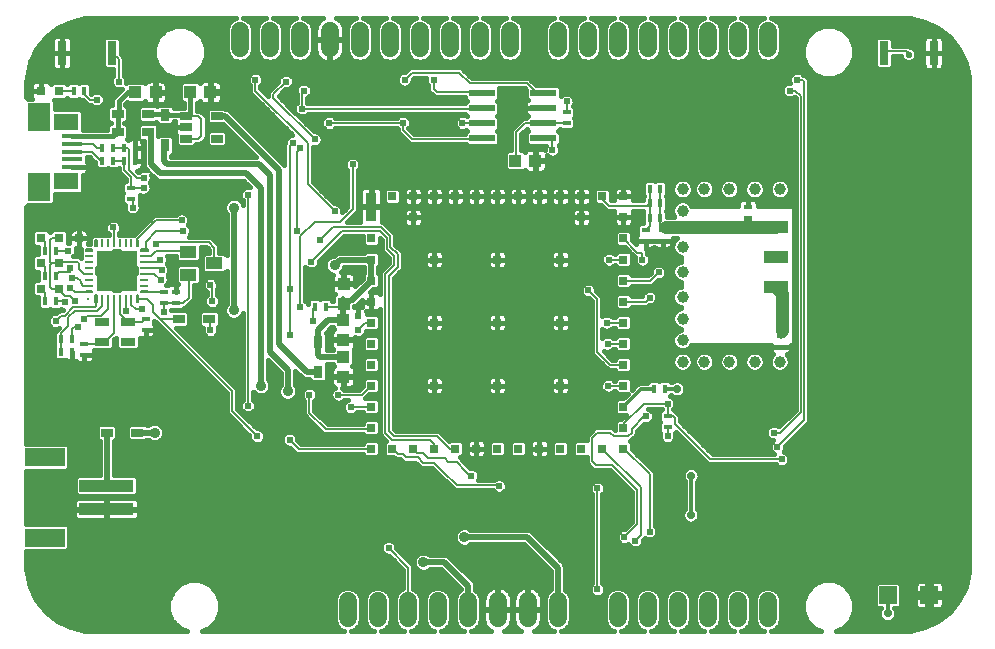
<source format=gtl>
G75*
%MOIN*%
%OFA0B0*%
%FSLAX25Y25*%
%IPPOS*%
%LPD*%
%AMOC8*
5,1,8,0,0,1.08239X$1,22.5*
%
%ADD10R,0.07874X0.04331*%
%ADD11R,0.04331X0.03937*%
%ADD12R,0.01800X0.03000*%
%ADD13R,0.03000X0.01800*%
%ADD14R,0.03819X0.09803*%
%ADD15R,0.02795X0.02795*%
%ADD16R,0.03937X0.04331*%
%ADD17R,0.03898X0.02717*%
%ADD18R,0.03150X0.03150*%
%ADD19R,0.03150X0.03937*%
%ADD20R,0.03150X0.07874*%
%ADD21C,0.05937*%
%ADD22C,0.00551*%
%ADD23R,0.01102X0.02756*%
%ADD24R,0.02756X0.01102*%
%ADD25R,0.13780X0.13780*%
%ADD26R,0.00984X0.00984*%
%ADD27R,0.05000X0.02500*%
%ADD28R,0.06693X0.01772*%
%ADD29R,0.08268X0.05807*%
%ADD30R,0.07480X0.09350*%
%ADD31R,0.03937X0.03150*%
%ADD32R,0.05512X0.03937*%
%ADD33R,0.05906X0.05906*%
%ADD34R,0.08661X0.02362*%
%ADD35R,0.18110X0.03937*%
%ADD36R,0.13386X0.06299*%
%ADD37C,0.02400*%
%ADD38C,0.01600*%
%ADD39C,0.03200*%
%ADD40C,0.03600*%
%ADD41C,0.00600*%
%ADD42C,0.02200*%
%ADD43C,0.01200*%
%ADD44C,0.00800*%
%ADD45C,0.02000*%
%ADD46C,0.04331*%
%ADD47C,0.03962*%
%ADD48C,0.02800*%
D10*
X0279848Y0132961D03*
X0279848Y0143000D03*
X0279848Y0153039D03*
D11*
X0135648Y0134222D03*
X0135648Y0127529D03*
X0135598Y0122246D03*
X0135598Y0115554D03*
X0135548Y0109946D03*
X0135548Y0103254D03*
D12*
X0129648Y0126600D03*
X0126048Y0126600D03*
X0066048Y0175200D03*
X0062448Y0175200D03*
X0058848Y0175200D03*
X0055248Y0175200D03*
X0055248Y0179400D03*
X0058848Y0179400D03*
X0062448Y0179400D03*
X0066048Y0179400D03*
X0049248Y0198400D03*
X0045648Y0198400D03*
X0039648Y0145200D03*
X0036048Y0145200D03*
X0036048Y0136800D03*
X0039648Y0136800D03*
X0039648Y0128400D03*
X0036048Y0128400D03*
X0041448Y0115800D03*
X0045048Y0115800D03*
X0045048Y0111600D03*
X0041448Y0111600D03*
X0237648Y0156200D03*
X0241248Y0156200D03*
X0241248Y0161000D03*
X0237648Y0161000D03*
X0237648Y0165800D03*
X0241248Y0165800D03*
X0242698Y0099175D03*
X0239098Y0099175D03*
D13*
X0243648Y0090000D03*
X0243648Y0086400D03*
X0281448Y0113200D03*
X0281448Y0116800D03*
X0242048Y0148600D03*
X0242048Y0152200D03*
X0236448Y0152200D03*
X0236448Y0148600D03*
X0270448Y0156200D03*
X0270448Y0159800D03*
X0210048Y0187800D03*
X0210048Y0191400D03*
X0079848Y0131400D03*
X0079848Y0127800D03*
X0075648Y0127800D03*
X0075648Y0131400D03*
X0069648Y0122400D03*
X0069648Y0118800D03*
X0049248Y0114000D03*
X0049248Y0110400D03*
X0064848Y0162600D03*
X0064848Y0166200D03*
D14*
X0144848Y0159800D03*
D15*
X0151856Y0163304D03*
X0158864Y0163304D03*
X0165872Y0163304D03*
X0172879Y0163304D03*
X0179887Y0163304D03*
X0186895Y0163304D03*
X0193903Y0163304D03*
X0200911Y0163304D03*
X0207919Y0163304D03*
X0214927Y0163304D03*
X0221935Y0163304D03*
X0228942Y0163304D03*
X0228942Y0156296D03*
X0228942Y0149288D03*
X0228942Y0142280D03*
X0228942Y0135272D03*
X0228942Y0128265D03*
X0228942Y0121257D03*
X0228942Y0114249D03*
X0228942Y0107241D03*
X0228942Y0100233D03*
X0228942Y0093225D03*
X0228942Y0086217D03*
X0228942Y0079209D03*
X0221935Y0079209D03*
X0214927Y0079209D03*
X0207919Y0079209D03*
X0200911Y0079209D03*
X0193903Y0079209D03*
X0186895Y0079209D03*
X0179887Y0079209D03*
X0172879Y0079209D03*
X0165872Y0079209D03*
X0158864Y0079209D03*
X0151856Y0079209D03*
X0144848Y0079209D03*
X0144848Y0086217D03*
X0144848Y0093225D03*
X0144848Y0100233D03*
X0144848Y0107241D03*
X0144848Y0114249D03*
X0144848Y0121257D03*
X0144848Y0128265D03*
X0144848Y0135272D03*
X0144848Y0142280D03*
X0144848Y0149288D03*
X0158864Y0156296D03*
X0165872Y0142280D03*
X0186895Y0142280D03*
X0186895Y0121257D03*
X0165872Y0121257D03*
X0165872Y0100233D03*
X0186895Y0100233D03*
X0207919Y0100233D03*
X0207919Y0121257D03*
X0207919Y0142280D03*
X0214927Y0156296D03*
D16*
X0199594Y0175200D03*
X0192901Y0175200D03*
X0091294Y0198100D03*
X0084601Y0198100D03*
X0072994Y0198000D03*
X0066301Y0198000D03*
D17*
X0083269Y0190040D03*
X0083269Y0186300D03*
X0083269Y0182560D03*
X0093466Y0182560D03*
X0093466Y0190040D03*
D18*
X0040801Y0198400D03*
X0034895Y0198400D03*
X0034895Y0149400D03*
X0040801Y0149400D03*
X0040801Y0141000D03*
X0034895Y0141000D03*
X0034895Y0132600D03*
X0040801Y0132600D03*
D19*
X0076248Y0180282D03*
X0076248Y0190518D03*
X0127248Y0114918D03*
X0127248Y0104682D03*
D20*
X0058416Y0211200D03*
X0041880Y0211200D03*
X0315780Y0211200D03*
X0332316Y0211200D03*
D21*
X0277048Y0212631D02*
X0277048Y0218569D01*
X0267048Y0218569D02*
X0267048Y0212631D01*
X0257048Y0212631D02*
X0257048Y0218569D01*
X0247048Y0218569D02*
X0247048Y0212631D01*
X0237048Y0212631D02*
X0237048Y0218569D01*
X0227048Y0218569D02*
X0227048Y0212631D01*
X0217048Y0212631D02*
X0217048Y0218569D01*
X0207048Y0218569D02*
X0207048Y0212631D01*
X0191048Y0212631D02*
X0191048Y0218569D01*
X0181048Y0218569D02*
X0181048Y0212631D01*
X0171048Y0212631D02*
X0171048Y0218569D01*
X0161048Y0218569D02*
X0161048Y0212631D01*
X0151048Y0212631D02*
X0151048Y0218569D01*
X0141048Y0218569D02*
X0141048Y0212631D01*
X0131048Y0212631D02*
X0131048Y0218569D01*
X0121048Y0218569D02*
X0121048Y0212631D01*
X0111048Y0212631D02*
X0111048Y0218569D01*
X0101048Y0218569D02*
X0101048Y0212631D01*
X0137048Y0028569D02*
X0137048Y0022631D01*
X0147048Y0022631D02*
X0147048Y0028569D01*
X0157048Y0028569D02*
X0157048Y0022631D01*
X0167048Y0022631D02*
X0167048Y0028569D01*
X0177048Y0028569D02*
X0177048Y0022631D01*
X0187048Y0022631D02*
X0187048Y0028569D01*
X0197048Y0028569D02*
X0197048Y0022631D01*
X0207048Y0022631D02*
X0207048Y0028569D01*
X0227048Y0028569D02*
X0227048Y0022631D01*
X0237048Y0022631D02*
X0237048Y0028569D01*
X0247048Y0028569D02*
X0247048Y0022631D01*
X0257048Y0022631D02*
X0257048Y0028569D01*
X0267048Y0028569D02*
X0267048Y0022631D01*
X0277048Y0022631D02*
X0277048Y0028569D01*
D22*
X0070403Y0131334D02*
X0070403Y0131886D01*
X0070403Y0131334D02*
X0068197Y0131334D01*
X0068197Y0131886D01*
X0070403Y0131886D01*
X0070403Y0131884D02*
X0068197Y0131884D01*
X0067214Y0130351D02*
X0067214Y0128145D01*
X0066662Y0128145D01*
X0066662Y0130351D01*
X0067214Y0130351D01*
X0067214Y0128695D02*
X0066662Y0128695D01*
X0066662Y0129245D02*
X0067214Y0129245D01*
X0067214Y0129795D02*
X0066662Y0129795D01*
X0066662Y0130345D02*
X0067214Y0130345D01*
X0053434Y0130351D02*
X0053434Y0128145D01*
X0052882Y0128145D01*
X0052882Y0130351D01*
X0053434Y0130351D01*
X0053434Y0128695D02*
X0052882Y0128695D01*
X0052882Y0129245D02*
X0053434Y0129245D01*
X0053434Y0129795D02*
X0052882Y0129795D01*
X0052882Y0130345D02*
X0053434Y0130345D01*
X0051899Y0131334D02*
X0051899Y0131886D01*
X0051899Y0131334D02*
X0049693Y0131334D01*
X0049693Y0131886D01*
X0051899Y0131886D01*
X0051899Y0131884D02*
X0049693Y0131884D01*
X0051899Y0145114D02*
X0051899Y0145666D01*
X0051899Y0145114D02*
X0049693Y0145114D01*
X0049693Y0145666D01*
X0051899Y0145666D01*
X0051899Y0145664D02*
X0049693Y0145664D01*
X0053434Y0146649D02*
X0053434Y0148855D01*
X0053434Y0146649D02*
X0052882Y0146649D01*
X0052882Y0148855D01*
X0053434Y0148855D01*
X0053434Y0147199D02*
X0052882Y0147199D01*
X0052882Y0147749D02*
X0053434Y0147749D01*
X0053434Y0148299D02*
X0052882Y0148299D01*
X0052882Y0148849D02*
X0053434Y0148849D01*
X0067214Y0148855D02*
X0067214Y0146649D01*
X0066662Y0146649D01*
X0066662Y0148855D01*
X0067214Y0148855D01*
X0067214Y0147199D02*
X0066662Y0147199D01*
X0066662Y0147749D02*
X0067214Y0147749D01*
X0067214Y0148299D02*
X0066662Y0148299D01*
X0066662Y0148849D02*
X0067214Y0148849D01*
X0070403Y0145666D02*
X0070403Y0145114D01*
X0068197Y0145114D01*
X0068197Y0145666D01*
X0070403Y0145666D01*
X0070403Y0145664D02*
X0068197Y0145664D01*
D23*
X0064969Y0147752D03*
X0063001Y0147752D03*
X0061032Y0147752D03*
X0059064Y0147752D03*
X0057095Y0147752D03*
X0055127Y0147752D03*
X0055127Y0129248D03*
X0057095Y0129248D03*
X0059064Y0129248D03*
X0061032Y0129248D03*
X0063001Y0129248D03*
X0064969Y0129248D03*
D24*
X0069300Y0133579D03*
X0069300Y0135547D03*
X0069300Y0137516D03*
X0069300Y0139484D03*
X0069300Y0141453D03*
X0069300Y0143421D03*
X0050796Y0143421D03*
X0050796Y0141453D03*
X0050796Y0139484D03*
X0050796Y0137516D03*
X0050796Y0135547D03*
X0050796Y0133579D03*
D25*
X0060048Y0138500D03*
D26*
X0050540Y0128992D03*
D27*
X0055148Y0121300D03*
X0055148Y0114700D03*
X0063748Y0114700D03*
X0063748Y0121300D03*
D28*
X0045272Y0173082D03*
X0045272Y0175641D03*
X0045272Y0178200D03*
X0045272Y0180759D03*
X0045272Y0183318D03*
D29*
X0043303Y0188043D03*
X0043303Y0168357D03*
D30*
X0034248Y0166586D03*
X0034248Y0189814D03*
D31*
X0060330Y0190800D03*
X0060330Y0184800D03*
X0070566Y0184800D03*
X0070566Y0190800D03*
X0080730Y0122400D03*
X0090966Y0122400D03*
X0066966Y0084600D03*
X0056730Y0084600D03*
D32*
X0083917Y0137260D03*
X0083917Y0144740D03*
X0092579Y0141000D03*
D33*
X0317158Y0030375D03*
X0330938Y0030375D03*
D34*
X0202284Y0182700D03*
X0202284Y0187700D03*
X0202284Y0192700D03*
X0202284Y0197700D03*
X0181812Y0197700D03*
X0181812Y0192700D03*
X0181812Y0187700D03*
X0181812Y0182700D03*
D35*
X0056615Y0066937D03*
X0056615Y0059063D03*
D36*
X0036142Y0049614D03*
X0036142Y0076386D03*
D37*
X0047238Y0119659D03*
X0049276Y0122406D03*
X0046230Y0128603D03*
X0042771Y0127969D03*
X0044555Y0132923D03*
X0045071Y0136131D03*
X0044448Y0139395D03*
X0043848Y0145200D03*
X0058848Y0153000D03*
X0065448Y0159600D03*
X0069048Y0166200D03*
X0069071Y0169581D03*
X0081648Y0155400D03*
X0082248Y0151800D03*
X0073248Y0147600D03*
X0074448Y0142200D03*
X0074982Y0138755D03*
X0074808Y0135600D03*
X0075648Y0124800D03*
X0068356Y0125722D03*
X0063249Y0125243D03*
X0039648Y0121800D03*
X0091248Y0118800D03*
X0091848Y0128400D03*
X0091248Y0133800D03*
X0117648Y0132600D03*
X0121248Y0126600D03*
X0125448Y0121800D03*
X0117648Y0117000D03*
X0124248Y0097200D03*
X0133848Y0097200D03*
X0138048Y0093000D03*
X0117648Y0082200D03*
X0106848Y0083400D03*
X0103848Y0093600D03*
X0140448Y0118800D03*
X0140448Y0123600D03*
X0124848Y0141600D03*
X0127848Y0148800D03*
X0120048Y0151800D03*
X0132648Y0158400D03*
X0138648Y0174000D03*
X0126048Y0182400D03*
X0121248Y0179400D03*
X0118848Y0181200D03*
X0121848Y0192600D03*
X0122448Y0198600D03*
X0116448Y0201600D03*
X0106248Y0202200D03*
X0130848Y0187800D03*
X0155448Y0187800D03*
X0156048Y0202200D03*
X0165648Y0202200D03*
X0175248Y0187800D03*
X0205248Y0178800D03*
X0210048Y0195000D03*
X0224161Y0142204D03*
X0217248Y0132000D03*
X0223448Y0121200D03*
X0223648Y0114200D03*
X0237648Y0129600D03*
X0240648Y0138000D03*
X0235248Y0142200D03*
X0223848Y0100200D03*
X0236448Y0090000D03*
X0243648Y0094200D03*
X0243648Y0083400D03*
X0220248Y0066000D03*
X0229248Y0049800D03*
X0232848Y0048600D03*
X0237648Y0051600D03*
X0220248Y0032400D03*
X0187491Y0066853D03*
X0178248Y0070200D03*
X0150648Y0046200D03*
X0103848Y0163800D03*
X0060648Y0201600D03*
X0053448Y0195600D03*
X0279048Y0084600D03*
X0280248Y0079800D03*
X0281673Y0075675D03*
X0284448Y0198600D03*
X0286848Y0202200D03*
D38*
X0077299Y0027706D02*
X0034114Y0027706D01*
X0033251Y0028789D02*
X0031094Y0033268D01*
X0029988Y0038114D01*
X0029848Y0040600D01*
X0029848Y0045065D01*
X0043415Y0045065D01*
X0044235Y0045885D01*
X0044235Y0053344D01*
X0043415Y0054164D01*
X0029848Y0054164D01*
X0029848Y0071836D01*
X0043415Y0071836D01*
X0044235Y0072656D01*
X0044235Y0080115D01*
X0043415Y0080935D01*
X0029848Y0080935D01*
X0029848Y0159917D01*
X0030441Y0160511D01*
X0038568Y0160511D01*
X0039388Y0161331D01*
X0039388Y0164054D01*
X0048017Y0164054D01*
X0048837Y0164874D01*
X0048837Y0170396D01*
X0048855Y0170396D01*
X0049313Y0170519D01*
X0049723Y0170756D01*
X0050058Y0171091D01*
X0050295Y0171501D01*
X0050418Y0171959D01*
X0050418Y0173082D01*
X0050418Y0174205D01*
X0050295Y0174662D01*
X0050058Y0175073D01*
X0050018Y0175113D01*
X0050018Y0176500D01*
X0050944Y0176500D01*
X0052948Y0174496D01*
X0052948Y0173120D01*
X0053768Y0172300D01*
X0056728Y0172300D01*
X0057048Y0172620D01*
X0057368Y0172300D01*
X0060328Y0172300D01*
X0060648Y0172620D01*
X0060748Y0172520D01*
X0060748Y0171496D01*
X0063148Y0169096D01*
X0063148Y0168500D01*
X0062768Y0168500D01*
X0061948Y0167680D01*
X0061948Y0164720D01*
X0062268Y0164400D01*
X0061948Y0164080D01*
X0061948Y0161120D01*
X0062768Y0160300D01*
X0062924Y0160300D01*
X0062848Y0160117D01*
X0062848Y0159083D01*
X0063244Y0158127D01*
X0063975Y0157396D01*
X0064931Y0157000D01*
X0065965Y0157000D01*
X0066921Y0157396D01*
X0067652Y0158127D01*
X0068048Y0159083D01*
X0068048Y0160117D01*
X0067666Y0161038D01*
X0067748Y0161120D01*
X0067748Y0163924D01*
X0068531Y0163600D01*
X0069565Y0163600D01*
X0070521Y0163996D01*
X0071252Y0164727D01*
X0071648Y0165683D01*
X0071648Y0166717D01*
X0071252Y0167673D01*
X0071046Y0167879D01*
X0071275Y0168108D01*
X0071671Y0169064D01*
X0071671Y0170098D01*
X0071470Y0170584D01*
X0072413Y0169641D01*
X0073088Y0168965D01*
X0073971Y0168600D01*
X0102254Y0168600D01*
X0104517Y0166337D01*
X0104365Y0166400D01*
X0103331Y0166400D01*
X0102375Y0166004D01*
X0101644Y0165273D01*
X0101248Y0164317D01*
X0101248Y0163283D01*
X0101644Y0162327D01*
X0102148Y0161823D01*
X0102148Y0160478D01*
X0101761Y0161413D01*
X0100861Y0162313D01*
X0099684Y0162800D01*
X0098411Y0162800D01*
X0097235Y0162313D01*
X0096335Y0161413D01*
X0095848Y0160237D01*
X0095848Y0158963D01*
X0096335Y0157787D01*
X0096648Y0157475D01*
X0096648Y0143635D01*
X0095914Y0144368D01*
X0094279Y0144368D01*
X0094279Y0146973D01*
X0092348Y0148904D01*
X0091352Y0149900D01*
X0084025Y0149900D01*
X0084452Y0150327D01*
X0084848Y0151283D01*
X0084848Y0152317D01*
X0084452Y0153273D01*
X0083825Y0153900D01*
X0083852Y0153927D01*
X0084248Y0154883D01*
X0084248Y0155917D01*
X0083852Y0156873D01*
X0083121Y0157604D01*
X0082165Y0158000D01*
X0081131Y0158000D01*
X0080175Y0157604D01*
X0079671Y0157100D01*
X0072544Y0157100D01*
X0071548Y0156104D01*
X0065974Y0150530D01*
X0060764Y0150530D01*
X0060764Y0151239D01*
X0061052Y0151527D01*
X0061448Y0152483D01*
X0061448Y0153517D01*
X0061052Y0154473D01*
X0060321Y0155204D01*
X0059365Y0155600D01*
X0058331Y0155600D01*
X0057375Y0155204D01*
X0056644Y0154473D01*
X0056248Y0153517D01*
X0056248Y0152483D01*
X0056644Y0151527D01*
X0057364Y0150807D01*
X0057364Y0150530D01*
X0052189Y0150530D01*
X0051207Y0149548D01*
X0051207Y0147341D01*
X0050402Y0147341D01*
X0050638Y0147695D01*
X0050910Y0148350D01*
X0051048Y0149045D01*
X0051048Y0149400D01*
X0051048Y0149755D01*
X0050910Y0150450D01*
X0050638Y0151105D01*
X0050244Y0151695D01*
X0049743Y0152196D01*
X0049153Y0152590D01*
X0048498Y0152862D01*
X0047803Y0153000D01*
X0047448Y0153000D01*
X0047448Y0149400D01*
X0051048Y0149400D01*
X0047448Y0149400D01*
X0047448Y0149400D01*
X0047448Y0149400D01*
X0047448Y0145800D01*
X0047803Y0145800D01*
X0048018Y0145843D01*
X0048018Y0142834D01*
X0047552Y0143300D01*
X0045625Y0143300D01*
X0046052Y0143727D01*
X0046448Y0144683D01*
X0046448Y0145717D01*
X0046348Y0145959D01*
X0046398Y0145938D01*
X0047093Y0145800D01*
X0047448Y0145800D01*
X0047448Y0149400D01*
X0047448Y0149400D01*
X0047448Y0153000D01*
X0047093Y0153000D01*
X0046398Y0152862D01*
X0045743Y0152590D01*
X0045153Y0152196D01*
X0044652Y0151695D01*
X0044258Y0151105D01*
X0043986Y0150450D01*
X0043848Y0149755D01*
X0043848Y0149400D01*
X0047448Y0149400D01*
X0047448Y0149400D01*
X0043848Y0149400D01*
X0043848Y0149045D01*
X0043986Y0148350D01*
X0044214Y0147800D01*
X0043775Y0147800D01*
X0043775Y0151555D01*
X0042955Y0152375D01*
X0038646Y0152375D01*
X0037848Y0151577D01*
X0037050Y0152375D01*
X0032740Y0152375D01*
X0031920Y0151555D01*
X0031920Y0147245D01*
X0032740Y0146425D01*
X0033748Y0146425D01*
X0033748Y0143975D01*
X0032740Y0143975D01*
X0031920Y0143155D01*
X0031920Y0138845D01*
X0032740Y0138025D01*
X0033748Y0138025D01*
X0033748Y0135575D01*
X0032740Y0135575D01*
X0031920Y0134755D01*
X0031920Y0130445D01*
X0032740Y0129625D01*
X0033748Y0129625D01*
X0033748Y0126320D01*
X0034568Y0125500D01*
X0037528Y0125500D01*
X0037848Y0125820D01*
X0038168Y0125500D01*
X0041128Y0125500D01*
X0041365Y0125737D01*
X0042083Y0125440D01*
X0041944Y0125301D01*
X0040745Y0125301D01*
X0039844Y0124400D01*
X0039131Y0124400D01*
X0038175Y0124004D01*
X0037444Y0123273D01*
X0037048Y0122317D01*
X0037048Y0121283D01*
X0037444Y0120327D01*
X0038175Y0119596D01*
X0039131Y0119200D01*
X0040165Y0119200D01*
X0040657Y0119404D01*
X0039748Y0118495D01*
X0039748Y0118480D01*
X0039148Y0117880D01*
X0039148Y0113720D01*
X0039168Y0113700D01*
X0039148Y0113680D01*
X0039148Y0109520D01*
X0039968Y0108700D01*
X0042928Y0108700D01*
X0042965Y0108737D01*
X0043043Y0108660D01*
X0043453Y0108423D01*
X0043911Y0108300D01*
X0045048Y0108300D01*
X0046185Y0108300D01*
X0046356Y0108346D01*
X0046643Y0108060D01*
X0047053Y0107823D01*
X0047511Y0107700D01*
X0049248Y0107700D01*
X0050985Y0107700D01*
X0051443Y0107823D01*
X0051853Y0108060D01*
X0052188Y0108395D01*
X0052425Y0108805D01*
X0052548Y0109263D01*
X0052548Y0110400D01*
X0052548Y0111537D01*
X0052425Y0111995D01*
X0052393Y0112050D01*
X0058228Y0112050D01*
X0059048Y0112870D01*
X0059048Y0115396D01*
X0059848Y0116196D01*
X0059848Y0112870D01*
X0060668Y0112050D01*
X0066828Y0112050D01*
X0067648Y0112870D01*
X0067648Y0116170D01*
X0067911Y0116100D01*
X0069648Y0116100D01*
X0071385Y0116100D01*
X0071843Y0116223D01*
X0072253Y0116460D01*
X0072588Y0116795D01*
X0072825Y0117205D01*
X0072948Y0117663D01*
X0072948Y0118800D01*
X0072948Y0119937D01*
X0072825Y0120395D01*
X0072588Y0120805D01*
X0072511Y0120883D01*
X0072548Y0120920D01*
X0072548Y0121896D01*
X0073048Y0121396D01*
X0096748Y0097696D01*
X0096748Y0091096D01*
X0104248Y0083596D01*
X0104248Y0082883D01*
X0104644Y0081927D01*
X0105375Y0081196D01*
X0106331Y0080800D01*
X0107365Y0080800D01*
X0108321Y0081196D01*
X0109052Y0081927D01*
X0109448Y0082883D01*
X0109448Y0083917D01*
X0109052Y0084873D01*
X0108321Y0085604D01*
X0107365Y0086000D01*
X0106652Y0086000D01*
X0100148Y0092504D01*
X0100148Y0099104D01*
X0099152Y0100100D01*
X0079827Y0119425D01*
X0083278Y0119425D01*
X0084098Y0120245D01*
X0084098Y0124555D01*
X0083278Y0125375D01*
X0078224Y0125375D01*
X0078172Y0125500D01*
X0081928Y0125500D01*
X0082528Y0126100D01*
X0082952Y0126100D01*
X0083948Y0127096D01*
X0085748Y0128896D01*
X0085748Y0133891D01*
X0087253Y0133891D01*
X0088073Y0134711D01*
X0088073Y0139808D01*
X0087253Y0140628D01*
X0080581Y0140628D01*
X0079761Y0139808D01*
X0079761Y0134711D01*
X0080373Y0134100D01*
X0079848Y0134100D01*
X0079848Y0131400D01*
X0079848Y0131400D01*
X0079848Y0134100D01*
X0078111Y0134100D01*
X0077653Y0133977D01*
X0077243Y0133740D01*
X0077202Y0133700D01*
X0076585Y0133700D01*
X0077012Y0134127D01*
X0077408Y0135083D01*
X0077408Y0136117D01*
X0077012Y0137073D01*
X0076994Y0137090D01*
X0077186Y0137282D01*
X0077582Y0138238D01*
X0077582Y0139272D01*
X0077186Y0140228D01*
X0076662Y0140752D01*
X0077048Y0141683D01*
X0077048Y0142717D01*
X0076724Y0143500D01*
X0079761Y0143500D01*
X0079761Y0142192D01*
X0080581Y0141372D01*
X0087253Y0141372D01*
X0088073Y0142192D01*
X0088073Y0146500D01*
X0089944Y0146500D01*
X0090879Y0145565D01*
X0090879Y0144368D01*
X0089243Y0144368D01*
X0088423Y0143548D01*
X0088423Y0138452D01*
X0089243Y0137631D01*
X0095914Y0137631D01*
X0096648Y0138365D01*
X0096648Y0127525D01*
X0096335Y0127213D01*
X0095848Y0126037D01*
X0095848Y0124763D01*
X0096335Y0123587D01*
X0097235Y0122687D01*
X0098411Y0122200D01*
X0099684Y0122200D01*
X0100861Y0122687D01*
X0101761Y0123587D01*
X0102148Y0124522D01*
X0102148Y0095577D01*
X0101644Y0095073D01*
X0101248Y0094117D01*
X0101248Y0093083D01*
X0101644Y0092127D01*
X0102375Y0091396D01*
X0103331Y0091000D01*
X0104365Y0091000D01*
X0105321Y0091396D01*
X0106052Y0092127D01*
X0106448Y0093083D01*
X0106448Y0094117D01*
X0106052Y0095073D01*
X0105548Y0095577D01*
X0105548Y0098175D01*
X0106235Y0097487D01*
X0107411Y0097000D01*
X0108684Y0097000D01*
X0109861Y0097487D01*
X0110761Y0098387D01*
X0111248Y0099563D01*
X0111248Y0100837D01*
X0110761Y0102013D01*
X0110448Y0102325D01*
X0110448Y0108806D01*
X0114648Y0104606D01*
X0114648Y0100525D01*
X0114335Y0100213D01*
X0113848Y0099037D01*
X0113848Y0097763D01*
X0114335Y0096587D01*
X0115235Y0095687D01*
X0116411Y0095200D01*
X0117684Y0095200D01*
X0118861Y0095687D01*
X0119761Y0096587D01*
X0120248Y0097763D01*
X0120248Y0099037D01*
X0119761Y0100213D01*
X0119448Y0100525D01*
X0119448Y0105206D01*
X0122007Y0102647D01*
X0122889Y0102282D01*
X0124273Y0102282D01*
X0124273Y0102133D01*
X0125093Y0101313D01*
X0129403Y0101313D01*
X0130223Y0102133D01*
X0130223Y0107230D01*
X0130107Y0107346D01*
X0132034Y0107346D01*
X0132557Y0106824D01*
X0132277Y0106662D01*
X0131942Y0106327D01*
X0131705Y0105917D01*
X0131583Y0105459D01*
X0131583Y0103438D01*
X0135364Y0103438D01*
X0135364Y0103069D01*
X0135732Y0103069D01*
X0135732Y0099485D01*
X0137950Y0099485D01*
X0138408Y0099608D01*
X0138819Y0099845D01*
X0139154Y0100180D01*
X0139391Y0100590D01*
X0139513Y0101048D01*
X0139513Y0103069D01*
X0135732Y0103069D01*
X0135732Y0103438D01*
X0139513Y0103438D01*
X0139513Y0105459D01*
X0139391Y0105917D01*
X0139154Y0106327D01*
X0138819Y0106662D01*
X0138539Y0106824D01*
X0139113Y0107398D01*
X0139113Y0112389D01*
X0139204Y0112480D01*
X0139441Y0112890D01*
X0139563Y0113348D01*
X0139563Y0115369D01*
X0135782Y0115369D01*
X0135782Y0115738D01*
X0139563Y0115738D01*
X0139563Y0116352D01*
X0139931Y0116200D01*
X0140965Y0116200D01*
X0141921Y0116596D01*
X0142652Y0117327D01*
X0143048Y0118283D01*
X0143048Y0118459D01*
X0146825Y0118459D01*
X0147646Y0119279D01*
X0147646Y0123234D01*
X0146825Y0124054D01*
X0143416Y0124054D01*
X0143333Y0124475D01*
X0143106Y0125021D01*
X0143046Y0125112D01*
X0143213Y0125067D01*
X0144848Y0125067D01*
X0146483Y0125067D01*
X0146940Y0125190D01*
X0147351Y0125427D01*
X0147686Y0125762D01*
X0147748Y0125869D01*
X0147748Y0083896D01*
X0148744Y0082900D01*
X0149757Y0081886D01*
X0149058Y0081187D01*
X0149058Y0077232D01*
X0149878Y0076412D01*
X0152249Y0076412D01*
X0153002Y0075659D01*
X0154640Y0075659D01*
X0154703Y0075596D01*
X0155699Y0074600D01*
X0159644Y0074600D01*
X0160398Y0073846D01*
X0161394Y0072850D01*
X0165144Y0072850D01*
X0167244Y0070749D01*
X0167244Y0070746D01*
X0171703Y0066287D01*
X0172699Y0065291D01*
X0185375Y0065291D01*
X0186018Y0064648D01*
X0186974Y0064253D01*
X0188008Y0064253D01*
X0188964Y0064648D01*
X0189695Y0065380D01*
X0190091Y0066335D01*
X0190091Y0067370D01*
X0189695Y0068325D01*
X0188964Y0069057D01*
X0188008Y0069453D01*
X0186974Y0069453D01*
X0186018Y0069057D01*
X0185653Y0068691D01*
X0180416Y0068691D01*
X0180452Y0068727D01*
X0180848Y0069683D01*
X0180848Y0070717D01*
X0180452Y0071673D01*
X0179721Y0072404D01*
X0178765Y0072800D01*
X0177758Y0072800D01*
X0175298Y0075465D01*
X0175298Y0075504D01*
X0174824Y0075978D01*
X0174424Y0076412D01*
X0174857Y0076412D01*
X0175677Y0077232D01*
X0175677Y0081187D01*
X0174857Y0082007D01*
X0170902Y0082007D01*
X0170773Y0081879D01*
X0168548Y0084104D01*
X0167552Y0085100D01*
X0153152Y0085100D01*
X0152348Y0085904D01*
X0152348Y0136096D01*
X0155348Y0139096D01*
X0155348Y0144704D01*
X0154352Y0145700D01*
X0152948Y0147104D01*
X0152948Y0150704D01*
X0149948Y0153704D01*
X0148952Y0154700D01*
X0148557Y0154700D01*
X0148557Y0159645D01*
X0145003Y0159645D01*
X0145003Y0159955D01*
X0148557Y0159955D01*
X0148557Y0164939D01*
X0148435Y0165396D01*
X0148198Y0165807D01*
X0147863Y0166142D01*
X0147452Y0166379D01*
X0146994Y0166502D01*
X0145003Y0166502D01*
X0145003Y0159955D01*
X0144693Y0159955D01*
X0144693Y0166502D01*
X0142702Y0166502D01*
X0142244Y0166379D01*
X0141833Y0166142D01*
X0141498Y0165807D01*
X0141261Y0165396D01*
X0141138Y0164939D01*
X0141138Y0159955D01*
X0144693Y0159955D01*
X0144693Y0159645D01*
X0141138Y0159645D01*
X0141138Y0154700D01*
X0136752Y0154700D01*
X0139352Y0157300D01*
X0139352Y0157300D01*
X0140348Y0158296D01*
X0140348Y0172023D01*
X0140852Y0172527D01*
X0141248Y0173483D01*
X0141248Y0174517D01*
X0140852Y0175473D01*
X0140121Y0176204D01*
X0139165Y0176600D01*
X0138131Y0176600D01*
X0137175Y0176204D01*
X0136444Y0175473D01*
X0136048Y0174517D01*
X0136048Y0173483D01*
X0136444Y0172527D01*
X0136948Y0172023D01*
X0136948Y0159704D01*
X0135248Y0158004D01*
X0135248Y0158917D01*
X0134852Y0159873D01*
X0134121Y0160604D01*
X0133165Y0161000D01*
X0132452Y0161000D01*
X0125348Y0168104D01*
X0125348Y0179876D01*
X0125531Y0179800D01*
X0126565Y0179800D01*
X0127521Y0180196D01*
X0128252Y0180927D01*
X0128648Y0181883D01*
X0128648Y0182917D01*
X0128252Y0183873D01*
X0127521Y0184604D01*
X0126565Y0185000D01*
X0125852Y0185000D01*
X0120514Y0190338D01*
X0121331Y0190000D01*
X0122365Y0190000D01*
X0123321Y0190396D01*
X0123825Y0190900D01*
X0176120Y0190900D01*
X0176820Y0190200D01*
X0176652Y0190032D01*
X0175765Y0190400D01*
X0174731Y0190400D01*
X0173775Y0190004D01*
X0173044Y0189273D01*
X0172648Y0188317D01*
X0172648Y0187283D01*
X0173044Y0186327D01*
X0173775Y0185596D01*
X0174731Y0185200D01*
X0175765Y0185200D01*
X0176511Y0185509D01*
X0176820Y0185200D01*
X0176081Y0184461D01*
X0176081Y0184100D01*
X0159152Y0184100D01*
X0157288Y0185964D01*
X0157652Y0186327D01*
X0158048Y0187283D01*
X0158048Y0188317D01*
X0157652Y0189273D01*
X0156921Y0190004D01*
X0155965Y0190400D01*
X0154931Y0190400D01*
X0153975Y0190004D01*
X0153471Y0189500D01*
X0132825Y0189500D01*
X0132321Y0190004D01*
X0131365Y0190400D01*
X0130331Y0190400D01*
X0129375Y0190004D01*
X0128644Y0189273D01*
X0128248Y0188317D01*
X0128248Y0187283D01*
X0128644Y0186327D01*
X0129375Y0185596D01*
X0130331Y0185200D01*
X0131365Y0185200D01*
X0132321Y0185596D01*
X0132825Y0186100D01*
X0153471Y0186100D01*
X0153748Y0185823D01*
X0153748Y0184696D01*
X0154744Y0183700D01*
X0156748Y0181696D01*
X0157744Y0180700D01*
X0176320Y0180700D01*
X0176901Y0180119D01*
X0186722Y0180119D01*
X0187542Y0180939D01*
X0187542Y0184461D01*
X0186803Y0185200D01*
X0187542Y0185939D01*
X0187542Y0189461D01*
X0186803Y0190200D01*
X0187542Y0190939D01*
X0187542Y0194461D01*
X0186803Y0195200D01*
X0187542Y0195939D01*
X0187542Y0199300D01*
X0196144Y0199300D01*
X0196553Y0198890D01*
X0196553Y0195939D01*
X0197053Y0195440D01*
X0196848Y0195321D01*
X0196513Y0194986D01*
X0196276Y0194576D01*
X0196153Y0194118D01*
X0196153Y0192700D01*
X0202284Y0192700D01*
X0202284Y0192700D01*
X0196153Y0192700D01*
X0196153Y0191282D01*
X0196276Y0190824D01*
X0196513Y0190414D01*
X0196848Y0190079D01*
X0197053Y0189960D01*
X0196553Y0189461D01*
X0196553Y0189400D01*
X0195444Y0189400D01*
X0194448Y0188404D01*
X0191548Y0185504D01*
X0191548Y0178765D01*
X0190353Y0178765D01*
X0189533Y0177945D01*
X0189533Y0172455D01*
X0190353Y0171635D01*
X0195450Y0171635D01*
X0196024Y0172209D01*
X0196186Y0171929D01*
X0196521Y0171594D01*
X0196931Y0171357D01*
X0197389Y0171235D01*
X0199410Y0171235D01*
X0199410Y0175016D01*
X0199779Y0175016D01*
X0199779Y0175384D01*
X0203363Y0175384D01*
X0203363Y0177008D01*
X0203775Y0176596D01*
X0204731Y0176200D01*
X0205765Y0176200D01*
X0206721Y0176596D01*
X0207452Y0177327D01*
X0207848Y0178283D01*
X0207848Y0179317D01*
X0207452Y0180273D01*
X0207400Y0180325D01*
X0208015Y0180939D01*
X0208015Y0184461D01*
X0207276Y0185200D01*
X0207772Y0185696D01*
X0207968Y0185500D01*
X0212128Y0185500D01*
X0212948Y0186320D01*
X0212948Y0189280D01*
X0212628Y0189600D01*
X0212948Y0189920D01*
X0212948Y0192880D01*
X0212266Y0193562D01*
X0212648Y0194483D01*
X0212648Y0195517D01*
X0212252Y0196473D01*
X0211521Y0197204D01*
X0210565Y0197600D01*
X0209531Y0197600D01*
X0208575Y0197204D01*
X0208015Y0196644D01*
X0208015Y0199461D01*
X0207195Y0200281D01*
X0199971Y0200281D01*
X0197552Y0202700D01*
X0178352Y0202700D01*
X0174752Y0206300D01*
X0157744Y0206300D01*
X0156748Y0205304D01*
X0156244Y0204800D01*
X0155531Y0204800D01*
X0154575Y0204404D01*
X0153844Y0203673D01*
X0153448Y0202717D01*
X0153448Y0201683D01*
X0153844Y0200727D01*
X0154575Y0199996D01*
X0155531Y0199600D01*
X0156565Y0199600D01*
X0157521Y0199996D01*
X0158252Y0200727D01*
X0158648Y0201683D01*
X0158648Y0202396D01*
X0159152Y0202900D01*
X0163124Y0202900D01*
X0163048Y0202717D01*
X0163048Y0201683D01*
X0163444Y0200727D01*
X0163948Y0200223D01*
X0163948Y0198496D01*
X0164944Y0197500D01*
X0165148Y0197296D01*
X0165148Y0197296D01*
X0166144Y0196300D01*
X0176081Y0196300D01*
X0176081Y0195939D01*
X0176820Y0195200D01*
X0176081Y0194461D01*
X0176081Y0194300D01*
X0123825Y0194300D01*
X0123548Y0194577D01*
X0123548Y0196241D01*
X0123921Y0196396D01*
X0124652Y0197127D01*
X0125048Y0198083D01*
X0125048Y0199117D01*
X0124652Y0200073D01*
X0123921Y0200804D01*
X0122965Y0201200D01*
X0121931Y0201200D01*
X0120975Y0200804D01*
X0120244Y0200073D01*
X0119848Y0199117D01*
X0119848Y0198083D01*
X0120148Y0197359D01*
X0120148Y0194577D01*
X0119644Y0194073D01*
X0119248Y0193117D01*
X0119248Y0192083D01*
X0119586Y0191266D01*
X0114052Y0196800D01*
X0116252Y0199000D01*
X0116965Y0199000D01*
X0117921Y0199396D01*
X0118652Y0200127D01*
X0119048Y0201083D01*
X0119048Y0202117D01*
X0118652Y0203073D01*
X0117921Y0203804D01*
X0116965Y0204200D01*
X0115931Y0204200D01*
X0114975Y0203804D01*
X0114244Y0203073D01*
X0113848Y0202117D01*
X0113848Y0201404D01*
X0110548Y0198104D01*
X0110548Y0196704D01*
X0107948Y0199304D01*
X0107948Y0200223D01*
X0108452Y0200727D01*
X0108848Y0201683D01*
X0108848Y0202717D01*
X0108452Y0203673D01*
X0107721Y0204404D01*
X0106765Y0204800D01*
X0105731Y0204800D01*
X0104775Y0204404D01*
X0104044Y0203673D01*
X0103648Y0202717D01*
X0103648Y0201683D01*
X0104044Y0200727D01*
X0104548Y0200223D01*
X0104548Y0197896D01*
X0105544Y0196900D01*
X0118644Y0183800D01*
X0118331Y0183800D01*
X0117375Y0183404D01*
X0116644Y0182673D01*
X0116248Y0181717D01*
X0116248Y0181004D01*
X0115948Y0180704D01*
X0115948Y0173694D01*
X0098083Y0191559D01*
X0097407Y0192235D01*
X0096525Y0192600D01*
X0096193Y0192600D01*
X0095995Y0192798D01*
X0090937Y0192798D01*
X0090117Y0191978D01*
X0090117Y0188102D01*
X0090937Y0187282D01*
X0095572Y0187282D01*
X0106454Y0176400D01*
X0078048Y0176400D01*
X0078048Y0176913D01*
X0078403Y0176913D01*
X0079223Y0177733D01*
X0079223Y0182830D01*
X0078403Y0183650D01*
X0074093Y0183650D01*
X0073935Y0183492D01*
X0073935Y0186955D01*
X0073114Y0187775D01*
X0068018Y0187775D01*
X0067198Y0186955D01*
X0067198Y0182697D01*
X0067185Y0182700D01*
X0066048Y0182700D01*
X0066048Y0179400D01*
X0068748Y0179400D01*
X0068748Y0181137D01*
X0068625Y0181595D01*
X0068492Y0181825D01*
X0069048Y0181825D01*
X0069048Y0173523D01*
X0069413Y0172641D01*
X0070074Y0171980D01*
X0069588Y0172181D01*
X0068554Y0172181D01*
X0067598Y0171785D01*
X0067333Y0171520D01*
X0066952Y0171900D01*
X0067185Y0171900D01*
X0067643Y0172023D01*
X0068053Y0172260D01*
X0068388Y0172595D01*
X0068625Y0173005D01*
X0068748Y0173463D01*
X0068748Y0175200D01*
X0068748Y0176937D01*
X0068651Y0177300D01*
X0068748Y0177663D01*
X0068748Y0179400D01*
X0066048Y0179400D01*
X0066048Y0179400D01*
X0066048Y0179400D01*
X0066048Y0175200D01*
X0068748Y0175200D01*
X0066048Y0175200D01*
X0066048Y0175200D01*
X0066048Y0175200D01*
X0066048Y0178500D01*
X0066048Y0179400D01*
X0066048Y0179400D01*
X0066048Y0182700D01*
X0064911Y0182700D01*
X0064453Y0182577D01*
X0064043Y0182340D01*
X0063965Y0182263D01*
X0063928Y0182300D01*
X0063353Y0182300D01*
X0063698Y0182645D01*
X0063698Y0186955D01*
X0062878Y0187775D01*
X0062530Y0187775D01*
X0062530Y0187825D01*
X0062878Y0187825D01*
X0063698Y0188645D01*
X0063698Y0192955D01*
X0062878Y0193775D01*
X0062848Y0193775D01*
X0062848Y0194089D01*
X0063473Y0194714D01*
X0063753Y0194435D01*
X0068850Y0194435D01*
X0069424Y0195009D01*
X0069586Y0194729D01*
X0069921Y0194394D01*
X0070331Y0194157D01*
X0070789Y0194035D01*
X0072810Y0194035D01*
X0072810Y0197816D01*
X0073179Y0197816D01*
X0073179Y0198184D01*
X0076763Y0198184D01*
X0076763Y0200402D01*
X0076640Y0200860D01*
X0076403Y0201271D01*
X0076068Y0201606D01*
X0075658Y0201843D01*
X0075200Y0201965D01*
X0073179Y0201965D01*
X0073179Y0198184D01*
X0072810Y0198184D01*
X0072810Y0201965D01*
X0070789Y0201965D01*
X0070331Y0201843D01*
X0069921Y0201606D01*
X0069586Y0201271D01*
X0069424Y0200991D01*
X0068850Y0201565D01*
X0063753Y0201565D01*
X0063232Y0201044D01*
X0063248Y0201083D01*
X0063248Y0202117D01*
X0062852Y0203073D01*
X0062348Y0203577D01*
X0062348Y0209672D01*
X0061390Y0210629D01*
X0061390Y0215717D01*
X0060570Y0216537D01*
X0056261Y0216537D01*
X0055441Y0215717D01*
X0055441Y0206683D01*
X0056261Y0205863D01*
X0058948Y0205863D01*
X0058948Y0203577D01*
X0058444Y0203073D01*
X0058048Y0202117D01*
X0058048Y0201083D01*
X0058444Y0200127D01*
X0059175Y0199396D01*
X0060131Y0199000D01*
X0061165Y0199000D01*
X0061799Y0199263D01*
X0061448Y0198911D01*
X0058448Y0195911D01*
X0058448Y0193775D01*
X0057781Y0193775D01*
X0056961Y0192955D01*
X0056961Y0188645D01*
X0057781Y0187825D01*
X0058130Y0187825D01*
X0058130Y0187775D01*
X0057781Y0187775D01*
X0056961Y0186955D01*
X0056961Y0185518D01*
X0049284Y0185518D01*
X0049198Y0185604D01*
X0048837Y0185604D01*
X0048837Y0191526D01*
X0048017Y0192346D01*
X0039388Y0192346D01*
X0039388Y0195069D01*
X0039032Y0195425D01*
X0042955Y0195425D01*
X0043599Y0196069D01*
X0044168Y0195500D01*
X0047128Y0195500D01*
X0047448Y0195820D01*
X0047768Y0195500D01*
X0048744Y0195500D01*
X0049348Y0194896D01*
X0050344Y0193900D01*
X0051471Y0193900D01*
X0051975Y0193396D01*
X0052931Y0193000D01*
X0053965Y0193000D01*
X0054921Y0193396D01*
X0055652Y0194127D01*
X0056048Y0195083D01*
X0056048Y0196117D01*
X0055652Y0197073D01*
X0054921Y0197804D01*
X0053965Y0198200D01*
X0052931Y0198200D01*
X0051975Y0197804D01*
X0051612Y0197441D01*
X0051548Y0197504D01*
X0051548Y0200480D01*
X0050728Y0201300D01*
X0047768Y0201300D01*
X0047448Y0200980D01*
X0047128Y0201300D01*
X0044168Y0201300D01*
X0043599Y0200731D01*
X0042955Y0201375D01*
X0038646Y0201375D01*
X0038072Y0200801D01*
X0037910Y0201080D01*
X0037575Y0201415D01*
X0037165Y0201652D01*
X0036707Y0201775D01*
X0034895Y0201775D01*
X0033083Y0201775D01*
X0032626Y0201652D01*
X0032215Y0201415D01*
X0031880Y0201080D01*
X0031643Y0200670D01*
X0031520Y0200212D01*
X0031520Y0198400D01*
X0031520Y0196588D01*
X0031643Y0196130D01*
X0031782Y0195889D01*
X0030441Y0195889D01*
X0029848Y0196483D01*
X0029848Y0200600D01*
X0029988Y0203086D01*
X0031094Y0207932D01*
X0033251Y0212411D01*
X0036350Y0216298D01*
X0040237Y0219397D01*
X0044716Y0221554D01*
X0049562Y0222660D01*
X0052048Y0222800D01*
X0099848Y0222800D01*
X0098573Y0222272D01*
X0097345Y0221043D01*
X0096679Y0219437D01*
X0096679Y0211763D01*
X0097345Y0210157D01*
X0098573Y0208928D01*
X0100179Y0208263D01*
X0101917Y0208263D01*
X0103523Y0208928D01*
X0104751Y0210157D01*
X0105416Y0211763D01*
X0105416Y0219437D01*
X0104751Y0221043D01*
X0103523Y0222272D01*
X0102248Y0222800D01*
X0109848Y0222800D01*
X0108573Y0222272D01*
X0107345Y0221043D01*
X0106679Y0219437D01*
X0106679Y0211763D01*
X0107345Y0210157D01*
X0108573Y0208928D01*
X0110179Y0208263D01*
X0111917Y0208263D01*
X0113523Y0208928D01*
X0114751Y0210157D01*
X0115416Y0211763D01*
X0115416Y0219437D01*
X0114751Y0221043D01*
X0113523Y0222272D01*
X0112248Y0222800D01*
X0119848Y0222800D01*
X0118573Y0222272D01*
X0117345Y0221043D01*
X0116679Y0219437D01*
X0116679Y0211763D01*
X0117345Y0210157D01*
X0118573Y0208928D01*
X0120179Y0208263D01*
X0121917Y0208263D01*
X0123523Y0208928D01*
X0124751Y0210157D01*
X0125416Y0211763D01*
X0125416Y0219437D01*
X0124751Y0221043D01*
X0123523Y0222272D01*
X0122248Y0222800D01*
X0128849Y0222800D01*
X0128549Y0222647D01*
X0127941Y0222206D01*
X0127411Y0221675D01*
X0126970Y0221068D01*
X0126629Y0220399D01*
X0126397Y0219685D01*
X0126279Y0218944D01*
X0126279Y0215784D01*
X0130864Y0215784D01*
X0130864Y0215416D01*
X0131232Y0215416D01*
X0131232Y0215784D01*
X0135816Y0215784D01*
X0135816Y0218944D01*
X0135699Y0219685D01*
X0135467Y0220399D01*
X0135126Y0221068D01*
X0134685Y0221675D01*
X0134154Y0222206D01*
X0133547Y0222647D01*
X0133247Y0222800D01*
X0139848Y0222800D01*
X0138573Y0222272D01*
X0137345Y0221043D01*
X0136679Y0219437D01*
X0136679Y0211763D01*
X0137345Y0210157D01*
X0138573Y0208928D01*
X0140179Y0208263D01*
X0141917Y0208263D01*
X0143523Y0208928D01*
X0144751Y0210157D01*
X0145416Y0211763D01*
X0145416Y0219437D01*
X0144751Y0221043D01*
X0143523Y0222272D01*
X0142248Y0222800D01*
X0149848Y0222800D01*
X0148573Y0222272D01*
X0147345Y0221043D01*
X0146679Y0219437D01*
X0146679Y0211763D01*
X0147345Y0210157D01*
X0148573Y0208928D01*
X0150179Y0208263D01*
X0151917Y0208263D01*
X0153523Y0208928D01*
X0154751Y0210157D01*
X0155416Y0211763D01*
X0155416Y0219437D01*
X0154751Y0221043D01*
X0153523Y0222272D01*
X0152248Y0222800D01*
X0159848Y0222800D01*
X0158573Y0222272D01*
X0157345Y0221043D01*
X0156679Y0219437D01*
X0156679Y0211763D01*
X0157345Y0210157D01*
X0158573Y0208928D01*
X0160179Y0208263D01*
X0161917Y0208263D01*
X0163523Y0208928D01*
X0164751Y0210157D01*
X0165416Y0211763D01*
X0165416Y0219437D01*
X0164751Y0221043D01*
X0163523Y0222272D01*
X0162248Y0222800D01*
X0169848Y0222800D01*
X0168573Y0222272D01*
X0167345Y0221043D01*
X0166679Y0219437D01*
X0166679Y0211763D01*
X0167345Y0210157D01*
X0168573Y0208928D01*
X0170179Y0208263D01*
X0171917Y0208263D01*
X0173523Y0208928D01*
X0174751Y0210157D01*
X0175416Y0211763D01*
X0175416Y0219437D01*
X0174751Y0221043D01*
X0173523Y0222272D01*
X0172248Y0222800D01*
X0179848Y0222800D01*
X0178573Y0222272D01*
X0177345Y0221043D01*
X0176679Y0219437D01*
X0176679Y0211763D01*
X0177345Y0210157D01*
X0178573Y0208928D01*
X0180179Y0208263D01*
X0181917Y0208263D01*
X0183523Y0208928D01*
X0184751Y0210157D01*
X0185416Y0211763D01*
X0185416Y0219437D01*
X0184751Y0221043D01*
X0183523Y0222272D01*
X0182248Y0222800D01*
X0189848Y0222800D01*
X0188573Y0222272D01*
X0187345Y0221043D01*
X0186679Y0219437D01*
X0186679Y0211763D01*
X0187345Y0210157D01*
X0188573Y0208928D01*
X0190179Y0208263D01*
X0191917Y0208263D01*
X0193523Y0208928D01*
X0194751Y0210157D01*
X0195416Y0211763D01*
X0195416Y0219437D01*
X0194751Y0221043D01*
X0193523Y0222272D01*
X0192248Y0222800D01*
X0205848Y0222800D01*
X0204573Y0222272D01*
X0203345Y0221043D01*
X0202679Y0219437D01*
X0202679Y0211763D01*
X0203345Y0210157D01*
X0204573Y0208928D01*
X0206179Y0208263D01*
X0207917Y0208263D01*
X0209523Y0208928D01*
X0210751Y0210157D01*
X0211416Y0211763D01*
X0211416Y0219437D01*
X0210751Y0221043D01*
X0209523Y0222272D01*
X0208248Y0222800D01*
X0215848Y0222800D01*
X0214573Y0222272D01*
X0213345Y0221043D01*
X0212679Y0219437D01*
X0212679Y0211763D01*
X0213345Y0210157D01*
X0214573Y0208928D01*
X0216179Y0208263D01*
X0217917Y0208263D01*
X0219523Y0208928D01*
X0220751Y0210157D01*
X0221416Y0211763D01*
X0221416Y0219437D01*
X0220751Y0221043D01*
X0219523Y0222272D01*
X0218248Y0222800D01*
X0225848Y0222800D01*
X0224573Y0222272D01*
X0223345Y0221043D01*
X0222679Y0219437D01*
X0222679Y0211763D01*
X0223345Y0210157D01*
X0224573Y0208928D01*
X0226179Y0208263D01*
X0227917Y0208263D01*
X0229523Y0208928D01*
X0230751Y0210157D01*
X0231416Y0211763D01*
X0231416Y0219437D01*
X0230751Y0221043D01*
X0229523Y0222272D01*
X0228248Y0222800D01*
X0235848Y0222800D01*
X0234573Y0222272D01*
X0233345Y0221043D01*
X0232679Y0219437D01*
X0232679Y0211763D01*
X0233345Y0210157D01*
X0234573Y0208928D01*
X0236179Y0208263D01*
X0237917Y0208263D01*
X0239523Y0208928D01*
X0240751Y0210157D01*
X0241416Y0211763D01*
X0241416Y0219437D01*
X0240751Y0221043D01*
X0239523Y0222272D01*
X0238248Y0222800D01*
X0245848Y0222800D01*
X0244573Y0222272D01*
X0243345Y0221043D01*
X0242679Y0219437D01*
X0242679Y0211763D01*
X0243345Y0210157D01*
X0244573Y0208928D01*
X0246179Y0208263D01*
X0247917Y0208263D01*
X0249523Y0208928D01*
X0250751Y0210157D01*
X0251416Y0211763D01*
X0251416Y0219437D01*
X0250751Y0221043D01*
X0249523Y0222272D01*
X0248248Y0222800D01*
X0255848Y0222800D01*
X0254573Y0222272D01*
X0253345Y0221043D01*
X0252679Y0219437D01*
X0252679Y0211763D01*
X0253345Y0210157D01*
X0254573Y0208928D01*
X0256179Y0208263D01*
X0257917Y0208263D01*
X0259523Y0208928D01*
X0260751Y0210157D01*
X0261416Y0211763D01*
X0261416Y0219437D01*
X0260751Y0221043D01*
X0259523Y0222272D01*
X0258248Y0222800D01*
X0265848Y0222800D01*
X0264573Y0222272D01*
X0263345Y0221043D01*
X0262679Y0219437D01*
X0262679Y0211763D01*
X0263345Y0210157D01*
X0264573Y0208928D01*
X0266179Y0208263D01*
X0267917Y0208263D01*
X0269523Y0208928D01*
X0270751Y0210157D01*
X0271416Y0211763D01*
X0271416Y0219437D01*
X0270751Y0221043D01*
X0269523Y0222272D01*
X0268248Y0222800D01*
X0275848Y0222800D01*
X0274573Y0222272D01*
X0273345Y0221043D01*
X0272679Y0219437D01*
X0272679Y0211763D01*
X0273345Y0210157D01*
X0274573Y0208928D01*
X0276179Y0208263D01*
X0277917Y0208263D01*
X0279523Y0208928D01*
X0280751Y0210157D01*
X0281416Y0211763D01*
X0281416Y0219437D01*
X0280751Y0221043D01*
X0279523Y0222272D01*
X0278248Y0222800D01*
X0322048Y0222800D01*
X0324534Y0222660D01*
X0329380Y0221554D01*
X0333859Y0219397D01*
X0337746Y0216298D01*
X0340845Y0212411D01*
X0343002Y0207932D01*
X0344108Y0203086D01*
X0344248Y0200600D01*
X0344248Y0040600D01*
X0344108Y0038114D01*
X0343002Y0033268D01*
X0340845Y0028789D01*
X0337746Y0024902D01*
X0333859Y0021803D01*
X0329380Y0019646D01*
X0324534Y0018540D01*
X0322048Y0018400D01*
X0299781Y0018400D01*
X0302219Y0019410D01*
X0304638Y0021829D01*
X0305947Y0024990D01*
X0305947Y0028410D01*
X0304638Y0031571D01*
X0302219Y0033990D01*
X0299058Y0035299D01*
X0295637Y0035299D01*
X0292477Y0033990D01*
X0290058Y0031571D01*
X0288749Y0028410D01*
X0288749Y0024990D01*
X0290058Y0021829D01*
X0292477Y0019410D01*
X0294915Y0018400D01*
X0278248Y0018400D01*
X0279523Y0018928D01*
X0280751Y0020157D01*
X0281416Y0021763D01*
X0281416Y0029437D01*
X0280751Y0031043D01*
X0279523Y0032272D01*
X0277917Y0032937D01*
X0276179Y0032937D01*
X0274573Y0032272D01*
X0273345Y0031043D01*
X0272679Y0029437D01*
X0272679Y0021763D01*
X0273345Y0020157D01*
X0274573Y0018928D01*
X0275848Y0018400D01*
X0268248Y0018400D01*
X0269523Y0018928D01*
X0270751Y0020157D01*
X0271416Y0021763D01*
X0271416Y0029437D01*
X0270751Y0031043D01*
X0269523Y0032272D01*
X0267917Y0032937D01*
X0266179Y0032937D01*
X0264573Y0032272D01*
X0263345Y0031043D01*
X0262679Y0029437D01*
X0262679Y0021763D01*
X0263345Y0020157D01*
X0264573Y0018928D01*
X0265848Y0018400D01*
X0258248Y0018400D01*
X0259523Y0018928D01*
X0260751Y0020157D01*
X0261416Y0021763D01*
X0261416Y0029437D01*
X0260751Y0031043D01*
X0259523Y0032272D01*
X0257917Y0032937D01*
X0256179Y0032937D01*
X0254573Y0032272D01*
X0253345Y0031043D01*
X0252679Y0029437D01*
X0252679Y0021763D01*
X0253345Y0020157D01*
X0254573Y0018928D01*
X0255848Y0018400D01*
X0248248Y0018400D01*
X0249523Y0018928D01*
X0250751Y0020157D01*
X0251416Y0021763D01*
X0251416Y0029437D01*
X0250751Y0031043D01*
X0249523Y0032272D01*
X0247917Y0032937D01*
X0246179Y0032937D01*
X0244573Y0032272D01*
X0243345Y0031043D01*
X0242679Y0029437D01*
X0242679Y0021763D01*
X0243345Y0020157D01*
X0244573Y0018928D01*
X0245848Y0018400D01*
X0238248Y0018400D01*
X0239523Y0018928D01*
X0240751Y0020157D01*
X0241416Y0021763D01*
X0241416Y0029437D01*
X0240751Y0031043D01*
X0239523Y0032272D01*
X0237917Y0032937D01*
X0236179Y0032937D01*
X0234573Y0032272D01*
X0233345Y0031043D01*
X0232679Y0029437D01*
X0232679Y0021763D01*
X0233345Y0020157D01*
X0234573Y0018928D01*
X0235848Y0018400D01*
X0228248Y0018400D01*
X0229523Y0018928D01*
X0230751Y0020157D01*
X0231416Y0021763D01*
X0231416Y0029437D01*
X0230751Y0031043D01*
X0229523Y0032272D01*
X0227917Y0032937D01*
X0226179Y0032937D01*
X0224573Y0032272D01*
X0223345Y0031043D01*
X0222679Y0029437D01*
X0222679Y0021763D01*
X0223345Y0020157D01*
X0224573Y0018928D01*
X0225848Y0018400D01*
X0208248Y0018400D01*
X0209523Y0018928D01*
X0210751Y0020157D01*
X0211416Y0021763D01*
X0211416Y0029437D01*
X0210751Y0031043D01*
X0209523Y0032272D01*
X0209448Y0032303D01*
X0209448Y0040077D01*
X0209083Y0040959D01*
X0208407Y0041635D01*
X0198207Y0051835D01*
X0197325Y0052200D01*
X0177973Y0052200D01*
X0177661Y0052513D01*
X0176484Y0053000D01*
X0175211Y0053000D01*
X0174035Y0052513D01*
X0173135Y0051613D01*
X0172648Y0050437D01*
X0172648Y0049163D01*
X0173135Y0047987D01*
X0174035Y0047087D01*
X0175211Y0046600D01*
X0176484Y0046600D01*
X0177661Y0047087D01*
X0177973Y0047400D01*
X0195854Y0047400D01*
X0204648Y0038606D01*
X0204648Y0032303D01*
X0204573Y0032272D01*
X0203345Y0031043D01*
X0202679Y0029437D01*
X0202679Y0021763D01*
X0203345Y0020157D01*
X0204573Y0018928D01*
X0205848Y0018400D01*
X0199247Y0018400D01*
X0199547Y0018553D01*
X0200154Y0018994D01*
X0200685Y0019525D01*
X0201126Y0020132D01*
X0201467Y0020801D01*
X0201699Y0021515D01*
X0201816Y0022256D01*
X0201816Y0025416D01*
X0197232Y0025416D01*
X0197232Y0025784D01*
X0201816Y0025784D01*
X0201816Y0028944D01*
X0201699Y0029685D01*
X0201467Y0030399D01*
X0201126Y0031068D01*
X0200685Y0031675D01*
X0200154Y0032206D01*
X0199547Y0032647D01*
X0198878Y0032988D01*
X0198165Y0033220D01*
X0197423Y0033337D01*
X0197232Y0033337D01*
X0197232Y0025784D01*
X0196864Y0025784D01*
X0196864Y0025416D01*
X0192279Y0025416D01*
X0192279Y0022256D01*
X0192397Y0021515D01*
X0192629Y0020801D01*
X0192970Y0020132D01*
X0193411Y0019525D01*
X0193941Y0018994D01*
X0194549Y0018553D01*
X0194849Y0018400D01*
X0189247Y0018400D01*
X0189547Y0018553D01*
X0190154Y0018994D01*
X0190685Y0019525D01*
X0191126Y0020132D01*
X0191467Y0020801D01*
X0191699Y0021515D01*
X0191816Y0022256D01*
X0191816Y0025416D01*
X0187232Y0025416D01*
X0187232Y0025784D01*
X0191816Y0025784D01*
X0191816Y0028944D01*
X0191699Y0029685D01*
X0191467Y0030399D01*
X0191126Y0031068D01*
X0190685Y0031675D01*
X0190154Y0032206D01*
X0189547Y0032647D01*
X0188878Y0032988D01*
X0188165Y0033220D01*
X0187423Y0033337D01*
X0187232Y0033337D01*
X0187232Y0025784D01*
X0186864Y0025784D01*
X0186864Y0025416D01*
X0182279Y0025416D01*
X0182279Y0022256D01*
X0182397Y0021515D01*
X0182629Y0020801D01*
X0182970Y0020132D01*
X0183411Y0019525D01*
X0183941Y0018994D01*
X0184549Y0018553D01*
X0184849Y0018400D01*
X0178248Y0018400D01*
X0179523Y0018928D01*
X0180751Y0020157D01*
X0181416Y0021763D01*
X0181416Y0029437D01*
X0180751Y0031043D01*
X0179523Y0032272D01*
X0179448Y0032303D01*
X0179448Y0034077D01*
X0179083Y0034959D01*
X0170607Y0043435D01*
X0169725Y0043800D01*
X0164384Y0043800D01*
X0164071Y0044113D01*
X0162895Y0044600D01*
X0161622Y0044600D01*
X0160446Y0044113D01*
X0159546Y0043213D01*
X0159059Y0042037D01*
X0159059Y0040763D01*
X0159546Y0039587D01*
X0160446Y0038687D01*
X0161622Y0038200D01*
X0162895Y0038200D01*
X0164071Y0038687D01*
X0164384Y0039000D01*
X0168254Y0039000D01*
X0174648Y0032606D01*
X0174648Y0032303D01*
X0174573Y0032272D01*
X0173345Y0031043D01*
X0172679Y0029437D01*
X0172679Y0021763D01*
X0173345Y0020157D01*
X0174573Y0018928D01*
X0175848Y0018400D01*
X0168248Y0018400D01*
X0169523Y0018928D01*
X0170751Y0020157D01*
X0171416Y0021763D01*
X0171416Y0029437D01*
X0170751Y0031043D01*
X0169523Y0032272D01*
X0167917Y0032937D01*
X0166179Y0032937D01*
X0164573Y0032272D01*
X0163345Y0031043D01*
X0162679Y0029437D01*
X0162679Y0021763D01*
X0163345Y0020157D01*
X0164573Y0018928D01*
X0165848Y0018400D01*
X0158248Y0018400D01*
X0159523Y0018928D01*
X0160751Y0020157D01*
X0161416Y0021763D01*
X0161416Y0029437D01*
X0160751Y0031043D01*
X0159523Y0032272D01*
X0158948Y0032510D01*
X0158948Y0040304D01*
X0157952Y0041300D01*
X0153248Y0046004D01*
X0153248Y0046717D01*
X0152852Y0047673D01*
X0152121Y0048404D01*
X0151165Y0048800D01*
X0150131Y0048800D01*
X0149175Y0048404D01*
X0148444Y0047673D01*
X0148048Y0046717D01*
X0148048Y0045683D01*
X0148444Y0044727D01*
X0149175Y0043996D01*
X0150131Y0043600D01*
X0150844Y0043600D01*
X0155548Y0038896D01*
X0155548Y0032676D01*
X0154573Y0032272D01*
X0153345Y0031043D01*
X0152679Y0029437D01*
X0152679Y0021763D01*
X0153345Y0020157D01*
X0154573Y0018928D01*
X0155848Y0018400D01*
X0148248Y0018400D01*
X0149523Y0018928D01*
X0150751Y0020157D01*
X0151416Y0021763D01*
X0151416Y0029437D01*
X0150751Y0031043D01*
X0149523Y0032272D01*
X0147917Y0032937D01*
X0146179Y0032937D01*
X0144573Y0032272D01*
X0143345Y0031043D01*
X0142679Y0029437D01*
X0142679Y0021763D01*
X0143345Y0020157D01*
X0144573Y0018928D01*
X0145848Y0018400D01*
X0138248Y0018400D01*
X0139523Y0018928D01*
X0140751Y0020157D01*
X0141416Y0021763D01*
X0141416Y0029437D01*
X0140751Y0031043D01*
X0139523Y0032272D01*
X0137917Y0032937D01*
X0136179Y0032937D01*
X0134573Y0032272D01*
X0133345Y0031043D01*
X0132679Y0029437D01*
X0132679Y0021763D01*
X0133345Y0020157D01*
X0134573Y0018928D01*
X0135848Y0018400D01*
X0088331Y0018400D01*
X0090769Y0019410D01*
X0093188Y0021829D01*
X0094497Y0024990D01*
X0094497Y0028410D01*
X0093188Y0031571D01*
X0090769Y0033990D01*
X0087608Y0035299D01*
X0084187Y0035299D01*
X0081027Y0033990D01*
X0078608Y0031571D01*
X0077299Y0028410D01*
X0077299Y0024990D01*
X0078608Y0021829D01*
X0081027Y0019410D01*
X0083465Y0018400D01*
X0052048Y0018400D01*
X0049562Y0018540D01*
X0044716Y0019646D01*
X0040237Y0021803D01*
X0036350Y0024902D01*
X0033251Y0028789D01*
X0033002Y0029305D02*
X0077669Y0029305D01*
X0078331Y0030903D02*
X0032232Y0030903D01*
X0031463Y0032502D02*
X0079539Y0032502D01*
X0081293Y0034100D02*
X0030904Y0034100D01*
X0030539Y0035699D02*
X0155548Y0035699D01*
X0155548Y0037297D02*
X0030174Y0037297D01*
X0029944Y0038896D02*
X0155548Y0038896D01*
X0153950Y0040494D02*
X0029854Y0040494D01*
X0029848Y0042093D02*
X0152351Y0042093D01*
X0149910Y0043691D02*
X0029848Y0043691D01*
X0029848Y0054881D02*
X0218548Y0054881D01*
X0218548Y0056479D02*
X0067369Y0056479D01*
X0067347Y0056400D02*
X0067470Y0056858D01*
X0067470Y0058879D01*
X0056799Y0058879D01*
X0056799Y0059247D01*
X0067470Y0059247D01*
X0067470Y0061268D01*
X0067347Y0061726D01*
X0067110Y0062137D01*
X0066775Y0062472D01*
X0066365Y0062709D01*
X0065907Y0062831D01*
X0056799Y0062831D01*
X0056799Y0059247D01*
X0056431Y0059247D01*
X0056431Y0062831D01*
X0047323Y0062831D01*
X0046865Y0062709D01*
X0046455Y0062472D01*
X0046119Y0062137D01*
X0045882Y0061726D01*
X0045760Y0061268D01*
X0045760Y0059247D01*
X0056431Y0059247D01*
X0056431Y0058879D01*
X0056799Y0058879D01*
X0056799Y0055294D01*
X0065907Y0055294D01*
X0066365Y0055417D01*
X0066775Y0055654D01*
X0067110Y0055989D01*
X0067347Y0056400D01*
X0067470Y0058078D02*
X0218548Y0058078D01*
X0218548Y0059676D02*
X0067470Y0059676D01*
X0067468Y0061275D02*
X0218548Y0061275D01*
X0218548Y0062873D02*
X0029848Y0062873D01*
X0029848Y0061275D02*
X0045761Y0061275D01*
X0045760Y0059676D02*
X0029848Y0059676D01*
X0029848Y0058078D02*
X0045760Y0058078D01*
X0045760Y0058879D02*
X0045760Y0056858D01*
X0045882Y0056400D01*
X0046119Y0055989D01*
X0046455Y0055654D01*
X0046865Y0055417D01*
X0047323Y0055294D01*
X0056431Y0055294D01*
X0056431Y0058879D01*
X0045760Y0058879D01*
X0045861Y0056479D02*
X0029848Y0056479D01*
X0029848Y0064472D02*
X0046160Y0064472D01*
X0046160Y0064389D02*
X0046980Y0063569D01*
X0066250Y0063569D01*
X0067070Y0064389D01*
X0067070Y0069485D01*
X0066250Y0070305D01*
X0059130Y0070305D01*
X0059130Y0081625D01*
X0059278Y0081625D01*
X0060098Y0082445D01*
X0060098Y0086755D01*
X0059278Y0087575D01*
X0054181Y0087575D01*
X0053361Y0086755D01*
X0053361Y0082445D01*
X0054181Y0081625D01*
X0054330Y0081625D01*
X0054330Y0070305D01*
X0046980Y0070305D01*
X0046160Y0069485D01*
X0046160Y0064389D01*
X0046160Y0066070D02*
X0029848Y0066070D01*
X0029848Y0067669D02*
X0046160Y0067669D01*
X0046160Y0069267D02*
X0029848Y0069267D01*
X0029848Y0070866D02*
X0054330Y0070866D01*
X0054330Y0072464D02*
X0044043Y0072464D01*
X0044235Y0074063D02*
X0054330Y0074063D01*
X0054330Y0075661D02*
X0044235Y0075661D01*
X0044235Y0077260D02*
X0054330Y0077260D01*
X0054330Y0078859D02*
X0044235Y0078859D01*
X0043894Y0080457D02*
X0054330Y0080457D01*
X0053751Y0082056D02*
X0029848Y0082056D01*
X0029848Y0083654D02*
X0053361Y0083654D01*
X0053361Y0085253D02*
X0029848Y0085253D01*
X0029848Y0086851D02*
X0053458Y0086851D01*
X0060002Y0086851D02*
X0063694Y0086851D01*
X0063598Y0086755D02*
X0064418Y0087575D01*
X0069514Y0087575D01*
X0070089Y0087000D01*
X0070522Y0087000D01*
X0070835Y0087313D01*
X0072011Y0087800D01*
X0073284Y0087800D01*
X0074461Y0087313D01*
X0075361Y0086413D01*
X0075848Y0085237D01*
X0075848Y0083963D01*
X0075361Y0082787D01*
X0074461Y0081887D01*
X0073284Y0081400D01*
X0072011Y0081400D01*
X0070835Y0081887D01*
X0070522Y0082200D01*
X0070089Y0082200D01*
X0069514Y0081625D01*
X0064418Y0081625D01*
X0063598Y0082445D01*
X0063598Y0086755D01*
X0063598Y0085253D02*
X0060098Y0085253D01*
X0060098Y0083654D02*
X0063598Y0083654D01*
X0063987Y0082056D02*
X0059709Y0082056D01*
X0059130Y0080457D02*
X0115714Y0080457D01*
X0115444Y0080727D02*
X0116175Y0079996D01*
X0117131Y0079600D01*
X0117844Y0079600D01*
X0119944Y0077500D01*
X0142050Y0077500D01*
X0142050Y0077232D01*
X0142870Y0076412D01*
X0146825Y0076412D01*
X0147646Y0077232D01*
X0147646Y0081187D01*
X0146825Y0082007D01*
X0142870Y0082007D01*
X0142050Y0081187D01*
X0142050Y0080900D01*
X0121352Y0080900D01*
X0120248Y0082004D01*
X0120248Y0082717D01*
X0119852Y0083673D01*
X0119121Y0084404D01*
X0118165Y0084800D01*
X0117131Y0084800D01*
X0116175Y0084404D01*
X0115444Y0083673D01*
X0115048Y0082717D01*
X0115048Y0081683D01*
X0115444Y0080727D01*
X0115048Y0082056D02*
X0109105Y0082056D01*
X0109448Y0083654D02*
X0115436Y0083654D01*
X0118585Y0078859D02*
X0059130Y0078859D01*
X0059130Y0077260D02*
X0142050Y0077260D01*
X0147646Y0077260D02*
X0149058Y0077260D01*
X0149058Y0078859D02*
X0147646Y0078859D01*
X0147646Y0080457D02*
X0149058Y0080457D01*
X0149588Y0082056D02*
X0120248Y0082056D01*
X0119860Y0083654D02*
X0142636Y0083654D01*
X0142870Y0083420D02*
X0146825Y0083420D01*
X0147646Y0084240D01*
X0147646Y0088195D01*
X0146825Y0089015D01*
X0142870Y0089015D01*
X0142050Y0088195D01*
X0142050Y0087500D01*
X0130352Y0087500D01*
X0125948Y0091904D01*
X0125948Y0095223D01*
X0126452Y0095727D01*
X0126848Y0096683D01*
X0126848Y0097717D01*
X0126452Y0098673D01*
X0125721Y0099404D01*
X0124765Y0099800D01*
X0123731Y0099800D01*
X0122775Y0099404D01*
X0122044Y0098673D01*
X0121648Y0097717D01*
X0121648Y0096683D01*
X0122044Y0095727D01*
X0122548Y0095223D01*
X0122548Y0090496D01*
X0123544Y0089500D01*
X0128944Y0084100D01*
X0142190Y0084100D01*
X0142870Y0083420D01*
X0147060Y0083654D02*
X0147990Y0083654D01*
X0147748Y0085253D02*
X0147646Y0085253D01*
X0147646Y0086851D02*
X0147748Y0086851D01*
X0147748Y0088450D02*
X0147391Y0088450D01*
X0147748Y0090048D02*
X0127804Y0090048D01*
X0129403Y0088450D02*
X0142305Y0088450D01*
X0142870Y0090428D02*
X0146825Y0090428D01*
X0147646Y0091248D01*
X0147646Y0095203D01*
X0146825Y0096023D01*
X0142875Y0096023D01*
X0144288Y0097435D01*
X0146825Y0097435D01*
X0147646Y0098256D01*
X0147646Y0102211D01*
X0146825Y0103031D01*
X0142870Y0103031D01*
X0142050Y0102211D01*
X0142050Y0100007D01*
X0140944Y0098900D01*
X0135825Y0098900D01*
X0135321Y0099404D01*
X0135125Y0099485D01*
X0135364Y0099485D01*
X0135364Y0103069D01*
X0131583Y0103069D01*
X0131583Y0101048D01*
X0131705Y0100590D01*
X0131942Y0100180D01*
X0132277Y0099845D01*
X0132688Y0099608D01*
X0132796Y0099579D01*
X0132375Y0099404D01*
X0131644Y0098673D01*
X0131248Y0097717D01*
X0131248Y0096683D01*
X0131644Y0095727D01*
X0132375Y0094996D01*
X0133331Y0094600D01*
X0134365Y0094600D01*
X0135321Y0094996D01*
X0135825Y0095500D01*
X0137289Y0095500D01*
X0136575Y0095204D01*
X0135844Y0094473D01*
X0135448Y0093517D01*
X0135448Y0092483D01*
X0135844Y0091527D01*
X0136575Y0090796D01*
X0137531Y0090400D01*
X0138565Y0090400D01*
X0139521Y0090796D01*
X0140250Y0091525D01*
X0142050Y0091525D01*
X0142050Y0091248D01*
X0142870Y0090428D01*
X0147646Y0091647D02*
X0147748Y0091647D01*
X0147748Y0093245D02*
X0147646Y0093245D01*
X0147646Y0094844D02*
X0147748Y0094844D01*
X0147748Y0096442D02*
X0143294Y0096442D01*
X0141683Y0099639D02*
X0138463Y0099639D01*
X0139513Y0101238D02*
X0142050Y0101238D01*
X0142676Y0102836D02*
X0139513Y0102836D01*
X0139513Y0104435D02*
X0147748Y0104435D01*
X0147646Y0105263D02*
X0146825Y0104443D01*
X0142870Y0104443D01*
X0142050Y0105263D01*
X0142050Y0109218D01*
X0142870Y0110039D01*
X0146825Y0110039D01*
X0147646Y0109218D01*
X0147646Y0105263D01*
X0147646Y0106033D02*
X0147748Y0106033D01*
X0147748Y0107632D02*
X0147646Y0107632D01*
X0147634Y0109230D02*
X0147748Y0109230D01*
X0147748Y0110829D02*
X0139113Y0110829D01*
X0139151Y0112427D02*
X0142050Y0112427D01*
X0142050Y0112271D02*
X0142870Y0111451D01*
X0146825Y0111451D01*
X0147646Y0112271D01*
X0147646Y0116226D01*
X0146825Y0117046D01*
X0142870Y0117046D01*
X0142050Y0116226D01*
X0142050Y0112271D01*
X0142050Y0114026D02*
X0139563Y0114026D01*
X0142050Y0115624D02*
X0135782Y0115624D01*
X0135414Y0115624D02*
X0130223Y0115624D01*
X0131633Y0115738D02*
X0131633Y0117759D01*
X0131755Y0118217D01*
X0131992Y0118627D01*
X0132327Y0118962D01*
X0132607Y0119124D01*
X0132081Y0119650D01*
X0131492Y0119650D01*
X0129766Y0117924D01*
X0130223Y0117467D01*
X0130223Y0112370D01*
X0129999Y0112146D01*
X0131983Y0112146D01*
X0131983Y0112495D01*
X0131983Y0112495D01*
X0131755Y0112890D01*
X0131633Y0113348D01*
X0131633Y0115369D01*
X0135414Y0115369D01*
X0135414Y0115738D01*
X0131633Y0115738D01*
X0131633Y0117223D02*
X0130223Y0117223D01*
X0130663Y0118821D02*
X0132186Y0118821D01*
X0135598Y0122050D02*
X0135598Y0126600D01*
X0135598Y0128800D02*
X0135732Y0128934D01*
X0138415Y0128934D01*
X0144320Y0134839D01*
X0144714Y0134839D01*
X0144714Y0142280D01*
X0144848Y0142280D01*
X0147646Y0142799D02*
X0150645Y0142799D01*
X0150748Y0142696D02*
X0150748Y0141104D01*
X0147748Y0138104D01*
X0147748Y0130660D01*
X0147686Y0130767D01*
X0147351Y0131103D01*
X0146940Y0131340D01*
X0146483Y0131462D01*
X0144848Y0131462D01*
X0144848Y0128265D01*
X0144848Y0128265D01*
X0144848Y0131462D01*
X0144432Y0131462D01*
X0145444Y0132475D01*
X0146825Y0132475D01*
X0147646Y0133295D01*
X0147646Y0137250D01*
X0147248Y0137648D01*
X0147248Y0139905D01*
X0147646Y0140303D01*
X0147646Y0144258D01*
X0146825Y0145078D01*
X0142870Y0145078D01*
X0142392Y0144600D01*
X0133971Y0144600D01*
X0133088Y0144235D01*
X0132454Y0143600D01*
X0132011Y0143600D01*
X0130835Y0143113D01*
X0129935Y0142213D01*
X0129448Y0141037D01*
X0129448Y0139763D01*
X0129935Y0138587D01*
X0130835Y0137687D01*
X0131992Y0137208D01*
X0131805Y0136885D01*
X0131683Y0136427D01*
X0131683Y0134406D01*
X0135464Y0134406D01*
X0135464Y0137990D01*
X0134764Y0137990D01*
X0135361Y0138587D01*
X0135848Y0139763D01*
X0135848Y0139800D01*
X0142448Y0139800D01*
X0142448Y0137648D01*
X0142050Y0137250D01*
X0142050Y0135869D01*
X0139613Y0133432D01*
X0139613Y0134037D01*
X0135832Y0134037D01*
X0135832Y0134406D01*
X0135464Y0134406D01*
X0135464Y0134037D01*
X0131683Y0134037D01*
X0131683Y0132016D01*
X0131805Y0131558D01*
X0132042Y0131148D01*
X0132377Y0130813D01*
X0132657Y0130651D01*
X0132083Y0130077D01*
X0132083Y0128300D01*
X0131948Y0128300D01*
X0131948Y0128680D01*
X0131128Y0129500D01*
X0128168Y0129500D01*
X0127848Y0129180D01*
X0127528Y0129500D01*
X0124568Y0129500D01*
X0123748Y0128680D01*
X0123748Y0127359D01*
X0123452Y0128073D01*
X0122948Y0128577D01*
X0122948Y0139823D01*
X0123375Y0139396D01*
X0124331Y0139000D01*
X0125365Y0139000D01*
X0126321Y0139396D01*
X0127052Y0140127D01*
X0127448Y0141083D01*
X0127448Y0141796D01*
X0130148Y0144496D01*
X0131348Y0145696D01*
X0135752Y0150100D01*
X0142050Y0150100D01*
X0142050Y0147311D01*
X0142870Y0146491D01*
X0146825Y0146491D01*
X0147646Y0147311D01*
X0147646Y0149398D01*
X0148348Y0148696D01*
X0148348Y0145096D01*
X0149344Y0144100D01*
X0150748Y0142696D01*
X0150748Y0141200D02*
X0147646Y0141200D01*
X0147248Y0139602D02*
X0149246Y0139602D01*
X0147748Y0138003D02*
X0147248Y0138003D01*
X0147646Y0136405D02*
X0147748Y0136405D01*
X0147748Y0134806D02*
X0147646Y0134806D01*
X0147559Y0133208D02*
X0147748Y0133208D01*
X0147748Y0131609D02*
X0144579Y0131609D01*
X0144848Y0130011D02*
X0144848Y0130011D01*
X0144848Y0128412D02*
X0144848Y0128412D01*
X0144848Y0128265D02*
X0144848Y0128264D01*
X0144848Y0125067D01*
X0144848Y0128264D01*
X0144848Y0128264D01*
X0141650Y0128264D01*
X0141650Y0126630D01*
X0141735Y0126314D01*
X0141323Y0126485D01*
X0140743Y0126600D01*
X0140448Y0126600D01*
X0140448Y0123600D01*
X0140448Y0123600D01*
X0140448Y0126600D01*
X0140152Y0126600D01*
X0139573Y0126485D01*
X0139213Y0126336D01*
X0139213Y0126677D01*
X0139324Y0126734D01*
X0139326Y0126734D01*
X0139329Y0126737D01*
X0139693Y0126926D01*
X0140039Y0127069D01*
X0140114Y0127145D01*
X0140209Y0127194D01*
X0140449Y0127480D01*
X0141650Y0128681D01*
X0141650Y0128265D01*
X0144848Y0128265D01*
X0144848Y0126814D02*
X0144848Y0126814D01*
X0144848Y0125215D02*
X0144848Y0125215D01*
X0146985Y0125215D02*
X0147748Y0125215D01*
X0147748Y0123617D02*
X0147263Y0123617D01*
X0147646Y0122018D02*
X0147748Y0122018D01*
X0147748Y0120420D02*
X0147646Y0120420D01*
X0147748Y0118821D02*
X0147188Y0118821D01*
X0147748Y0117223D02*
X0142548Y0117223D01*
X0147646Y0115624D02*
X0147748Y0115624D01*
X0147748Y0114026D02*
X0147646Y0114026D01*
X0147646Y0112427D02*
X0147748Y0112427D01*
X0142062Y0109230D02*
X0139113Y0109230D01*
X0139113Y0107632D02*
X0142050Y0107632D01*
X0142050Y0106033D02*
X0139323Y0106033D01*
X0135732Y0102836D02*
X0135364Y0102836D01*
X0135364Y0101238D02*
X0135732Y0101238D01*
X0135732Y0099639D02*
X0135364Y0099639D01*
X0132633Y0099639D02*
X0125153Y0099639D01*
X0123343Y0099639D02*
X0119998Y0099639D01*
X0120248Y0098041D02*
X0121782Y0098041D01*
X0121748Y0096442D02*
X0119616Y0096442D01*
X0122548Y0094844D02*
X0106147Y0094844D01*
X0106448Y0093245D02*
X0122548Y0093245D01*
X0122548Y0091647D02*
X0105571Y0091647D01*
X0102604Y0090048D02*
X0122996Y0090048D01*
X0124594Y0088450D02*
X0104203Y0088450D01*
X0105801Y0086851D02*
X0126193Y0086851D01*
X0127791Y0085253D02*
X0108672Y0085253D01*
X0104190Y0083654D02*
X0075720Y0083654D01*
X0075841Y0085253D02*
X0102591Y0085253D01*
X0100993Y0086851D02*
X0074922Y0086851D01*
X0074629Y0082056D02*
X0104591Y0082056D01*
X0099394Y0088450D02*
X0029848Y0088450D01*
X0029848Y0090048D02*
X0097796Y0090048D01*
X0096748Y0091647D02*
X0029848Y0091647D01*
X0029848Y0093245D02*
X0096748Y0093245D01*
X0096748Y0094844D02*
X0029848Y0094844D01*
X0029848Y0096442D02*
X0096748Y0096442D01*
X0096403Y0098041D02*
X0029848Y0098041D01*
X0029848Y0099639D02*
X0094805Y0099639D01*
X0093206Y0101238D02*
X0029848Y0101238D01*
X0029848Y0102836D02*
X0091608Y0102836D01*
X0090009Y0104435D02*
X0029848Y0104435D01*
X0029848Y0106033D02*
X0088411Y0106033D01*
X0086812Y0107632D02*
X0029848Y0107632D01*
X0029848Y0109230D02*
X0039438Y0109230D01*
X0039148Y0110829D02*
X0029848Y0110829D01*
X0029848Y0112427D02*
X0039148Y0112427D01*
X0039148Y0114026D02*
X0029848Y0114026D01*
X0029848Y0115624D02*
X0039148Y0115624D01*
X0039148Y0117223D02*
X0029848Y0117223D01*
X0029848Y0118821D02*
X0040075Y0118821D01*
X0037405Y0120420D02*
X0029848Y0120420D01*
X0029848Y0122018D02*
X0037048Y0122018D01*
X0037788Y0123617D02*
X0029848Y0123617D01*
X0029848Y0125215D02*
X0040659Y0125215D01*
X0033748Y0126814D02*
X0029848Y0126814D01*
X0029848Y0128412D02*
X0033748Y0128412D01*
X0032355Y0130011D02*
X0029848Y0130011D01*
X0029848Y0131609D02*
X0031920Y0131609D01*
X0031920Y0133208D02*
X0029848Y0133208D01*
X0029848Y0134806D02*
X0031972Y0134806D01*
X0033748Y0136405D02*
X0029848Y0136405D01*
X0029848Y0138003D02*
X0033748Y0138003D01*
X0031920Y0139602D02*
X0029848Y0139602D01*
X0029848Y0141200D02*
X0031920Y0141200D01*
X0031920Y0142799D02*
X0029848Y0142799D01*
X0029848Y0144397D02*
X0033748Y0144397D01*
X0033748Y0145996D02*
X0029848Y0145996D01*
X0029848Y0147595D02*
X0031920Y0147595D01*
X0031920Y0149193D02*
X0029848Y0149193D01*
X0029848Y0150792D02*
X0031920Y0150792D01*
X0029848Y0152390D02*
X0045443Y0152390D01*
X0047448Y0152390D02*
X0047448Y0152390D01*
X0047448Y0150792D02*
X0047448Y0150792D01*
X0047448Y0149193D02*
X0047448Y0149193D01*
X0047448Y0147595D02*
X0047448Y0147595D01*
X0047448Y0145996D02*
X0047448Y0145996D01*
X0048018Y0144397D02*
X0046330Y0144397D01*
X0050571Y0147595D02*
X0051207Y0147595D01*
X0051207Y0149193D02*
X0051048Y0149193D01*
X0050768Y0150792D02*
X0057364Y0150792D01*
X0056286Y0152390D02*
X0049453Y0152390D01*
X0044128Y0150792D02*
X0043775Y0150792D01*
X0043775Y0149193D02*
X0043848Y0149193D01*
X0056443Y0153989D02*
X0029848Y0153989D01*
X0029848Y0155587D02*
X0058300Y0155587D01*
X0059396Y0155587D02*
X0071031Y0155587D01*
X0069432Y0153989D02*
X0061253Y0153989D01*
X0061409Y0152390D02*
X0067834Y0152390D01*
X0066235Y0150792D02*
X0060764Y0150792D01*
X0064483Y0157186D02*
X0029848Y0157186D01*
X0029848Y0158784D02*
X0062972Y0158784D01*
X0062685Y0160383D02*
X0030313Y0160383D01*
X0039388Y0161981D02*
X0061948Y0161981D01*
X0061948Y0163580D02*
X0039388Y0163580D01*
X0048837Y0165178D02*
X0061948Y0165178D01*
X0061948Y0166777D02*
X0048837Y0166777D01*
X0048837Y0168375D02*
X0062643Y0168375D01*
X0062270Y0169974D02*
X0048837Y0169974D01*
X0050314Y0171572D02*
X0060748Y0171572D01*
X0067280Y0171572D02*
X0067385Y0171572D01*
X0068670Y0173171D02*
X0069194Y0173171D01*
X0069048Y0174769D02*
X0068748Y0174769D01*
X0068748Y0176368D02*
X0069048Y0176368D01*
X0069048Y0177966D02*
X0068748Y0177966D01*
X0068748Y0179565D02*
X0069048Y0179565D01*
X0069048Y0181163D02*
X0068741Y0181163D01*
X0067198Y0182762D02*
X0063698Y0182762D01*
X0063698Y0184360D02*
X0067198Y0184360D01*
X0067198Y0185959D02*
X0063698Y0185959D01*
X0063096Y0187557D02*
X0067800Y0187557D01*
X0068018Y0187825D02*
X0073114Y0187825D01*
X0073273Y0187984D01*
X0073273Y0187970D01*
X0074093Y0187150D01*
X0078403Y0187150D01*
X0079223Y0187970D01*
X0079223Y0188318D01*
X0079634Y0188318D01*
X0079520Y0187895D01*
X0079520Y0186300D01*
X0079520Y0184705D01*
X0079643Y0184247D01*
X0079880Y0183837D01*
X0079920Y0183796D01*
X0079920Y0180622D01*
X0080740Y0179802D01*
X0085798Y0179802D01*
X0086618Y0180622D01*
X0086618Y0180760D01*
X0087953Y0180760D01*
X0089008Y0181814D01*
X0090048Y0182854D01*
X0090048Y0189746D01*
X0088994Y0190800D01*
X0087944Y0191850D01*
X0086791Y0191850D01*
X0086791Y0192685D01*
X0086795Y0194535D01*
X0087150Y0194535D01*
X0087724Y0195109D01*
X0087886Y0194829D01*
X0088221Y0194494D01*
X0088631Y0194257D01*
X0089089Y0194135D01*
X0091110Y0194135D01*
X0091110Y0197916D01*
X0091479Y0197916D01*
X0091479Y0198284D01*
X0095063Y0198284D01*
X0095063Y0200502D01*
X0094940Y0200960D01*
X0094703Y0201371D01*
X0094368Y0201706D01*
X0093958Y0201943D01*
X0093500Y0202065D01*
X0091479Y0202065D01*
X0091479Y0198284D01*
X0091110Y0198284D01*
X0091110Y0202065D01*
X0089089Y0202065D01*
X0088631Y0201943D01*
X0088221Y0201706D01*
X0087886Y0201371D01*
X0087724Y0201091D01*
X0087150Y0201665D01*
X0082053Y0201665D01*
X0081233Y0200845D01*
X0081233Y0195355D01*
X0082053Y0194535D01*
X0082395Y0194535D01*
X0082393Y0193603D01*
X0082391Y0193601D01*
X0082391Y0192798D01*
X0080740Y0192798D01*
X0080660Y0192718D01*
X0079223Y0192718D01*
X0079223Y0193067D01*
X0078403Y0193887D01*
X0074093Y0193887D01*
X0073548Y0193341D01*
X0073114Y0193775D01*
X0068018Y0193775D01*
X0067198Y0192955D01*
X0067198Y0188645D01*
X0068018Y0187825D01*
X0067198Y0189156D02*
X0063698Y0189156D01*
X0063698Y0190754D02*
X0067198Y0190754D01*
X0067198Y0192353D02*
X0063698Y0192353D01*
X0062848Y0193951D02*
X0082394Y0193951D01*
X0081233Y0195550D02*
X0076750Y0195550D01*
X0076763Y0195598D02*
X0076763Y0197816D01*
X0073179Y0197816D01*
X0073179Y0194035D01*
X0075200Y0194035D01*
X0075658Y0194157D01*
X0076068Y0194394D01*
X0076403Y0194729D01*
X0076640Y0195140D01*
X0076763Y0195598D01*
X0076763Y0197148D02*
X0081233Y0197148D01*
X0081233Y0198747D02*
X0076763Y0198747D01*
X0076763Y0200345D02*
X0081233Y0200345D01*
X0082808Y0202901D02*
X0079387Y0202901D01*
X0076227Y0204210D01*
X0073808Y0206629D01*
X0072499Y0209790D01*
X0072499Y0213210D01*
X0073808Y0216371D01*
X0076227Y0218790D01*
X0079387Y0220099D01*
X0082808Y0220099D01*
X0085969Y0218790D01*
X0088388Y0216371D01*
X0089697Y0213210D01*
X0089697Y0209790D01*
X0088388Y0206629D01*
X0085969Y0204210D01*
X0082808Y0202901D01*
X0084357Y0203542D02*
X0103990Y0203542D01*
X0103648Y0201944D02*
X0093953Y0201944D01*
X0095063Y0200345D02*
X0104426Y0200345D01*
X0104548Y0198747D02*
X0095063Y0198747D01*
X0095063Y0197916D02*
X0091479Y0197916D01*
X0091479Y0194135D01*
X0093500Y0194135D01*
X0093958Y0194257D01*
X0094368Y0194494D01*
X0094703Y0194829D01*
X0094940Y0195240D01*
X0095063Y0195698D01*
X0095063Y0197916D01*
X0095063Y0197148D02*
X0105295Y0197148D01*
X0106894Y0195550D02*
X0095023Y0195550D01*
X0091479Y0195550D02*
X0091110Y0195550D01*
X0091110Y0197148D02*
X0091479Y0197148D01*
X0091479Y0198747D02*
X0091110Y0198747D01*
X0091110Y0200345D02*
X0091479Y0200345D01*
X0091479Y0201944D02*
X0091110Y0201944D01*
X0088636Y0201944D02*
X0075280Y0201944D01*
X0073179Y0201944D02*
X0072810Y0201944D01*
X0072810Y0200345D02*
X0073179Y0200345D01*
X0073179Y0198747D02*
X0072810Y0198747D01*
X0072810Y0197148D02*
X0073179Y0197148D01*
X0073179Y0195550D02*
X0072810Y0195550D01*
X0070566Y0190800D02*
X0077166Y0190800D01*
X0076248Y0190518D01*
X0084591Y0190518D01*
X0084591Y0192690D01*
X0084601Y0198100D01*
X0086794Y0193951D02*
X0108492Y0193951D01*
X0110091Y0192353D02*
X0097122Y0192353D01*
X0098888Y0190754D02*
X0111689Y0190754D01*
X0113288Y0189156D02*
X0100486Y0189156D01*
X0102085Y0187557D02*
X0114886Y0187557D01*
X0116485Y0185959D02*
X0103683Y0185959D01*
X0105282Y0184360D02*
X0118084Y0184360D01*
X0116733Y0182762D02*
X0106880Y0182762D01*
X0108479Y0181163D02*
X0116248Y0181163D01*
X0115948Y0179565D02*
X0110077Y0179565D01*
X0111676Y0177966D02*
X0115948Y0177966D01*
X0115948Y0176368D02*
X0113274Y0176368D01*
X0114873Y0174769D02*
X0115948Y0174769D01*
X0125348Y0174769D02*
X0136152Y0174769D01*
X0136177Y0173171D02*
X0125348Y0173171D01*
X0125348Y0171572D02*
X0136948Y0171572D01*
X0136948Y0169974D02*
X0125348Y0169974D01*
X0125348Y0168375D02*
X0136948Y0168375D01*
X0136948Y0166777D02*
X0126675Y0166777D01*
X0128274Y0165178D02*
X0136948Y0165178D01*
X0136948Y0163580D02*
X0129872Y0163580D01*
X0131471Y0161981D02*
X0136948Y0161981D01*
X0136948Y0160383D02*
X0134342Y0160383D01*
X0135248Y0158784D02*
X0136028Y0158784D01*
X0137639Y0155587D02*
X0141138Y0155587D01*
X0141138Y0157186D02*
X0139238Y0157186D01*
X0140348Y0158784D02*
X0141138Y0158784D01*
X0141138Y0160383D02*
X0140348Y0160383D01*
X0140348Y0161981D02*
X0141138Y0161981D01*
X0141138Y0163580D02*
X0140348Y0163580D01*
X0140348Y0165178D02*
X0141203Y0165178D01*
X0140348Y0166777D02*
X0235348Y0166777D01*
X0235348Y0167880D02*
X0235348Y0163720D01*
X0235668Y0163400D01*
X0235348Y0163080D01*
X0235348Y0162000D01*
X0232140Y0162000D01*
X0232140Y0163304D01*
X0232140Y0164939D01*
X0232017Y0165396D01*
X0231780Y0165807D01*
X0231445Y0166142D01*
X0231035Y0166379D01*
X0230577Y0166502D01*
X0228942Y0166502D01*
X0227308Y0166502D01*
X0226850Y0166379D01*
X0226440Y0166142D01*
X0226104Y0165807D01*
X0225867Y0165396D01*
X0225745Y0164939D01*
X0225745Y0163304D01*
X0228942Y0163304D01*
X0228942Y0163304D01*
X0225745Y0163304D01*
X0225745Y0162000D01*
X0224994Y0162000D01*
X0224732Y0162261D01*
X0224732Y0165281D01*
X0223912Y0166102D01*
X0219957Y0166102D01*
X0219137Y0165281D01*
X0219137Y0161326D01*
X0219957Y0160506D01*
X0221396Y0160506D01*
X0222448Y0159454D01*
X0223502Y0158400D01*
X0225874Y0158400D01*
X0225867Y0158388D01*
X0225745Y0157931D01*
X0225745Y0156296D01*
X0225745Y0154661D01*
X0225867Y0154204D01*
X0226104Y0153793D01*
X0226440Y0153458D01*
X0226850Y0153221D01*
X0227308Y0153098D01*
X0228942Y0153098D01*
X0228942Y0156296D01*
X0225745Y0156296D01*
X0228942Y0156296D01*
X0228942Y0156296D01*
X0228942Y0156296D01*
X0228942Y0153098D01*
X0230577Y0153098D01*
X0231035Y0153221D01*
X0231445Y0153458D01*
X0231780Y0153793D01*
X0232017Y0154204D01*
X0232140Y0154661D01*
X0232140Y0156296D01*
X0228943Y0156296D01*
X0228943Y0156296D01*
X0232140Y0156296D01*
X0232140Y0157931D01*
X0232017Y0158388D01*
X0232011Y0158400D01*
X0235468Y0158400D01*
X0235348Y0158280D01*
X0235348Y0154500D01*
X0234368Y0154500D01*
X0233548Y0153680D01*
X0233548Y0150720D01*
X0233585Y0150683D01*
X0233508Y0150605D01*
X0233271Y0150195D01*
X0233148Y0149737D01*
X0233148Y0148600D01*
X0236448Y0148600D01*
X0242048Y0148600D01*
X0245348Y0148600D01*
X0245348Y0149457D01*
X0246722Y0149456D01*
X0245782Y0148515D01*
X0245348Y0147468D01*
X0245348Y0148600D01*
X0242048Y0148600D01*
X0242048Y0148600D01*
X0242048Y0145900D01*
X0243785Y0145900D01*
X0244243Y0146023D01*
X0244653Y0146260D01*
X0244988Y0146595D01*
X0245225Y0147005D01*
X0245267Y0147160D01*
X0245267Y0145927D01*
X0245782Y0144685D01*
X0246733Y0143734D01*
X0247975Y0143219D01*
X0248248Y0143219D01*
X0248248Y0141581D01*
X0247975Y0141581D01*
X0246733Y0141066D01*
X0245782Y0140115D01*
X0245267Y0138873D01*
X0245267Y0137527D01*
X0245782Y0136285D01*
X0246733Y0135334D01*
X0247975Y0134819D01*
X0248248Y0134819D01*
X0248248Y0133181D01*
X0247975Y0133181D01*
X0246733Y0132666D01*
X0245782Y0131715D01*
X0245267Y0130473D01*
X0245267Y0129127D01*
X0245782Y0127885D01*
X0246733Y0126934D01*
X0247975Y0126419D01*
X0248248Y0126419D01*
X0248248Y0125981D01*
X0247975Y0125981D01*
X0246733Y0125466D01*
X0245782Y0124515D01*
X0245267Y0123273D01*
X0245267Y0121927D01*
X0245782Y0120685D01*
X0246733Y0119734D01*
X0247975Y0119219D01*
X0248248Y0119219D01*
X0248248Y0118781D01*
X0247975Y0118781D01*
X0246733Y0118266D01*
X0245782Y0117315D01*
X0245267Y0116073D01*
X0245267Y0114727D01*
X0245782Y0113485D01*
X0246733Y0112534D01*
X0247975Y0112019D01*
X0249320Y0112019D01*
X0250563Y0112534D01*
X0251514Y0113485D01*
X0251645Y0113800D01*
X0278148Y0113800D01*
X0278148Y0113200D01*
X0281448Y0113200D01*
X0284748Y0113200D01*
X0284748Y0113800D01*
X0285379Y0113800D01*
X0285848Y0114269D01*
X0285848Y0159731D01*
X0285379Y0160200D01*
X0273748Y0160200D01*
X0273748Y0160937D01*
X0273625Y0161395D01*
X0273388Y0161805D01*
X0273053Y0162140D01*
X0272643Y0162377D01*
X0272488Y0162419D01*
X0273320Y0162419D01*
X0274563Y0162934D01*
X0275514Y0163885D01*
X0276029Y0165127D01*
X0276029Y0166473D01*
X0275514Y0167715D01*
X0274563Y0168666D01*
X0273320Y0169181D01*
X0271975Y0169181D01*
X0270733Y0168666D01*
X0269782Y0167715D01*
X0269267Y0166473D01*
X0269267Y0165127D01*
X0269782Y0163885D01*
X0270733Y0162934D01*
X0271780Y0162500D01*
X0270448Y0162500D01*
X0270448Y0160200D01*
X0270448Y0160200D01*
X0270448Y0162500D01*
X0268711Y0162500D01*
X0268253Y0162377D01*
X0267843Y0162140D01*
X0267508Y0161805D01*
X0267271Y0161395D01*
X0267148Y0160937D01*
X0267148Y0160200D01*
X0251645Y0160200D01*
X0251514Y0160515D01*
X0250563Y0161466D01*
X0249320Y0161981D01*
X0247975Y0161981D01*
X0246733Y0161466D01*
X0245782Y0160515D01*
X0245267Y0159273D01*
X0245267Y0157927D01*
X0245782Y0156685D01*
X0245879Y0156587D01*
X0243548Y0156590D01*
X0243548Y0158280D01*
X0243228Y0158600D01*
X0243548Y0158920D01*
X0243548Y0163080D01*
X0243228Y0163400D01*
X0243548Y0163720D01*
X0243548Y0167880D01*
X0242728Y0168700D01*
X0239768Y0168700D01*
X0239448Y0168380D01*
X0239128Y0168700D01*
X0236168Y0168700D01*
X0235348Y0167880D01*
X0235843Y0168375D02*
X0140348Y0168375D01*
X0140348Y0169974D02*
X0286348Y0169974D01*
X0286348Y0171572D02*
X0202630Y0171572D01*
X0202668Y0171594D02*
X0202258Y0171357D01*
X0201800Y0171235D01*
X0199779Y0171235D01*
X0199779Y0175016D01*
X0203363Y0175016D01*
X0203363Y0172798D01*
X0203240Y0172340D01*
X0203003Y0171929D01*
X0202668Y0171594D01*
X0203363Y0173171D02*
X0286348Y0173171D01*
X0286348Y0174769D02*
X0203363Y0174769D01*
X0203363Y0176368D02*
X0204326Y0176368D01*
X0206170Y0176368D02*
X0286348Y0176368D01*
X0286348Y0177966D02*
X0207717Y0177966D01*
X0207745Y0179565D02*
X0286348Y0179565D01*
X0286348Y0181163D02*
X0208015Y0181163D01*
X0208015Y0182762D02*
X0286348Y0182762D01*
X0286348Y0184360D02*
X0208015Y0184360D01*
X0212587Y0185959D02*
X0286348Y0185959D01*
X0286348Y0187557D02*
X0212948Y0187557D01*
X0212948Y0189156D02*
X0286348Y0189156D01*
X0286348Y0190754D02*
X0212948Y0190754D01*
X0212948Y0192353D02*
X0286348Y0192353D01*
X0286348Y0193951D02*
X0212428Y0193951D01*
X0212634Y0195550D02*
X0286348Y0195550D01*
X0286348Y0196096D02*
X0286348Y0092279D01*
X0280697Y0086628D01*
X0280521Y0086804D01*
X0279565Y0087200D01*
X0278531Y0087200D01*
X0277575Y0086804D01*
X0276844Y0086073D01*
X0276448Y0085117D01*
X0276448Y0084083D01*
X0276844Y0083127D01*
X0277575Y0082396D01*
X0278531Y0082000D01*
X0278771Y0082000D01*
X0278044Y0081273D01*
X0277648Y0080317D01*
X0277648Y0079283D01*
X0278044Y0078327D01*
X0278775Y0077596D01*
X0279308Y0077375D01*
X0258677Y0077375D01*
X0247748Y0088304D01*
X0247748Y0090104D01*
X0246752Y0091100D01*
X0246548Y0091304D01*
X0246548Y0091480D01*
X0245728Y0092300D01*
X0245425Y0092300D01*
X0245852Y0092727D01*
X0246248Y0093683D01*
X0246248Y0094717D01*
X0245852Y0095673D01*
X0245121Y0096404D01*
X0244545Y0096642D01*
X0244945Y0097043D01*
X0245212Y0096776D01*
X0246241Y0096350D01*
X0247355Y0096350D01*
X0248384Y0096776D01*
X0249172Y0097564D01*
X0249598Y0098593D01*
X0249598Y0099707D01*
X0249172Y0100736D01*
X0248384Y0101524D01*
X0247355Y0101950D01*
X0246241Y0101950D01*
X0245212Y0101524D01*
X0244970Y0101282D01*
X0244178Y0102075D01*
X0241218Y0102075D01*
X0240898Y0101755D01*
X0240578Y0102075D01*
X0237618Y0102075D01*
X0236798Y0101255D01*
X0236798Y0101175D01*
X0234064Y0101175D01*
X0232892Y0100003D01*
X0231740Y0098851D01*
X0231740Y0102211D01*
X0230920Y0103031D01*
X0226965Y0103031D01*
X0226145Y0102211D01*
X0226145Y0101900D01*
X0225825Y0101900D01*
X0225321Y0102404D01*
X0224365Y0102800D01*
X0223331Y0102800D01*
X0222375Y0102404D01*
X0221644Y0101673D01*
X0221248Y0100717D01*
X0221248Y0099683D01*
X0221644Y0098727D01*
X0222375Y0097996D01*
X0223331Y0097600D01*
X0224365Y0097600D01*
X0225321Y0097996D01*
X0225825Y0098500D01*
X0226145Y0098500D01*
X0226145Y0098256D01*
X0226965Y0097435D01*
X0230324Y0097435D01*
X0228912Y0096023D01*
X0226965Y0096023D01*
X0226145Y0095203D01*
X0226145Y0091248D01*
X0226965Y0090428D01*
X0229671Y0090428D01*
X0228259Y0089015D01*
X0226965Y0089015D01*
X0226145Y0088195D01*
X0226145Y0085307D01*
X0225152Y0086300D01*
X0219544Y0086300D01*
X0217744Y0084500D01*
X0216748Y0083504D01*
X0216748Y0082007D01*
X0212949Y0082007D01*
X0212129Y0081187D01*
X0212129Y0077232D01*
X0212949Y0076412D01*
X0216748Y0076412D01*
X0216748Y0074296D01*
X0217948Y0073096D01*
X0218944Y0072100D01*
X0224344Y0072100D01*
X0231748Y0064696D01*
X0231748Y0054704D01*
X0229444Y0052400D01*
X0228731Y0052400D01*
X0227775Y0052004D01*
X0227044Y0051273D01*
X0226648Y0050317D01*
X0226648Y0049283D01*
X0227044Y0048327D01*
X0227775Y0047596D01*
X0228731Y0047200D01*
X0229765Y0047200D01*
X0230489Y0047500D01*
X0230644Y0047127D01*
X0231375Y0046396D01*
X0232331Y0046000D01*
X0233365Y0046000D01*
X0234321Y0046396D01*
X0235052Y0047127D01*
X0235448Y0048083D01*
X0235448Y0048796D01*
X0236112Y0049459D01*
X0236175Y0049396D01*
X0237131Y0049000D01*
X0238165Y0049000D01*
X0239121Y0049396D01*
X0239852Y0050127D01*
X0240248Y0051083D01*
X0240248Y0052117D01*
X0239852Y0053073D01*
X0239348Y0053577D01*
X0239348Y0071504D01*
X0231740Y0079112D01*
X0231740Y0081187D01*
X0231190Y0081737D01*
X0233348Y0083896D01*
X0233348Y0085096D01*
X0235734Y0087482D01*
X0235931Y0087400D01*
X0236965Y0087400D01*
X0237921Y0087796D01*
X0238652Y0088527D01*
X0239048Y0089483D01*
X0239048Y0090517D01*
X0238652Y0091473D01*
X0237921Y0092204D01*
X0237206Y0092500D01*
X0241671Y0092500D01*
X0241871Y0092300D01*
X0241568Y0092300D01*
X0240748Y0091480D01*
X0240748Y0088520D01*
X0241068Y0088200D01*
X0240748Y0087880D01*
X0240748Y0084920D01*
X0241254Y0084414D01*
X0241048Y0083917D01*
X0241048Y0082883D01*
X0241444Y0081927D01*
X0242175Y0081196D01*
X0243131Y0080800D01*
X0244165Y0080800D01*
X0245121Y0081196D01*
X0245852Y0081927D01*
X0246248Y0082883D01*
X0246248Y0083917D01*
X0246042Y0084414D01*
X0246436Y0084808D01*
X0257269Y0073975D01*
X0279696Y0073975D01*
X0280200Y0073471D01*
X0281156Y0073075D01*
X0282190Y0073075D01*
X0283146Y0073471D01*
X0283877Y0074202D01*
X0284273Y0075158D01*
X0284273Y0076192D01*
X0283877Y0077148D01*
X0283146Y0077879D01*
X0282338Y0078214D01*
X0282452Y0078327D01*
X0282848Y0079283D01*
X0282848Y0079996D01*
X0289952Y0087100D01*
X0290948Y0088096D01*
X0290948Y0202304D01*
X0290348Y0202904D01*
X0289352Y0203900D01*
X0288825Y0203900D01*
X0288321Y0204404D01*
X0287365Y0204800D01*
X0286331Y0204800D01*
X0285375Y0204404D01*
X0284644Y0203673D01*
X0284248Y0202717D01*
X0284248Y0201683D01*
X0284448Y0201200D01*
X0283931Y0201200D01*
X0282975Y0200804D01*
X0282244Y0200073D01*
X0281848Y0199117D01*
X0281848Y0198083D01*
X0282244Y0197127D01*
X0282975Y0196396D01*
X0283931Y0196000D01*
X0284965Y0196000D01*
X0285921Y0196396D01*
X0285984Y0196459D01*
X0286348Y0196096D01*
X0290948Y0195550D02*
X0344248Y0195550D01*
X0344248Y0197148D02*
X0290948Y0197148D01*
X0290948Y0198747D02*
X0344248Y0198747D01*
X0344248Y0200345D02*
X0290948Y0200345D01*
X0290948Y0201944D02*
X0344172Y0201944D01*
X0344004Y0203542D02*
X0300607Y0203542D01*
X0299058Y0202901D02*
X0302219Y0204210D01*
X0304638Y0206629D01*
X0305947Y0209790D01*
X0305947Y0213210D01*
X0304638Y0216371D01*
X0302219Y0218790D01*
X0299058Y0220099D01*
X0295637Y0220099D01*
X0292477Y0218790D01*
X0290058Y0216371D01*
X0288749Y0213210D01*
X0288749Y0209790D01*
X0290058Y0206629D01*
X0292477Y0204210D01*
X0295637Y0202901D01*
X0299058Y0202901D01*
X0303150Y0205141D02*
X0343639Y0205141D01*
X0343274Y0206739D02*
X0335614Y0206739D01*
X0335568Y0206568D02*
X0335690Y0207026D01*
X0335690Y0211200D01*
X0335690Y0215374D01*
X0335568Y0215832D01*
X0335331Y0216242D01*
X0334996Y0216577D01*
X0334585Y0216814D01*
X0334127Y0216937D01*
X0332316Y0216937D01*
X0332316Y0211200D01*
X0335690Y0211200D01*
X0332316Y0211200D01*
X0332316Y0211200D01*
X0332316Y0205463D01*
X0334127Y0205463D01*
X0334585Y0205586D01*
X0334996Y0205823D01*
X0335331Y0206158D01*
X0335568Y0206568D01*
X0335690Y0208338D02*
X0342807Y0208338D01*
X0342037Y0209936D02*
X0335690Y0209936D01*
X0335690Y0211535D02*
X0341267Y0211535D01*
X0340269Y0213133D02*
X0335690Y0213133D01*
X0335690Y0214732D02*
X0338994Y0214732D01*
X0337705Y0216330D02*
X0335243Y0216330D01*
X0335700Y0217929D02*
X0303080Y0217929D01*
X0304655Y0216330D02*
X0313419Y0216330D01*
X0313626Y0216537D02*
X0312805Y0215717D01*
X0312805Y0206683D01*
X0313626Y0205863D01*
X0317935Y0205863D01*
X0318755Y0206683D01*
X0318755Y0210100D01*
X0321549Y0210100D01*
X0321929Y0209184D01*
X0322632Y0208481D01*
X0323551Y0208100D01*
X0324545Y0208100D01*
X0325464Y0208481D01*
X0326167Y0209184D01*
X0326548Y0210103D01*
X0326548Y0211097D01*
X0326167Y0212016D01*
X0325464Y0212719D01*
X0324545Y0213100D01*
X0324402Y0213100D01*
X0324002Y0213500D01*
X0318755Y0213500D01*
X0318755Y0215717D01*
X0317935Y0216537D01*
X0313626Y0216537D01*
X0312805Y0214732D02*
X0305317Y0214732D01*
X0305947Y0213133D02*
X0312805Y0213133D01*
X0312805Y0211535D02*
X0305947Y0211535D01*
X0305947Y0209936D02*
X0312805Y0209936D01*
X0312805Y0208338D02*
X0305346Y0208338D01*
X0304684Y0206739D02*
X0312805Y0206739D01*
X0318755Y0206739D02*
X0329018Y0206739D01*
X0329064Y0206568D02*
X0329300Y0206158D01*
X0329636Y0205823D01*
X0330046Y0205586D01*
X0330504Y0205463D01*
X0332316Y0205463D01*
X0332316Y0211200D01*
X0332316Y0211200D01*
X0332316Y0211200D01*
X0332316Y0216937D01*
X0330504Y0216937D01*
X0330046Y0216814D01*
X0329636Y0216577D01*
X0329300Y0216242D01*
X0329064Y0215832D01*
X0328941Y0215374D01*
X0328941Y0211200D01*
X0332316Y0211200D01*
X0328941Y0211200D01*
X0328941Y0207026D01*
X0329064Y0206568D01*
X0328941Y0208338D02*
X0325120Y0208338D01*
X0326479Y0209936D02*
X0328941Y0209936D01*
X0328941Y0211535D02*
X0326367Y0211535D01*
X0324369Y0213133D02*
X0328941Y0213133D01*
X0328941Y0214732D02*
X0318755Y0214732D01*
X0318141Y0216330D02*
X0329389Y0216330D01*
X0332316Y0216330D02*
X0332316Y0216330D01*
X0332316Y0214732D02*
X0332316Y0214732D01*
X0332316Y0213133D02*
X0332316Y0213133D01*
X0332316Y0211535D02*
X0332316Y0211535D01*
X0332316Y0211200D02*
X0332316Y0211200D01*
X0332316Y0209936D02*
X0332316Y0209936D01*
X0332316Y0208338D02*
X0332316Y0208338D01*
X0332316Y0206739D02*
X0332316Y0206739D01*
X0322976Y0208338D02*
X0318755Y0208338D01*
X0318755Y0209936D02*
X0321617Y0209936D01*
X0323392Y0222725D02*
X0278430Y0222725D01*
X0280668Y0221126D02*
X0330269Y0221126D01*
X0333589Y0219528D02*
X0300439Y0219528D01*
X0294257Y0219528D02*
X0281379Y0219528D01*
X0281416Y0217929D02*
X0291616Y0217929D01*
X0290041Y0216330D02*
X0281416Y0216330D01*
X0281416Y0214732D02*
X0289379Y0214732D01*
X0288749Y0213133D02*
X0281416Y0213133D01*
X0281322Y0211535D02*
X0288749Y0211535D01*
X0288749Y0209936D02*
X0280531Y0209936D01*
X0278098Y0208338D02*
X0289350Y0208338D01*
X0290012Y0206739D02*
X0088434Y0206739D01*
X0089096Y0208338D02*
X0099998Y0208338D01*
X0102098Y0208338D02*
X0109998Y0208338D01*
X0112098Y0208338D02*
X0119998Y0208338D01*
X0122098Y0208338D02*
X0128971Y0208338D01*
X0129217Y0208212D02*
X0129931Y0207980D01*
X0130673Y0207863D01*
X0130864Y0207863D01*
X0130864Y0215416D01*
X0126279Y0215416D01*
X0126279Y0212256D01*
X0126397Y0211515D01*
X0126629Y0210801D01*
X0126970Y0210132D01*
X0127411Y0209525D01*
X0127941Y0208994D01*
X0128549Y0208553D01*
X0129217Y0208212D01*
X0130864Y0208338D02*
X0131232Y0208338D01*
X0131232Y0207863D02*
X0131423Y0207863D01*
X0132165Y0207980D01*
X0132878Y0208212D01*
X0133547Y0208553D01*
X0134154Y0208994D01*
X0134685Y0209525D01*
X0135126Y0210132D01*
X0135467Y0210801D01*
X0135699Y0211515D01*
X0135816Y0212256D01*
X0135816Y0215416D01*
X0131232Y0215416D01*
X0131232Y0207863D01*
X0133125Y0208338D02*
X0139998Y0208338D01*
X0142098Y0208338D02*
X0149998Y0208338D01*
X0152098Y0208338D02*
X0159998Y0208338D01*
X0162098Y0208338D02*
X0169998Y0208338D01*
X0172098Y0208338D02*
X0179998Y0208338D01*
X0182098Y0208338D02*
X0189998Y0208338D01*
X0192098Y0208338D02*
X0205998Y0208338D01*
X0208098Y0208338D02*
X0215998Y0208338D01*
X0218098Y0208338D02*
X0225998Y0208338D01*
X0228098Y0208338D02*
X0235998Y0208338D01*
X0238098Y0208338D02*
X0245998Y0208338D01*
X0248098Y0208338D02*
X0255998Y0208338D01*
X0258098Y0208338D02*
X0265998Y0208338D01*
X0268098Y0208338D02*
X0275998Y0208338D01*
X0273565Y0209936D02*
X0270531Y0209936D01*
X0271322Y0211535D02*
X0272774Y0211535D01*
X0272679Y0213133D02*
X0271416Y0213133D01*
X0271416Y0214732D02*
X0272679Y0214732D01*
X0272679Y0216330D02*
X0271416Y0216330D01*
X0271416Y0217929D02*
X0272679Y0217929D01*
X0272717Y0219528D02*
X0271379Y0219528D01*
X0270668Y0221126D02*
X0273427Y0221126D01*
X0275666Y0222725D02*
X0268430Y0222725D01*
X0265666Y0222725D02*
X0258430Y0222725D01*
X0260668Y0221126D02*
X0263427Y0221126D01*
X0262717Y0219528D02*
X0261379Y0219528D01*
X0261416Y0217929D02*
X0262679Y0217929D01*
X0262679Y0216330D02*
X0261416Y0216330D01*
X0261416Y0214732D02*
X0262679Y0214732D01*
X0262679Y0213133D02*
X0261416Y0213133D01*
X0261322Y0211535D02*
X0262774Y0211535D01*
X0263565Y0209936D02*
X0260531Y0209936D01*
X0253565Y0209936D02*
X0250531Y0209936D01*
X0251322Y0211535D02*
X0252774Y0211535D01*
X0252679Y0213133D02*
X0251416Y0213133D01*
X0251416Y0214732D02*
X0252679Y0214732D01*
X0252679Y0216330D02*
X0251416Y0216330D01*
X0251416Y0217929D02*
X0252679Y0217929D01*
X0252717Y0219528D02*
X0251379Y0219528D01*
X0250668Y0221126D02*
X0253427Y0221126D01*
X0255666Y0222725D02*
X0248430Y0222725D01*
X0245666Y0222725D02*
X0238430Y0222725D01*
X0240668Y0221126D02*
X0243427Y0221126D01*
X0242717Y0219528D02*
X0241379Y0219528D01*
X0241416Y0217929D02*
X0242679Y0217929D01*
X0242679Y0216330D02*
X0241416Y0216330D01*
X0241416Y0214732D02*
X0242679Y0214732D01*
X0242679Y0213133D02*
X0241416Y0213133D01*
X0241322Y0211535D02*
X0242774Y0211535D01*
X0243565Y0209936D02*
X0240531Y0209936D01*
X0233565Y0209936D02*
X0230531Y0209936D01*
X0231322Y0211535D02*
X0232774Y0211535D01*
X0232679Y0213133D02*
X0231416Y0213133D01*
X0231416Y0214732D02*
X0232679Y0214732D01*
X0232679Y0216330D02*
X0231416Y0216330D01*
X0231416Y0217929D02*
X0232679Y0217929D01*
X0232717Y0219528D02*
X0231379Y0219528D01*
X0230668Y0221126D02*
X0233427Y0221126D01*
X0235666Y0222725D02*
X0228430Y0222725D01*
X0225666Y0222725D02*
X0218430Y0222725D01*
X0220668Y0221126D02*
X0223427Y0221126D01*
X0222717Y0219528D02*
X0221379Y0219528D01*
X0221416Y0217929D02*
X0222679Y0217929D01*
X0222679Y0216330D02*
X0221416Y0216330D01*
X0221416Y0214732D02*
X0222679Y0214732D01*
X0222679Y0213133D02*
X0221416Y0213133D01*
X0221322Y0211535D02*
X0222774Y0211535D01*
X0223565Y0209936D02*
X0220531Y0209936D01*
X0213565Y0209936D02*
X0210531Y0209936D01*
X0211322Y0211535D02*
X0212774Y0211535D01*
X0212679Y0213133D02*
X0211416Y0213133D01*
X0211416Y0214732D02*
X0212679Y0214732D01*
X0212679Y0216330D02*
X0211416Y0216330D01*
X0211416Y0217929D02*
X0212679Y0217929D01*
X0212717Y0219528D02*
X0211379Y0219528D01*
X0210668Y0221126D02*
X0213427Y0221126D01*
X0215666Y0222725D02*
X0208430Y0222725D01*
X0205666Y0222725D02*
X0192430Y0222725D01*
X0194668Y0221126D02*
X0203427Y0221126D01*
X0202717Y0219528D02*
X0195379Y0219528D01*
X0195416Y0217929D02*
X0202679Y0217929D01*
X0202679Y0216330D02*
X0195416Y0216330D01*
X0195416Y0214732D02*
X0202679Y0214732D01*
X0202679Y0213133D02*
X0195416Y0213133D01*
X0195322Y0211535D02*
X0202774Y0211535D01*
X0203565Y0209936D02*
X0194531Y0209936D01*
X0187565Y0209936D02*
X0184531Y0209936D01*
X0185322Y0211535D02*
X0186774Y0211535D01*
X0186679Y0213133D02*
X0185416Y0213133D01*
X0185416Y0214732D02*
X0186679Y0214732D01*
X0186679Y0216330D02*
X0185416Y0216330D01*
X0185416Y0217929D02*
X0186679Y0217929D01*
X0186717Y0219528D02*
X0185379Y0219528D01*
X0184668Y0221126D02*
X0187427Y0221126D01*
X0189666Y0222725D02*
X0182430Y0222725D01*
X0179666Y0222725D02*
X0172430Y0222725D01*
X0174668Y0221126D02*
X0177427Y0221126D01*
X0176717Y0219528D02*
X0175379Y0219528D01*
X0175416Y0217929D02*
X0176679Y0217929D01*
X0176679Y0216330D02*
X0175416Y0216330D01*
X0175416Y0214732D02*
X0176679Y0214732D01*
X0176679Y0213133D02*
X0175416Y0213133D01*
X0175322Y0211535D02*
X0176774Y0211535D01*
X0177565Y0209936D02*
X0174531Y0209936D01*
X0175911Y0205141D02*
X0291546Y0205141D01*
X0289710Y0203542D02*
X0294088Y0203542D01*
X0284590Y0203542D02*
X0177510Y0203542D01*
X0176470Y0195550D02*
X0123548Y0195550D01*
X0124661Y0197148D02*
X0165295Y0197148D01*
X0163948Y0198747D02*
X0125048Y0198747D01*
X0124380Y0200345D02*
X0154226Y0200345D01*
X0153448Y0201944D02*
X0119048Y0201944D01*
X0118742Y0200345D02*
X0120516Y0200345D01*
X0119848Y0198747D02*
X0115999Y0198747D01*
X0114400Y0197148D02*
X0120148Y0197148D01*
X0120148Y0195550D02*
X0115302Y0195550D01*
X0116901Y0193951D02*
X0119593Y0193951D01*
X0119248Y0192353D02*
X0118499Y0192353D01*
X0121696Y0189156D02*
X0128595Y0189156D01*
X0128248Y0187557D02*
X0123295Y0187557D01*
X0124893Y0185959D02*
X0129012Y0185959D01*
X0127765Y0184360D02*
X0154084Y0184360D01*
X0153612Y0185959D02*
X0132684Y0185959D01*
X0128648Y0182762D02*
X0155682Y0182762D01*
X0157281Y0181163D02*
X0128350Y0181163D01*
X0125348Y0179565D02*
X0191548Y0179565D01*
X0191548Y0181163D02*
X0187542Y0181163D01*
X0187542Y0182762D02*
X0191548Y0182762D01*
X0191548Y0184360D02*
X0187542Y0184360D01*
X0187542Y0185959D02*
X0192003Y0185959D01*
X0193601Y0187557D02*
X0187542Y0187557D01*
X0187542Y0189156D02*
X0195200Y0189156D01*
X0196316Y0190754D02*
X0187358Y0190754D01*
X0187542Y0192353D02*
X0196153Y0192353D01*
X0196153Y0193951D02*
X0187542Y0193951D01*
X0187153Y0195550D02*
X0196943Y0195550D01*
X0196553Y0197148D02*
X0187542Y0197148D01*
X0187542Y0198747D02*
X0196553Y0198747D01*
X0198308Y0201944D02*
X0284248Y0201944D01*
X0282516Y0200345D02*
X0199907Y0200345D01*
X0208015Y0198747D02*
X0281848Y0198747D01*
X0282235Y0197148D02*
X0211577Y0197148D01*
X0208519Y0197148D02*
X0208015Y0197148D01*
X0196672Y0185820D02*
X0197292Y0185200D01*
X0196553Y0184461D01*
X0196553Y0180939D01*
X0197374Y0180119D01*
X0202980Y0180119D01*
X0202648Y0179317D01*
X0202648Y0178817D01*
X0202258Y0179043D01*
X0201800Y0179165D01*
X0199779Y0179165D01*
X0199779Y0175384D01*
X0199410Y0175384D01*
X0199410Y0179165D01*
X0197389Y0179165D01*
X0196931Y0179043D01*
X0196521Y0178806D01*
X0196186Y0178471D01*
X0196024Y0178191D01*
X0195450Y0178765D01*
X0194948Y0178765D01*
X0194948Y0184096D01*
X0196672Y0185820D01*
X0196553Y0184360D02*
X0195212Y0184360D01*
X0194948Y0182762D02*
X0196553Y0182762D01*
X0196553Y0181163D02*
X0194948Y0181163D01*
X0194948Y0179565D02*
X0202750Y0179565D01*
X0199779Y0177966D02*
X0199410Y0177966D01*
X0199410Y0176368D02*
X0199779Y0176368D01*
X0199779Y0174769D02*
X0199410Y0174769D01*
X0199410Y0173171D02*
X0199779Y0173171D01*
X0199779Y0171572D02*
X0199410Y0171572D01*
X0196559Y0171572D02*
X0140348Y0171572D01*
X0141119Y0173171D02*
X0189533Y0173171D01*
X0189533Y0174769D02*
X0141144Y0174769D01*
X0139726Y0176368D02*
X0189533Y0176368D01*
X0189554Y0177966D02*
X0125348Y0177966D01*
X0125348Y0176368D02*
X0137570Y0176368D01*
X0144693Y0165178D02*
X0145003Y0165178D01*
X0145003Y0163580D02*
X0144693Y0163580D01*
X0144693Y0161981D02*
X0145003Y0161981D01*
X0145003Y0160383D02*
X0144693Y0160383D01*
X0148557Y0160383D02*
X0156505Y0160383D01*
X0156361Y0160466D02*
X0156771Y0160229D01*
X0157229Y0160106D01*
X0158864Y0160106D01*
X0160498Y0160106D01*
X0160956Y0160229D01*
X0161367Y0160466D01*
X0161702Y0160801D01*
X0161939Y0161212D01*
X0162061Y0161669D01*
X0162061Y0163304D01*
X0162061Y0164939D01*
X0161939Y0165396D01*
X0161702Y0165807D01*
X0161367Y0166142D01*
X0160956Y0166379D01*
X0160498Y0166502D01*
X0158864Y0166502D01*
X0158864Y0163304D01*
X0162061Y0163304D01*
X0158864Y0163304D01*
X0158864Y0163304D01*
X0158864Y0163304D01*
X0158864Y0160106D01*
X0158864Y0163304D01*
X0158864Y0163304D01*
X0158864Y0166502D01*
X0157229Y0166502D01*
X0156771Y0166379D01*
X0156361Y0166142D01*
X0156026Y0165807D01*
X0155789Y0165396D01*
X0155666Y0164939D01*
X0155666Y0163304D01*
X0158864Y0163304D01*
X0158864Y0163304D01*
X0155666Y0163304D01*
X0155666Y0161669D01*
X0155789Y0161212D01*
X0156026Y0160801D01*
X0156361Y0160466D01*
X0156771Y0159371D02*
X0156361Y0159134D01*
X0156026Y0158799D01*
X0155789Y0158388D01*
X0155666Y0157931D01*
X0155666Y0156296D01*
X0155666Y0154661D01*
X0155789Y0154204D01*
X0156026Y0153793D01*
X0156361Y0153458D01*
X0156771Y0153221D01*
X0157229Y0153098D01*
X0158864Y0153098D01*
X0160498Y0153098D01*
X0160956Y0153221D01*
X0161367Y0153458D01*
X0161702Y0153793D01*
X0161939Y0154204D01*
X0162061Y0154661D01*
X0162061Y0156296D01*
X0158864Y0156296D01*
X0158864Y0156296D01*
X0162061Y0156296D01*
X0162061Y0157931D01*
X0161939Y0158388D01*
X0161702Y0158799D01*
X0161367Y0159134D01*
X0160956Y0159371D01*
X0160498Y0159494D01*
X0158864Y0159494D01*
X0158864Y0156296D01*
X0158864Y0153098D01*
X0158864Y0156296D01*
X0158864Y0156296D01*
X0158864Y0156296D01*
X0158864Y0159494D01*
X0157229Y0159494D01*
X0156771Y0159371D01*
X0156017Y0158784D02*
X0148557Y0158784D01*
X0148557Y0157186D02*
X0155666Y0157186D01*
X0155666Y0156296D02*
X0158864Y0156296D01*
X0155666Y0156296D01*
X0155666Y0155587D02*
X0148557Y0155587D01*
X0149664Y0153989D02*
X0155913Y0153989D01*
X0158864Y0153989D02*
X0158864Y0153989D01*
X0158864Y0155587D02*
X0158864Y0155587D01*
X0158864Y0156296D02*
X0158864Y0156296D01*
X0158864Y0157186D02*
X0158864Y0157186D01*
X0158864Y0158784D02*
X0158864Y0158784D01*
X0158864Y0160383D02*
X0158864Y0160383D01*
X0158864Y0161981D02*
X0158864Y0161981D01*
X0158864Y0163580D02*
X0158864Y0163580D01*
X0158864Y0165178D02*
X0158864Y0165178D01*
X0161997Y0165178D02*
X0162738Y0165178D01*
X0162797Y0165396D02*
X0162674Y0164939D01*
X0162674Y0163304D01*
X0165871Y0163304D01*
X0165871Y0163304D01*
X0162674Y0163304D01*
X0162674Y0161669D01*
X0162797Y0161212D01*
X0163034Y0160801D01*
X0163369Y0160466D01*
X0163779Y0160229D01*
X0164237Y0160106D01*
X0165871Y0160106D01*
X0165871Y0163304D01*
X0165871Y0166502D01*
X0164237Y0166502D01*
X0163779Y0166379D01*
X0163369Y0166142D01*
X0163034Y0165807D01*
X0162797Y0165396D01*
X0162674Y0163580D02*
X0162061Y0163580D01*
X0162061Y0161981D02*
X0162674Y0161981D01*
X0163513Y0160383D02*
X0161222Y0160383D01*
X0161710Y0158784D02*
X0212080Y0158784D01*
X0212089Y0158799D02*
X0211852Y0158388D01*
X0211729Y0157931D01*
X0211729Y0156296D01*
X0211729Y0154661D01*
X0211852Y0154204D01*
X0212089Y0153793D01*
X0212424Y0153458D01*
X0212834Y0153221D01*
X0213292Y0153098D01*
X0214927Y0153098D01*
X0216561Y0153098D01*
X0217019Y0153221D01*
X0217430Y0153458D01*
X0217765Y0153793D01*
X0218002Y0154204D01*
X0218124Y0154661D01*
X0218124Y0156296D01*
X0214927Y0156296D01*
X0214927Y0156296D01*
X0218124Y0156296D01*
X0218124Y0157931D01*
X0218002Y0158388D01*
X0217765Y0158799D01*
X0217430Y0159134D01*
X0217019Y0159371D01*
X0216561Y0159494D01*
X0214927Y0159494D01*
X0214927Y0156296D01*
X0214927Y0153098D01*
X0214927Y0156296D01*
X0214927Y0156296D01*
X0214927Y0156296D01*
X0214927Y0159494D01*
X0213292Y0159494D01*
X0212834Y0159371D01*
X0212424Y0159134D01*
X0212089Y0158799D01*
X0212834Y0160229D02*
X0213292Y0160106D01*
X0214927Y0160106D01*
X0216561Y0160106D01*
X0217019Y0160229D01*
X0217430Y0160466D01*
X0217765Y0160801D01*
X0218002Y0161212D01*
X0218124Y0161669D01*
X0218124Y0163304D01*
X0218124Y0164939D01*
X0218002Y0165396D01*
X0217765Y0165807D01*
X0217430Y0166142D01*
X0217019Y0166379D01*
X0216561Y0166502D01*
X0214927Y0166502D01*
X0214927Y0163304D01*
X0218124Y0163304D01*
X0214927Y0163304D01*
X0214927Y0163304D01*
X0214927Y0163304D01*
X0214927Y0160106D01*
X0214927Y0163304D01*
X0214927Y0163304D01*
X0214927Y0166502D01*
X0213292Y0166502D01*
X0212834Y0166379D01*
X0212424Y0166142D01*
X0212089Y0165807D01*
X0211852Y0165396D01*
X0211729Y0164939D01*
X0211729Y0163304D01*
X0214927Y0163304D01*
X0214927Y0163304D01*
X0211729Y0163304D01*
X0211729Y0161669D01*
X0211852Y0161212D01*
X0212089Y0160801D01*
X0212424Y0160466D01*
X0212834Y0160229D01*
X0212568Y0160383D02*
X0210277Y0160383D01*
X0210422Y0160466D02*
X0210757Y0160801D01*
X0210994Y0161212D01*
X0211116Y0161669D01*
X0211116Y0163304D01*
X0211116Y0164939D01*
X0210994Y0165396D01*
X0210757Y0165807D01*
X0210422Y0166142D01*
X0210011Y0166379D01*
X0209553Y0166502D01*
X0207919Y0166502D01*
X0207919Y0163304D01*
X0211116Y0163304D01*
X0207919Y0163304D01*
X0207919Y0163304D01*
X0207919Y0163304D01*
X0207919Y0160106D01*
X0209553Y0160106D01*
X0210011Y0160229D01*
X0210422Y0160466D01*
X0211116Y0161981D02*
X0211729Y0161981D01*
X0211729Y0163580D02*
X0211116Y0163580D01*
X0211052Y0165178D02*
X0211793Y0165178D01*
X0214927Y0165178D02*
X0214927Y0165178D01*
X0214927Y0163580D02*
X0214927Y0163580D01*
X0214927Y0161981D02*
X0214927Y0161981D01*
X0214927Y0160383D02*
X0214927Y0160383D01*
X0214927Y0158784D02*
X0214927Y0158784D01*
X0214927Y0157186D02*
X0214927Y0157186D01*
X0214927Y0156296D02*
X0214927Y0156296D01*
X0211729Y0156296D01*
X0214927Y0156296D01*
X0214927Y0155587D02*
X0214927Y0155587D01*
X0214927Y0153989D02*
X0214927Y0153989D01*
X0217877Y0153989D02*
X0225992Y0153989D01*
X0225745Y0155587D02*
X0218124Y0155587D01*
X0218124Y0157186D02*
X0225745Y0157186D01*
X0223118Y0158784D02*
X0217773Y0158784D01*
X0217285Y0160383D02*
X0221520Y0160383D01*
X0219137Y0161981D02*
X0218124Y0161981D01*
X0218124Y0163580D02*
X0219137Y0163580D01*
X0219137Y0165178D02*
X0218060Y0165178D01*
X0224732Y0165178D02*
X0225809Y0165178D01*
X0225745Y0163580D02*
X0224732Y0163580D01*
X0228942Y0163580D02*
X0228942Y0163580D01*
X0228942Y0163304D02*
X0228942Y0166502D01*
X0228942Y0163304D01*
X0228942Y0163304D01*
X0228943Y0163304D02*
X0232140Y0163304D01*
X0228943Y0163304D01*
X0228943Y0163304D01*
X0228942Y0165178D02*
X0228942Y0165178D01*
X0232076Y0165178D02*
X0235348Y0165178D01*
X0235488Y0163580D02*
X0232140Y0163580D01*
X0232140Y0157186D02*
X0235348Y0157186D01*
X0235348Y0155587D02*
X0232140Y0155587D01*
X0231893Y0153989D02*
X0233857Y0153989D01*
X0233548Y0152390D02*
X0151262Y0152390D01*
X0152861Y0150792D02*
X0226145Y0150792D01*
X0226145Y0151266D02*
X0226145Y0147311D01*
X0226965Y0146491D01*
X0229336Y0146491D01*
X0230749Y0145078D01*
X0226965Y0145078D01*
X0226145Y0144258D01*
X0226145Y0143980D01*
X0226062Y0143980D01*
X0225634Y0144408D01*
X0224679Y0144804D01*
X0223644Y0144804D01*
X0222689Y0144408D01*
X0221957Y0143677D01*
X0221561Y0142721D01*
X0221561Y0141687D01*
X0221957Y0140731D01*
X0222689Y0140000D01*
X0223644Y0139604D01*
X0224679Y0139604D01*
X0225634Y0140000D01*
X0226145Y0140510D01*
X0226145Y0140303D01*
X0226965Y0139483D01*
X0230920Y0139483D01*
X0231740Y0140303D01*
X0231740Y0144086D01*
X0232783Y0143043D01*
X0232648Y0142717D01*
X0232648Y0141683D01*
X0233044Y0140727D01*
X0233775Y0139996D01*
X0234731Y0139600D01*
X0235765Y0139600D01*
X0236721Y0139996D01*
X0237452Y0140727D01*
X0237848Y0141683D01*
X0237848Y0142717D01*
X0237452Y0143673D01*
X0236948Y0144177D01*
X0236948Y0145304D01*
X0236352Y0145900D01*
X0236448Y0145900D01*
X0238185Y0145900D01*
X0238643Y0146023D01*
X0239053Y0146260D01*
X0239248Y0146454D01*
X0239443Y0146260D01*
X0239853Y0146023D01*
X0240311Y0145900D01*
X0242048Y0145900D01*
X0242048Y0148600D01*
X0242048Y0148600D01*
X0242048Y0148600D01*
X0238748Y0148600D01*
X0236448Y0148600D01*
X0236448Y0148600D01*
X0236448Y0145900D01*
X0236448Y0148600D01*
X0236448Y0148600D01*
X0236448Y0148600D01*
X0233148Y0148600D01*
X0233148Y0147487D01*
X0231740Y0148895D01*
X0231740Y0151266D01*
X0230920Y0152086D01*
X0226965Y0152086D01*
X0226145Y0151266D01*
X0226145Y0149193D02*
X0152948Y0149193D01*
X0152948Y0147595D02*
X0226145Y0147595D01*
X0226284Y0144397D02*
X0225645Y0144397D01*
X0222678Y0144397D02*
X0210979Y0144397D01*
X0210994Y0144373D02*
X0210757Y0144783D01*
X0210422Y0145118D01*
X0210011Y0145355D01*
X0209553Y0145478D01*
X0207919Y0145478D01*
X0207919Y0142280D01*
X0207919Y0139083D01*
X0209553Y0139083D01*
X0210011Y0139205D01*
X0210422Y0139442D01*
X0210757Y0139777D01*
X0210994Y0140188D01*
X0211116Y0140646D01*
X0211116Y0142280D01*
X0207919Y0142280D01*
X0207919Y0142280D01*
X0207919Y0142280D01*
X0207919Y0139083D01*
X0206284Y0139083D01*
X0205826Y0139205D01*
X0205416Y0139442D01*
X0205081Y0139777D01*
X0204844Y0140188D01*
X0204721Y0140646D01*
X0204721Y0142280D01*
X0207919Y0142280D01*
X0211116Y0142280D01*
X0211116Y0143915D01*
X0210994Y0144373D01*
X0211116Y0142799D02*
X0221594Y0142799D01*
X0221763Y0141200D02*
X0211116Y0141200D01*
X0210581Y0139602D02*
X0226846Y0139602D01*
X0226965Y0138070D02*
X0226145Y0137250D01*
X0226145Y0133295D01*
X0226965Y0132475D01*
X0230920Y0132475D01*
X0231740Y0133295D01*
X0231740Y0133572D01*
X0238625Y0133572D01*
X0240452Y0135400D01*
X0241165Y0135400D01*
X0242121Y0135796D01*
X0242852Y0136527D01*
X0243248Y0137483D01*
X0243248Y0138517D01*
X0242852Y0139473D01*
X0242121Y0140204D01*
X0241165Y0140600D01*
X0240131Y0140600D01*
X0239175Y0140204D01*
X0238444Y0139473D01*
X0238048Y0138517D01*
X0238048Y0137804D01*
X0237216Y0136972D01*
X0231740Y0136972D01*
X0231740Y0137250D01*
X0230920Y0138070D01*
X0226965Y0138070D01*
X0226898Y0138003D02*
X0154256Y0138003D01*
X0155348Y0139602D02*
X0163209Y0139602D01*
X0163369Y0139442D02*
X0163779Y0139205D01*
X0164237Y0139083D01*
X0165871Y0139083D01*
X0165871Y0142280D01*
X0162674Y0142280D01*
X0162674Y0140646D01*
X0162797Y0140188D01*
X0163034Y0139777D01*
X0163369Y0139442D01*
X0162674Y0141200D02*
X0155348Y0141200D01*
X0155348Y0142799D02*
X0162674Y0142799D01*
X0162674Y0142280D02*
X0165871Y0142280D01*
X0165871Y0142280D01*
X0165872Y0142280D01*
X0165872Y0142280D01*
X0169069Y0142280D01*
X0169069Y0140646D01*
X0168947Y0140188D01*
X0168710Y0139777D01*
X0168374Y0139442D01*
X0167964Y0139205D01*
X0167506Y0139083D01*
X0165872Y0139083D01*
X0165872Y0142280D01*
X0169069Y0142280D01*
X0169069Y0143915D01*
X0168947Y0144373D01*
X0168710Y0144783D01*
X0168374Y0145118D01*
X0167964Y0145355D01*
X0167506Y0145478D01*
X0165872Y0145478D01*
X0165872Y0142280D01*
X0165871Y0142280D01*
X0165871Y0145478D01*
X0164237Y0145478D01*
X0163779Y0145355D01*
X0163369Y0145118D01*
X0163034Y0144783D01*
X0162797Y0144373D01*
X0162674Y0143915D01*
X0162674Y0142280D01*
X0162811Y0144397D02*
X0155348Y0144397D01*
X0154056Y0145996D02*
X0229830Y0145996D01*
X0233040Y0147595D02*
X0233148Y0147595D01*
X0233148Y0149193D02*
X0231740Y0149193D01*
X0231740Y0150792D02*
X0233548Y0150792D01*
X0236448Y0147595D02*
X0236448Y0147595D01*
X0236448Y0145996D02*
X0236448Y0145996D01*
X0236948Y0144397D02*
X0246069Y0144397D01*
X0245267Y0145996D02*
X0244143Y0145996D01*
X0245348Y0147595D02*
X0245400Y0147595D01*
X0245348Y0149193D02*
X0246459Y0149193D01*
X0242048Y0147595D02*
X0242048Y0147595D01*
X0242048Y0145996D02*
X0242048Y0145996D01*
X0239953Y0145996D02*
X0238543Y0145996D01*
X0237814Y0142799D02*
X0248248Y0142799D01*
X0247056Y0141200D02*
X0237648Y0141200D01*
X0238573Y0139602D02*
X0235770Y0139602D01*
X0234726Y0139602D02*
X0231039Y0139602D01*
X0230987Y0138003D02*
X0238048Y0138003D01*
X0239859Y0134806D02*
X0248248Y0134806D01*
X0248248Y0133208D02*
X0231653Y0133208D01*
X0230920Y0131062D02*
X0231740Y0130242D01*
X0231740Y0129965D01*
X0235048Y0129965D01*
X0235048Y0130117D01*
X0235444Y0131073D01*
X0236175Y0131804D01*
X0237131Y0132200D01*
X0238165Y0132200D01*
X0239121Y0131804D01*
X0239852Y0131073D01*
X0240248Y0130117D01*
X0240248Y0129083D01*
X0239852Y0128127D01*
X0239121Y0127396D01*
X0238165Y0127000D01*
X0237452Y0127000D01*
X0237017Y0126565D01*
X0231740Y0126565D01*
X0231740Y0126287D01*
X0230920Y0125467D01*
X0226965Y0125467D01*
X0226145Y0126287D01*
X0226145Y0130242D01*
X0226965Y0131062D01*
X0230920Y0131062D01*
X0231740Y0130011D02*
X0235048Y0130011D01*
X0235980Y0131609D02*
X0220043Y0131609D01*
X0219848Y0131804D02*
X0219848Y0132517D01*
X0219452Y0133473D01*
X0218721Y0134204D01*
X0217765Y0134600D01*
X0216731Y0134600D01*
X0215775Y0134204D01*
X0215044Y0133473D01*
X0214648Y0132517D01*
X0214648Y0131483D01*
X0215044Y0130527D01*
X0215775Y0129796D01*
X0216731Y0129400D01*
X0217444Y0129400D01*
X0218548Y0128296D01*
X0218548Y0110896D01*
X0219544Y0109900D01*
X0223903Y0105541D01*
X0226145Y0105541D01*
X0226145Y0105263D01*
X0226965Y0104443D01*
X0230920Y0104443D01*
X0231740Y0105263D01*
X0231740Y0109218D01*
X0230920Y0110039D01*
X0226965Y0110039D01*
X0226145Y0109218D01*
X0226145Y0108941D01*
X0225311Y0108941D01*
X0222314Y0111938D01*
X0223131Y0111600D01*
X0224165Y0111600D01*
X0225121Y0111996D01*
X0225674Y0112549D01*
X0226145Y0112549D01*
X0226145Y0112271D01*
X0226965Y0111451D01*
X0230920Y0111451D01*
X0231740Y0112271D01*
X0231740Y0116226D01*
X0230920Y0117046D01*
X0226965Y0117046D01*
X0226145Y0116226D01*
X0226145Y0115949D01*
X0225576Y0115949D01*
X0225121Y0116404D01*
X0224165Y0116800D01*
X0223131Y0116800D01*
X0222175Y0116404D01*
X0221948Y0116177D01*
X0221948Y0119023D01*
X0221975Y0118996D01*
X0222931Y0118600D01*
X0223965Y0118600D01*
X0224921Y0118996D01*
X0225471Y0119546D01*
X0225924Y0119557D01*
X0226145Y0119557D01*
X0226145Y0119279D01*
X0226965Y0118459D01*
X0230920Y0118459D01*
X0231740Y0119279D01*
X0231740Y0123234D01*
X0230920Y0124054D01*
X0226965Y0124054D01*
X0226145Y0123234D01*
X0226145Y0122963D01*
X0225885Y0122957D01*
X0225368Y0122957D01*
X0224921Y0123404D01*
X0223965Y0123800D01*
X0222931Y0123800D01*
X0221975Y0123404D01*
X0221948Y0123377D01*
X0221948Y0129704D01*
X0219848Y0131804D01*
X0219562Y0133208D02*
X0226232Y0133208D01*
X0226145Y0134806D02*
X0152348Y0134806D01*
X0152348Y0133208D02*
X0214934Y0133208D01*
X0214648Y0131609D02*
X0152348Y0131609D01*
X0152348Y0130011D02*
X0215560Y0130011D01*
X0218431Y0128412D02*
X0152348Y0128412D01*
X0152348Y0126814D02*
X0218548Y0126814D01*
X0218548Y0125215D02*
X0152348Y0125215D01*
X0152348Y0123617D02*
X0162951Y0123617D01*
X0163034Y0123760D02*
X0162797Y0123349D01*
X0162674Y0122891D01*
X0162674Y0121257D01*
X0165871Y0121257D01*
X0165871Y0121257D01*
X0165871Y0124454D01*
X0164237Y0124454D01*
X0163779Y0124332D01*
X0163369Y0124095D01*
X0163034Y0123760D01*
X0162674Y0122018D02*
X0152348Y0122018D01*
X0152348Y0120420D02*
X0162674Y0120420D01*
X0162674Y0119622D02*
X0162797Y0119164D01*
X0163034Y0118754D01*
X0163369Y0118419D01*
X0163779Y0118182D01*
X0164237Y0118059D01*
X0165871Y0118059D01*
X0165871Y0121257D01*
X0165872Y0121257D01*
X0169069Y0121257D01*
X0169069Y0122891D01*
X0168947Y0123349D01*
X0168710Y0123760D01*
X0168374Y0124095D01*
X0167964Y0124332D01*
X0167506Y0124454D01*
X0165872Y0124454D01*
X0165872Y0121257D01*
X0165872Y0121257D01*
X0169069Y0121257D01*
X0169069Y0119622D01*
X0168947Y0119164D01*
X0168710Y0118754D01*
X0168374Y0118419D01*
X0167964Y0118182D01*
X0167506Y0118059D01*
X0165872Y0118059D01*
X0165872Y0121257D01*
X0165871Y0121257D01*
X0162674Y0121257D01*
X0162674Y0119622D01*
X0162995Y0118821D02*
X0152348Y0118821D01*
X0152348Y0117223D02*
X0218548Y0117223D01*
X0218548Y0118821D02*
X0210796Y0118821D01*
X0210757Y0118754D02*
X0210994Y0119164D01*
X0211116Y0119622D01*
X0211116Y0121257D01*
X0211116Y0122891D01*
X0210994Y0123349D01*
X0210757Y0123760D01*
X0210422Y0124095D01*
X0210011Y0124332D01*
X0209553Y0124454D01*
X0207919Y0124454D01*
X0207919Y0121257D01*
X0207919Y0121257D01*
X0211116Y0121257D01*
X0207919Y0121257D01*
X0207919Y0121257D01*
X0207919Y0124454D01*
X0206284Y0124454D01*
X0205826Y0124332D01*
X0205416Y0124095D01*
X0205081Y0123760D01*
X0204844Y0123349D01*
X0204721Y0122891D01*
X0204721Y0121257D01*
X0207919Y0121257D01*
X0207919Y0121257D01*
X0207919Y0118059D01*
X0209553Y0118059D01*
X0210011Y0118182D01*
X0210422Y0118419D01*
X0210757Y0118754D01*
X0211116Y0120420D02*
X0218548Y0120420D01*
X0218548Y0122018D02*
X0211116Y0122018D01*
X0210839Y0123617D02*
X0218548Y0123617D01*
X0221948Y0123617D02*
X0222489Y0123617D01*
X0221948Y0125215D02*
X0246482Y0125215D01*
X0247022Y0126814D02*
X0237266Y0126814D01*
X0239970Y0128412D02*
X0245563Y0128412D01*
X0245267Y0130011D02*
X0240248Y0130011D01*
X0239315Y0131609D02*
X0245738Y0131609D01*
X0245732Y0136405D02*
X0242730Y0136405D01*
X0243248Y0138003D02*
X0245267Y0138003D01*
X0245569Y0139602D02*
X0242723Y0139602D01*
X0232848Y0141200D02*
X0231740Y0141200D01*
X0231740Y0142799D02*
X0232682Y0142799D01*
X0226145Y0136405D02*
X0152657Y0136405D01*
X0149344Y0144100D02*
X0149344Y0144100D01*
X0149046Y0144397D02*
X0147506Y0144397D01*
X0148348Y0145996D02*
X0131648Y0145996D01*
X0131348Y0145696D02*
X0131348Y0145696D01*
X0130050Y0144397D02*
X0133482Y0144397D01*
X0133247Y0147595D02*
X0142050Y0147595D01*
X0142050Y0149193D02*
X0134845Y0149193D01*
X0130521Y0142799D02*
X0128451Y0142799D01*
X0127448Y0141200D02*
X0129516Y0141200D01*
X0129515Y0139602D02*
X0126527Y0139602D01*
X0123169Y0139602D02*
X0122948Y0139602D01*
X0122948Y0138003D02*
X0130519Y0138003D01*
X0131683Y0136405D02*
X0122948Y0136405D01*
X0122948Y0134806D02*
X0131683Y0134806D01*
X0131683Y0133208D02*
X0122948Y0133208D01*
X0122948Y0131609D02*
X0131792Y0131609D01*
X0132083Y0130011D02*
X0122948Y0130011D01*
X0123113Y0128412D02*
X0123748Y0128412D01*
X0131948Y0128412D02*
X0132083Y0128412D01*
X0135832Y0134406D02*
X0139613Y0134406D01*
X0139613Y0136427D01*
X0139491Y0136885D01*
X0139254Y0137295D01*
X0138919Y0137631D01*
X0138508Y0137867D01*
X0138050Y0137990D01*
X0135832Y0137990D01*
X0135832Y0134406D01*
X0135832Y0134806D02*
X0135464Y0134806D01*
X0135464Y0136405D02*
X0135832Y0136405D01*
X0134777Y0138003D02*
X0142448Y0138003D01*
X0142448Y0139602D02*
X0135781Y0139602D01*
X0139613Y0136405D02*
X0142050Y0136405D01*
X0140988Y0134806D02*
X0139613Y0134806D01*
X0141382Y0128412D02*
X0141650Y0128412D01*
X0141650Y0126814D02*
X0139478Y0126814D01*
X0140448Y0125215D02*
X0140448Y0125215D01*
X0140448Y0123617D02*
X0140448Y0123617D01*
X0131633Y0114026D02*
X0130223Y0114026D01*
X0130223Y0112427D02*
X0131983Y0112427D01*
X0131772Y0106033D02*
X0130223Y0106033D01*
X0130223Y0104435D02*
X0131583Y0104435D01*
X0131583Y0102836D02*
X0130223Y0102836D01*
X0131583Y0101238D02*
X0119448Y0101238D01*
X0119448Y0102836D02*
X0121818Y0102836D01*
X0120219Y0104435D02*
X0119448Y0104435D01*
X0114648Y0104435D02*
X0110448Y0104435D01*
X0110448Y0106033D02*
X0113221Y0106033D01*
X0111622Y0107632D02*
X0110448Y0107632D01*
X0110448Y0102836D02*
X0114648Y0102836D01*
X0114648Y0101238D02*
X0111082Y0101238D01*
X0111248Y0099639D02*
X0114098Y0099639D01*
X0113848Y0098041D02*
X0110414Y0098041D01*
X0114480Y0096442D02*
X0105548Y0096442D01*
X0105548Y0098041D02*
X0105682Y0098041D01*
X0102148Y0098041D02*
X0100148Y0098041D01*
X0100148Y0096442D02*
X0102148Y0096442D01*
X0101549Y0094844D02*
X0100148Y0094844D01*
X0100148Y0093245D02*
X0101248Y0093245D01*
X0101005Y0091647D02*
X0102124Y0091647D01*
X0102148Y0099639D02*
X0099613Y0099639D01*
X0098014Y0101238D02*
X0102148Y0101238D01*
X0102148Y0102836D02*
X0096416Y0102836D01*
X0094817Y0104435D02*
X0102148Y0104435D01*
X0102148Y0106033D02*
X0093219Y0106033D01*
X0091620Y0107632D02*
X0102148Y0107632D01*
X0102148Y0109230D02*
X0090022Y0109230D01*
X0088423Y0110829D02*
X0102148Y0110829D01*
X0102148Y0112427D02*
X0086825Y0112427D01*
X0085226Y0114026D02*
X0102148Y0114026D01*
X0102148Y0115624D02*
X0083628Y0115624D01*
X0082029Y0117223D02*
X0089148Y0117223D01*
X0089044Y0117327D02*
X0089775Y0116596D01*
X0090731Y0116200D01*
X0091765Y0116200D01*
X0092721Y0116596D01*
X0093452Y0117327D01*
X0093848Y0118283D01*
X0093848Y0119317D01*
X0093719Y0119629D01*
X0094335Y0120245D01*
X0094335Y0124555D01*
X0093514Y0125375D01*
X0088418Y0125375D01*
X0087598Y0124555D01*
X0087598Y0120245D01*
X0088418Y0119425D01*
X0088693Y0119425D01*
X0088648Y0119317D01*
X0088648Y0118283D01*
X0089044Y0117327D01*
X0088648Y0118821D02*
X0080431Y0118821D01*
X0078820Y0115624D02*
X0067648Y0115624D01*
X0067648Y0114026D02*
X0080418Y0114026D01*
X0082017Y0112427D02*
X0067205Y0112427D01*
X0069648Y0116100D02*
X0069648Y0118800D01*
X0072948Y0118800D01*
X0069648Y0118800D01*
X0069648Y0118800D01*
X0069648Y0116100D01*
X0069648Y0117223D02*
X0069648Y0117223D01*
X0069648Y0118800D02*
X0069648Y0118800D01*
X0072948Y0118821D02*
X0075622Y0118821D01*
X0074024Y0120420D02*
X0072811Y0120420D01*
X0072830Y0117223D02*
X0077221Y0117223D01*
X0084098Y0120420D02*
X0087598Y0120420D01*
X0087598Y0122018D02*
X0084098Y0122018D01*
X0084098Y0123617D02*
X0087598Y0123617D01*
X0088258Y0125215D02*
X0083438Y0125215D01*
X0083666Y0126814D02*
X0089757Y0126814D01*
X0089644Y0126927D02*
X0090375Y0126196D01*
X0091331Y0125800D01*
X0092365Y0125800D01*
X0093321Y0126196D01*
X0094052Y0126927D01*
X0094448Y0127883D01*
X0094448Y0128917D01*
X0094052Y0129873D01*
X0093548Y0130377D01*
X0093548Y0132559D01*
X0093848Y0133283D01*
X0093848Y0134317D01*
X0093452Y0135273D01*
X0092721Y0136004D01*
X0091765Y0136400D01*
X0090731Y0136400D01*
X0089775Y0136004D01*
X0089044Y0135273D01*
X0088648Y0134317D01*
X0088648Y0133283D01*
X0089044Y0132327D01*
X0089775Y0131596D01*
X0090148Y0131441D01*
X0090148Y0130377D01*
X0089644Y0129873D01*
X0089248Y0128917D01*
X0089248Y0127883D01*
X0089644Y0126927D01*
X0089248Y0128412D02*
X0085264Y0128412D01*
X0085748Y0130011D02*
X0089782Y0130011D01*
X0089762Y0131609D02*
X0085748Y0131609D01*
X0085748Y0133208D02*
X0088679Y0133208D01*
X0088851Y0134806D02*
X0088073Y0134806D01*
X0088073Y0136405D02*
X0096648Y0136405D01*
X0096648Y0138003D02*
X0096286Y0138003D01*
X0096648Y0134806D02*
X0093645Y0134806D01*
X0093817Y0133208D02*
X0096648Y0133208D01*
X0096648Y0131609D02*
X0093548Y0131609D01*
X0093914Y0130011D02*
X0096648Y0130011D01*
X0096648Y0128412D02*
X0094448Y0128412D01*
X0093939Y0126814D02*
X0096170Y0126814D01*
X0095848Y0125215D02*
X0093674Y0125215D01*
X0094335Y0123617D02*
X0096323Y0123617D01*
X0094335Y0122018D02*
X0102148Y0122018D01*
X0102148Y0120420D02*
X0094335Y0120420D01*
X0093848Y0118821D02*
X0102148Y0118821D01*
X0102148Y0117223D02*
X0093348Y0117223D01*
X0083615Y0110829D02*
X0052548Y0110829D01*
X0052548Y0110400D02*
X0049248Y0110400D01*
X0049248Y0110400D01*
X0052548Y0110400D01*
X0052539Y0109230D02*
X0085214Y0109230D01*
X0101773Y0123617D02*
X0102148Y0123617D01*
X0088871Y0138003D02*
X0088073Y0138003D01*
X0088073Y0139602D02*
X0088423Y0139602D01*
X0088423Y0141200D02*
X0076848Y0141200D01*
X0077014Y0142799D02*
X0079761Y0142799D01*
X0079761Y0139602D02*
X0077445Y0139602D01*
X0077485Y0138003D02*
X0079761Y0138003D01*
X0079761Y0136405D02*
X0077289Y0136405D01*
X0077293Y0134806D02*
X0079761Y0134806D01*
X0079848Y0133208D02*
X0079848Y0133208D01*
X0079848Y0131609D02*
X0079848Y0131609D01*
X0088073Y0142799D02*
X0088423Y0142799D01*
X0088073Y0144397D02*
X0090879Y0144397D01*
X0090448Y0145996D02*
X0088073Y0145996D01*
X0092059Y0149193D02*
X0096648Y0149193D01*
X0096648Y0147595D02*
X0093658Y0147595D01*
X0094279Y0145996D02*
X0096648Y0145996D01*
X0096648Y0144397D02*
X0094279Y0144397D01*
X0096648Y0150792D02*
X0084644Y0150792D01*
X0084818Y0152390D02*
X0096648Y0152390D01*
X0096648Y0153989D02*
X0083877Y0153989D01*
X0084248Y0155587D02*
X0096648Y0155587D01*
X0096648Y0157186D02*
X0083539Y0157186D01*
X0079757Y0157186D02*
X0066413Y0157186D01*
X0067924Y0158784D02*
X0095922Y0158784D01*
X0095908Y0160383D02*
X0067938Y0160383D01*
X0067748Y0161981D02*
X0096904Y0161981D01*
X0101192Y0161981D02*
X0101990Y0161981D01*
X0101248Y0163580D02*
X0067748Y0163580D01*
X0071439Y0165178D02*
X0101605Y0165178D01*
X0104077Y0166777D02*
X0071623Y0166777D01*
X0071386Y0168375D02*
X0102479Y0168375D01*
X0104888Y0177966D02*
X0079223Y0177966D01*
X0079223Y0179565D02*
X0103289Y0179565D01*
X0101691Y0181163D02*
X0096815Y0181163D01*
X0096815Y0180622D02*
X0096815Y0184498D01*
X0095995Y0185318D01*
X0090937Y0185318D01*
X0090117Y0184498D01*
X0090117Y0180622D01*
X0090937Y0179802D01*
X0095995Y0179802D01*
X0096815Y0180622D01*
X0096815Y0182762D02*
X0100092Y0182762D01*
X0098494Y0184360D02*
X0096815Y0184360D01*
X0096895Y0185959D02*
X0090048Y0185959D01*
X0090048Y0187557D02*
X0090662Y0187557D01*
X0090117Y0189156D02*
X0090048Y0189156D01*
X0090117Y0190754D02*
X0089039Y0190754D01*
X0090492Y0192353D02*
X0086791Y0192353D01*
X0084591Y0190518D02*
X0083269Y0190040D01*
X0083269Y0186300D02*
X0083269Y0186300D01*
X0079520Y0186300D01*
X0083269Y0186300D01*
X0079920Y0182762D02*
X0079223Y0182762D01*
X0079223Y0181163D02*
X0079920Y0181163D01*
X0079613Y0184360D02*
X0073935Y0184360D01*
X0073935Y0185959D02*
X0079520Y0185959D01*
X0079520Y0187557D02*
X0078810Y0187557D01*
X0073686Y0187557D02*
X0073332Y0187557D01*
X0066048Y0181163D02*
X0066048Y0181163D01*
X0066048Y0179565D02*
X0066048Y0179565D01*
X0066048Y0177966D02*
X0066048Y0177966D01*
X0066048Y0176368D02*
X0066048Y0176368D01*
X0071671Y0169974D02*
X0072080Y0169974D01*
X0058848Y0183318D02*
X0060330Y0184800D01*
X0060330Y0190800D01*
X0060648Y0190800D01*
X0060648Y0195000D01*
X0063648Y0198000D01*
X0066301Y0198000D01*
X0063248Y0201944D02*
X0070709Y0201944D01*
X0075296Y0205141D02*
X0062348Y0205141D01*
X0062348Y0206739D02*
X0073762Y0206739D01*
X0073100Y0208338D02*
X0062348Y0208338D01*
X0062083Y0209936D02*
X0072499Y0209936D01*
X0072499Y0211535D02*
X0061390Y0211535D01*
X0061390Y0213133D02*
X0072499Y0213133D01*
X0073129Y0214732D02*
X0061390Y0214732D01*
X0060777Y0216330D02*
X0073791Y0216330D01*
X0075366Y0217929D02*
X0038396Y0217929D01*
X0039200Y0216577D02*
X0038865Y0216242D01*
X0038628Y0215832D01*
X0038505Y0215374D01*
X0038505Y0211200D01*
X0038505Y0207026D01*
X0038628Y0206568D01*
X0038865Y0206158D01*
X0039200Y0205823D01*
X0039611Y0205586D01*
X0040068Y0205463D01*
X0041880Y0205463D01*
X0041880Y0211200D01*
X0041880Y0211200D01*
X0038505Y0211200D01*
X0041880Y0211200D01*
X0041880Y0216937D01*
X0040068Y0216937D01*
X0039611Y0216814D01*
X0039200Y0216577D01*
X0038953Y0216330D02*
X0036391Y0216330D01*
X0035101Y0214732D02*
X0038505Y0214732D01*
X0038505Y0213133D02*
X0033827Y0213133D01*
X0032829Y0211535D02*
X0038505Y0211535D01*
X0038505Y0209936D02*
X0032059Y0209936D01*
X0031289Y0208338D02*
X0038505Y0208338D01*
X0038582Y0206739D02*
X0030821Y0206739D01*
X0030457Y0205141D02*
X0058948Y0205141D01*
X0058913Y0203542D02*
X0030092Y0203542D01*
X0029923Y0201944D02*
X0058048Y0201944D01*
X0058353Y0200345D02*
X0051548Y0200345D01*
X0051548Y0198747D02*
X0061284Y0198747D01*
X0059685Y0197148D02*
X0055577Y0197148D01*
X0056048Y0195550D02*
X0058448Y0195550D01*
X0058448Y0193951D02*
X0055476Y0193951D01*
X0056961Y0192353D02*
X0039388Y0192353D01*
X0039388Y0193951D02*
X0050292Y0193951D01*
X0047718Y0195550D02*
X0047178Y0195550D01*
X0044118Y0195550D02*
X0043080Y0195550D01*
X0048837Y0190754D02*
X0056961Y0190754D01*
X0056961Y0189156D02*
X0048837Y0189156D01*
X0048837Y0187557D02*
X0057564Y0187557D01*
X0056961Y0185959D02*
X0048837Y0185959D01*
X0045272Y0183318D02*
X0058848Y0183318D01*
X0051076Y0176368D02*
X0050018Y0176368D01*
X0050234Y0174769D02*
X0052675Y0174769D01*
X0052948Y0173171D02*
X0050418Y0173171D01*
X0050418Y0173082D02*
X0045272Y0173082D01*
X0045272Y0173082D01*
X0050418Y0173082D01*
X0031520Y0197148D02*
X0029848Y0197148D01*
X0029848Y0198747D02*
X0031520Y0198747D01*
X0031520Y0198400D02*
X0034895Y0198400D01*
X0034895Y0198400D01*
X0031520Y0198400D01*
X0031556Y0200345D02*
X0029848Y0200345D01*
X0034895Y0200345D02*
X0034895Y0200345D01*
X0034895Y0201775D02*
X0034895Y0198400D01*
X0034895Y0198400D01*
X0034895Y0201775D01*
X0034895Y0198747D02*
X0034895Y0198747D01*
X0041880Y0205463D02*
X0043692Y0205463D01*
X0044150Y0205586D01*
X0044560Y0205823D01*
X0044895Y0206158D01*
X0045132Y0206568D01*
X0045255Y0207026D01*
X0045255Y0211200D01*
X0045255Y0215374D01*
X0045132Y0215832D01*
X0044895Y0216242D01*
X0044560Y0216577D01*
X0044150Y0216814D01*
X0043692Y0216937D01*
X0041880Y0216937D01*
X0041880Y0211200D01*
X0041880Y0211200D01*
X0041880Y0211200D01*
X0041880Y0205463D01*
X0041880Y0206739D02*
X0041880Y0206739D01*
X0041880Y0208338D02*
X0041880Y0208338D01*
X0041880Y0209936D02*
X0041880Y0209936D01*
X0041880Y0211200D02*
X0041880Y0211200D01*
X0045255Y0211200D01*
X0041880Y0211200D01*
X0041880Y0211535D02*
X0041880Y0211535D01*
X0041880Y0213133D02*
X0041880Y0213133D01*
X0041880Y0214732D02*
X0041880Y0214732D01*
X0041880Y0216330D02*
X0041880Y0216330D01*
X0044807Y0216330D02*
X0056054Y0216330D01*
X0055441Y0214732D02*
X0045255Y0214732D01*
X0045255Y0213133D02*
X0055441Y0213133D01*
X0055441Y0211535D02*
X0045255Y0211535D01*
X0045255Y0209936D02*
X0055441Y0209936D01*
X0055441Y0208338D02*
X0045255Y0208338D01*
X0045178Y0206739D02*
X0055441Y0206739D01*
X0062382Y0203542D02*
X0077838Y0203542D01*
X0086900Y0205141D02*
X0156585Y0205141D01*
X0153790Y0203542D02*
X0118182Y0203542D01*
X0114713Y0203542D02*
X0108506Y0203542D01*
X0108848Y0201944D02*
X0113848Y0201944D01*
X0112789Y0200345D02*
X0108070Y0200345D01*
X0108505Y0198747D02*
X0111191Y0198747D01*
X0110548Y0197148D02*
X0110104Y0197148D01*
X0107565Y0209936D02*
X0104531Y0209936D01*
X0105322Y0211535D02*
X0106774Y0211535D01*
X0106679Y0213133D02*
X0105416Y0213133D01*
X0105416Y0214732D02*
X0106679Y0214732D01*
X0106679Y0216330D02*
X0105416Y0216330D01*
X0105416Y0217929D02*
X0106679Y0217929D01*
X0106717Y0219528D02*
X0105379Y0219528D01*
X0104668Y0221126D02*
X0107427Y0221126D01*
X0109666Y0222725D02*
X0102430Y0222725D01*
X0099666Y0222725D02*
X0050704Y0222725D01*
X0043827Y0221126D02*
X0097427Y0221126D01*
X0096717Y0219528D02*
X0084189Y0219528D01*
X0086830Y0217929D02*
X0096679Y0217929D01*
X0096679Y0216330D02*
X0088405Y0216330D01*
X0089067Y0214732D02*
X0096679Y0214732D01*
X0096679Y0213133D02*
X0089697Y0213133D01*
X0089697Y0211535D02*
X0096774Y0211535D01*
X0097565Y0209936D02*
X0089697Y0209936D01*
X0078007Y0219528D02*
X0040507Y0219528D01*
X0090048Y0184360D02*
X0090117Y0184360D01*
X0090117Y0182762D02*
X0089955Y0182762D01*
X0090117Y0181163D02*
X0088357Y0181163D01*
X0114531Y0209936D02*
X0117565Y0209936D01*
X0116774Y0211535D02*
X0115322Y0211535D01*
X0115416Y0213133D02*
X0116679Y0213133D01*
X0116679Y0214732D02*
X0115416Y0214732D01*
X0115416Y0216330D02*
X0116679Y0216330D01*
X0116679Y0217929D02*
X0115416Y0217929D01*
X0115379Y0219528D02*
X0116717Y0219528D01*
X0117427Y0221126D02*
X0114668Y0221126D01*
X0112430Y0222725D02*
X0119666Y0222725D01*
X0122430Y0222725D02*
X0128701Y0222725D01*
X0127012Y0221126D02*
X0124668Y0221126D01*
X0125379Y0219528D02*
X0126372Y0219528D01*
X0126279Y0217929D02*
X0125416Y0217929D01*
X0125416Y0216330D02*
X0126279Y0216330D01*
X0126279Y0214732D02*
X0125416Y0214732D01*
X0125416Y0213133D02*
X0126279Y0213133D01*
X0126394Y0211535D02*
X0125322Y0211535D01*
X0124531Y0209936D02*
X0127112Y0209936D01*
X0130864Y0209936D02*
X0131232Y0209936D01*
X0131232Y0211535D02*
X0130864Y0211535D01*
X0130864Y0213133D02*
X0131232Y0213133D01*
X0131232Y0214732D02*
X0130864Y0214732D01*
X0135816Y0214732D02*
X0136679Y0214732D01*
X0136679Y0216330D02*
X0135816Y0216330D01*
X0135816Y0217929D02*
X0136679Y0217929D01*
X0136717Y0219528D02*
X0135724Y0219528D01*
X0135084Y0221126D02*
X0137427Y0221126D01*
X0139666Y0222725D02*
X0133395Y0222725D01*
X0142430Y0222725D02*
X0149666Y0222725D01*
X0147427Y0221126D02*
X0144668Y0221126D01*
X0145379Y0219528D02*
X0146717Y0219528D01*
X0146679Y0217929D02*
X0145416Y0217929D01*
X0145416Y0216330D02*
X0146679Y0216330D01*
X0146679Y0214732D02*
X0145416Y0214732D01*
X0145416Y0213133D02*
X0146679Y0213133D01*
X0146774Y0211535D02*
X0145322Y0211535D01*
X0144531Y0209936D02*
X0147565Y0209936D01*
X0154531Y0209936D02*
X0157565Y0209936D01*
X0156774Y0211535D02*
X0155322Y0211535D01*
X0155416Y0213133D02*
X0156679Y0213133D01*
X0156679Y0214732D02*
X0155416Y0214732D01*
X0155416Y0216330D02*
X0156679Y0216330D01*
X0156679Y0217929D02*
X0155416Y0217929D01*
X0155379Y0219528D02*
X0156717Y0219528D01*
X0157427Y0221126D02*
X0154668Y0221126D01*
X0152430Y0222725D02*
X0159666Y0222725D01*
X0162430Y0222725D02*
X0169666Y0222725D01*
X0167427Y0221126D02*
X0164668Y0221126D01*
X0165379Y0219528D02*
X0166717Y0219528D01*
X0166679Y0217929D02*
X0165416Y0217929D01*
X0165416Y0216330D02*
X0166679Y0216330D01*
X0166679Y0214732D02*
X0165416Y0214732D01*
X0165416Y0213133D02*
X0166679Y0213133D01*
X0166774Y0211535D02*
X0165322Y0211535D01*
X0164531Y0209936D02*
X0167565Y0209936D01*
X0163048Y0201944D02*
X0158648Y0201944D01*
X0157870Y0200345D02*
X0163826Y0200345D01*
X0157701Y0189156D02*
X0172995Y0189156D01*
X0172648Y0187557D02*
X0158048Y0187557D01*
X0157293Y0185959D02*
X0173412Y0185959D01*
X0176081Y0184360D02*
X0158892Y0184360D01*
X0176266Y0190754D02*
X0123679Y0190754D01*
X0134984Y0209936D02*
X0137565Y0209936D01*
X0136774Y0211535D02*
X0135702Y0211535D01*
X0135816Y0213133D02*
X0136679Y0213133D01*
X0149878Y0166102D02*
X0149058Y0165281D01*
X0149058Y0161326D01*
X0149878Y0160506D01*
X0153833Y0160506D01*
X0154653Y0161326D01*
X0154653Y0165281D01*
X0153833Y0166102D01*
X0149878Y0166102D01*
X0149058Y0165178D02*
X0148493Y0165178D01*
X0148557Y0163580D02*
X0149058Y0163580D01*
X0149058Y0161981D02*
X0148557Y0161981D01*
X0154653Y0161981D02*
X0155666Y0161981D01*
X0155666Y0163580D02*
X0154653Y0163580D01*
X0154653Y0165178D02*
X0155730Y0165178D01*
X0165871Y0165178D02*
X0165872Y0165178D01*
X0165872Y0166502D02*
X0167506Y0166502D01*
X0167964Y0166379D01*
X0168374Y0166142D01*
X0168710Y0165807D01*
X0168947Y0165396D01*
X0169069Y0164939D01*
X0169069Y0163304D01*
X0165872Y0163304D01*
X0165872Y0163304D01*
X0169069Y0163304D01*
X0169069Y0161669D01*
X0168947Y0161212D01*
X0168710Y0160801D01*
X0168374Y0160466D01*
X0167964Y0160229D01*
X0167506Y0160106D01*
X0165872Y0160106D01*
X0165872Y0163304D01*
X0165871Y0163304D01*
X0165872Y0163304D01*
X0165872Y0166502D01*
X0165871Y0163580D02*
X0165872Y0163580D01*
X0165871Y0161981D02*
X0165872Y0161981D01*
X0165871Y0160383D02*
X0165872Y0160383D01*
X0168230Y0160383D02*
X0170521Y0160383D01*
X0170377Y0160466D02*
X0170787Y0160229D01*
X0171245Y0160106D01*
X0172879Y0160106D01*
X0172879Y0163304D01*
X0172879Y0163304D01*
X0169682Y0163304D01*
X0169682Y0164939D01*
X0169804Y0165396D01*
X0170041Y0165807D01*
X0170377Y0166142D01*
X0170787Y0166379D01*
X0171245Y0166502D01*
X0172879Y0166502D01*
X0172879Y0163304D01*
X0169682Y0163304D01*
X0169682Y0161669D01*
X0169804Y0161212D01*
X0170041Y0160801D01*
X0170377Y0160466D01*
X0169682Y0161981D02*
X0169069Y0161981D01*
X0169069Y0163580D02*
X0169682Y0163580D01*
X0169746Y0165178D02*
X0169005Y0165178D01*
X0172879Y0165178D02*
X0172879Y0165178D01*
X0172879Y0166502D02*
X0174514Y0166502D01*
X0174972Y0166379D01*
X0175382Y0166142D01*
X0175717Y0165807D01*
X0175954Y0165396D01*
X0176077Y0164939D01*
X0176077Y0163304D01*
X0172880Y0163304D01*
X0172880Y0163304D01*
X0176077Y0163304D01*
X0176077Y0161669D01*
X0175954Y0161212D01*
X0175717Y0160801D01*
X0175382Y0160466D01*
X0174972Y0160229D01*
X0174514Y0160106D01*
X0172879Y0160106D01*
X0172879Y0163304D01*
X0172879Y0163304D01*
X0172879Y0163304D01*
X0172879Y0166502D01*
X0172879Y0163580D02*
X0172879Y0163580D01*
X0172879Y0161981D02*
X0172879Y0161981D01*
X0172879Y0160383D02*
X0172879Y0160383D01*
X0175238Y0160383D02*
X0177529Y0160383D01*
X0177384Y0160466D02*
X0177795Y0160229D01*
X0178253Y0160106D01*
X0179887Y0160106D01*
X0179887Y0163304D01*
X0179887Y0163304D01*
X0176690Y0163304D01*
X0176690Y0164939D01*
X0176812Y0165396D01*
X0177049Y0165807D01*
X0177384Y0166142D01*
X0177795Y0166379D01*
X0178253Y0166502D01*
X0179887Y0166502D01*
X0179887Y0163304D01*
X0176690Y0163304D01*
X0176690Y0161669D01*
X0176812Y0161212D01*
X0177049Y0160801D01*
X0177384Y0160466D01*
X0176690Y0161981D02*
X0176077Y0161981D01*
X0176077Y0163580D02*
X0176690Y0163580D01*
X0176754Y0165178D02*
X0176013Y0165178D01*
X0179887Y0165178D02*
X0179887Y0165178D01*
X0179887Y0166502D02*
X0181522Y0166502D01*
X0181980Y0166379D01*
X0182390Y0166142D01*
X0182725Y0165807D01*
X0182962Y0165396D01*
X0183085Y0164939D01*
X0183085Y0163304D01*
X0179887Y0163304D01*
X0179887Y0163304D01*
X0179887Y0163304D01*
X0179887Y0166502D01*
X0179887Y0163580D02*
X0179887Y0163580D01*
X0179887Y0163304D02*
X0179887Y0163304D01*
X0179887Y0160106D01*
X0181522Y0160106D01*
X0181980Y0160229D01*
X0182390Y0160466D01*
X0182725Y0160801D01*
X0182962Y0161212D01*
X0183085Y0161669D01*
X0183085Y0163304D01*
X0179887Y0163304D01*
X0179887Y0161981D02*
X0179887Y0161981D01*
X0179887Y0160383D02*
X0179887Y0160383D01*
X0182246Y0160383D02*
X0184537Y0160383D01*
X0184392Y0160466D02*
X0184803Y0160229D01*
X0185261Y0160106D01*
X0186895Y0160106D01*
X0186895Y0163304D01*
X0186895Y0163304D01*
X0183698Y0163304D01*
X0183698Y0164939D01*
X0183820Y0165396D01*
X0184057Y0165807D01*
X0184392Y0166142D01*
X0184803Y0166379D01*
X0185261Y0166502D01*
X0186895Y0166502D01*
X0186895Y0163304D01*
X0186895Y0163304D01*
X0183698Y0163304D01*
X0183698Y0161669D01*
X0183820Y0161212D01*
X0184057Y0160801D01*
X0184392Y0160466D01*
X0183698Y0161981D02*
X0183085Y0161981D01*
X0183085Y0163580D02*
X0183698Y0163580D01*
X0183762Y0165178D02*
X0183021Y0165178D01*
X0186895Y0165178D02*
X0186895Y0165178D01*
X0186895Y0166502D02*
X0188530Y0166502D01*
X0188988Y0166379D01*
X0189398Y0166142D01*
X0189733Y0165807D01*
X0189970Y0165396D01*
X0190093Y0164939D01*
X0190093Y0163304D01*
X0186895Y0163304D01*
X0186895Y0163304D01*
X0186895Y0166502D01*
X0186895Y0163580D02*
X0186895Y0163580D01*
X0186895Y0163304D02*
X0186895Y0163304D01*
X0186895Y0160106D01*
X0188530Y0160106D01*
X0188988Y0160229D01*
X0189398Y0160466D01*
X0189733Y0160801D01*
X0189970Y0161212D01*
X0190093Y0161669D01*
X0190093Y0163304D01*
X0186895Y0163304D01*
X0186895Y0161981D02*
X0186895Y0161981D01*
X0186895Y0160383D02*
X0186895Y0160383D01*
X0189254Y0160383D02*
X0191545Y0160383D01*
X0191400Y0160466D02*
X0191811Y0160229D01*
X0192268Y0160106D01*
X0193903Y0160106D01*
X0193903Y0163304D01*
X0193903Y0166502D01*
X0192268Y0166502D01*
X0191811Y0166379D01*
X0191400Y0166142D01*
X0191065Y0165807D01*
X0190828Y0165396D01*
X0190705Y0164939D01*
X0190705Y0163304D01*
X0193903Y0163304D01*
X0193903Y0163304D01*
X0193903Y0163304D01*
X0193903Y0166502D01*
X0195538Y0166502D01*
X0195995Y0166379D01*
X0196406Y0166142D01*
X0196741Y0165807D01*
X0196978Y0165396D01*
X0197101Y0164939D01*
X0197101Y0163304D01*
X0193903Y0163304D01*
X0190705Y0163304D01*
X0190705Y0161669D01*
X0190828Y0161212D01*
X0191065Y0160801D01*
X0191400Y0160466D01*
X0190705Y0161981D02*
X0190093Y0161981D01*
X0190093Y0163580D02*
X0190705Y0163580D01*
X0190770Y0165178D02*
X0190029Y0165178D01*
X0193903Y0165178D02*
X0193903Y0165178D01*
X0193903Y0163580D02*
X0193903Y0163580D01*
X0193903Y0163304D02*
X0193903Y0163304D01*
X0193903Y0163304D01*
X0197101Y0163304D01*
X0197101Y0161669D01*
X0196978Y0161212D01*
X0196741Y0160801D01*
X0196406Y0160466D01*
X0195995Y0160229D01*
X0195538Y0160106D01*
X0193903Y0160106D01*
X0193903Y0163304D01*
X0193903Y0161981D02*
X0193903Y0161981D01*
X0193903Y0160383D02*
X0193903Y0160383D01*
X0196262Y0160383D02*
X0198552Y0160383D01*
X0198408Y0160466D02*
X0198819Y0160229D01*
X0199276Y0160106D01*
X0200911Y0160106D01*
X0202546Y0160106D01*
X0203003Y0160229D01*
X0203414Y0160466D01*
X0203749Y0160801D01*
X0203986Y0161212D01*
X0204109Y0161669D01*
X0204109Y0163304D01*
X0204109Y0164939D01*
X0203986Y0165396D01*
X0203749Y0165807D01*
X0203414Y0166142D01*
X0203003Y0166379D01*
X0202546Y0166502D01*
X0200911Y0166502D01*
X0200911Y0163304D01*
X0204109Y0163304D01*
X0200911Y0163304D01*
X0200911Y0163304D01*
X0200911Y0163304D01*
X0200911Y0166502D01*
X0199276Y0166502D01*
X0198819Y0166379D01*
X0198408Y0166142D01*
X0198073Y0165807D01*
X0197836Y0165396D01*
X0197713Y0164939D01*
X0197713Y0163304D01*
X0200911Y0163304D01*
X0200911Y0160106D01*
X0200911Y0163304D01*
X0200911Y0163304D01*
X0200911Y0163304D01*
X0197713Y0163304D01*
X0197713Y0161669D01*
X0197836Y0161212D01*
X0198073Y0160801D01*
X0198408Y0160466D01*
X0197713Y0161981D02*
X0197101Y0161981D01*
X0197101Y0163580D02*
X0197713Y0163580D01*
X0197777Y0165178D02*
X0197037Y0165178D01*
X0200911Y0165178D02*
X0200911Y0165178D01*
X0200911Y0163580D02*
X0200911Y0163580D01*
X0200911Y0161981D02*
X0200911Y0161981D01*
X0200911Y0160383D02*
X0200911Y0160383D01*
X0203269Y0160383D02*
X0205560Y0160383D01*
X0205416Y0160466D02*
X0205826Y0160229D01*
X0206284Y0160106D01*
X0207919Y0160106D01*
X0207919Y0163304D01*
X0207919Y0163304D01*
X0207919Y0166502D01*
X0206284Y0166502D01*
X0205826Y0166379D01*
X0205416Y0166142D01*
X0205081Y0165807D01*
X0204844Y0165396D01*
X0204721Y0164939D01*
X0204721Y0163304D01*
X0207919Y0163304D01*
X0207919Y0163304D01*
X0204721Y0163304D01*
X0204721Y0161669D01*
X0204844Y0161212D01*
X0205081Y0160801D01*
X0205416Y0160466D01*
X0204721Y0161981D02*
X0204109Y0161981D01*
X0204109Y0163580D02*
X0204721Y0163580D01*
X0204785Y0165178D02*
X0204044Y0165178D01*
X0207919Y0165178D02*
X0207919Y0165178D01*
X0207919Y0163580D02*
X0207919Y0163580D01*
X0207919Y0161981D02*
X0207919Y0161981D01*
X0207919Y0160383D02*
X0207919Y0160383D01*
X0211729Y0157186D02*
X0162061Y0157186D01*
X0162061Y0155587D02*
X0211729Y0155587D01*
X0211976Y0153989D02*
X0161814Y0153989D01*
X0165871Y0144397D02*
X0165872Y0144397D01*
X0165871Y0142799D02*
X0165872Y0142799D01*
X0165871Y0141200D02*
X0165872Y0141200D01*
X0165871Y0139602D02*
X0165872Y0139602D01*
X0168534Y0139602D02*
X0184233Y0139602D01*
X0184392Y0139442D02*
X0184803Y0139205D01*
X0185261Y0139083D01*
X0186895Y0139083D01*
X0186895Y0142280D01*
X0186895Y0142280D01*
X0183698Y0142280D01*
X0183698Y0140646D01*
X0183820Y0140188D01*
X0184057Y0139777D01*
X0184392Y0139442D01*
X0183698Y0141200D02*
X0169069Y0141200D01*
X0169069Y0142799D02*
X0183698Y0142799D01*
X0183698Y0142280D02*
X0186895Y0142280D01*
X0186895Y0142280D01*
X0186895Y0139083D01*
X0188530Y0139083D01*
X0188988Y0139205D01*
X0189398Y0139442D01*
X0189733Y0139777D01*
X0189970Y0140188D01*
X0190093Y0140646D01*
X0190093Y0142280D01*
X0186895Y0142280D01*
X0186895Y0142280D01*
X0186895Y0145478D01*
X0185261Y0145478D01*
X0184803Y0145355D01*
X0184392Y0145118D01*
X0184057Y0144783D01*
X0183820Y0144373D01*
X0183698Y0143915D01*
X0183698Y0142280D01*
X0183835Y0144397D02*
X0168932Y0144397D01*
X0186895Y0144397D02*
X0186895Y0144397D01*
X0186895Y0145478D02*
X0188530Y0145478D01*
X0188988Y0145355D01*
X0189398Y0145118D01*
X0189733Y0144783D01*
X0189970Y0144373D01*
X0190093Y0143915D01*
X0190093Y0142280D01*
X0186895Y0142280D01*
X0186895Y0142280D01*
X0186895Y0145478D01*
X0186895Y0142799D02*
X0186895Y0142799D01*
X0186895Y0141200D02*
X0186895Y0141200D01*
X0186895Y0139602D02*
X0186895Y0139602D01*
X0189558Y0139602D02*
X0205256Y0139602D01*
X0204721Y0141200D02*
X0190093Y0141200D01*
X0190093Y0142799D02*
X0204721Y0142799D01*
X0204721Y0142280D02*
X0207919Y0142280D01*
X0207919Y0142280D01*
X0207919Y0142280D01*
X0207919Y0145478D01*
X0206284Y0145478D01*
X0205826Y0145355D01*
X0205416Y0145118D01*
X0205081Y0144783D01*
X0204844Y0144373D01*
X0204721Y0143915D01*
X0204721Y0142280D01*
X0204858Y0144397D02*
X0189956Y0144397D01*
X0207919Y0144397D02*
X0207919Y0144397D01*
X0207919Y0142799D02*
X0207919Y0142799D01*
X0207919Y0141200D02*
X0207919Y0141200D01*
X0207919Y0139602D02*
X0207919Y0139602D01*
X0221641Y0130011D02*
X0226145Y0130011D01*
X0226145Y0128412D02*
X0221948Y0128412D01*
X0221948Y0126814D02*
X0226145Y0126814D01*
X0226527Y0123617D02*
X0224407Y0123617D01*
X0224499Y0118821D02*
X0226603Y0118821D01*
X0222397Y0118821D02*
X0221948Y0118821D01*
X0221948Y0117223D02*
X0245743Y0117223D01*
X0245267Y0115624D02*
X0231740Y0115624D01*
X0231740Y0114026D02*
X0245557Y0114026D01*
X0246990Y0112427D02*
X0231740Y0112427D01*
X0231728Y0109230D02*
X0245415Y0109230D01*
X0245267Y0108873D02*
X0245267Y0107527D01*
X0245782Y0106285D01*
X0246733Y0105334D01*
X0247975Y0104819D01*
X0249320Y0104819D01*
X0250563Y0105334D01*
X0251514Y0106285D01*
X0252029Y0107527D01*
X0252029Y0108873D01*
X0251514Y0110115D01*
X0250563Y0111066D01*
X0249320Y0111581D01*
X0247975Y0111581D01*
X0246733Y0111066D01*
X0245782Y0110115D01*
X0245267Y0108873D01*
X0245267Y0107632D02*
X0231740Y0107632D01*
X0231740Y0106033D02*
X0246033Y0106033D01*
X0248670Y0101238D02*
X0286348Y0101238D01*
X0286348Y0102836D02*
X0231114Y0102836D01*
X0231740Y0101238D02*
X0236798Y0101238D01*
X0232528Y0099639D02*
X0231740Y0099639D01*
X0229331Y0096442D02*
X0152348Y0096442D01*
X0152348Y0094844D02*
X0226145Y0094844D01*
X0226145Y0093245D02*
X0152348Y0093245D01*
X0152348Y0091647D02*
X0226145Y0091647D01*
X0226400Y0088450D02*
X0152348Y0088450D01*
X0152348Y0090048D02*
X0229292Y0090048D01*
X0226145Y0086851D02*
X0152348Y0086851D01*
X0153000Y0085253D02*
X0218496Y0085253D01*
X0216898Y0083654D02*
X0168998Y0083654D01*
X0170597Y0082056D02*
X0177398Y0082056D01*
X0177384Y0082047D02*
X0177049Y0081712D01*
X0176812Y0081302D01*
X0176690Y0080844D01*
X0176690Y0079209D01*
X0176690Y0077575D01*
X0176812Y0077117D01*
X0177049Y0076707D01*
X0177384Y0076371D01*
X0177795Y0076134D01*
X0178253Y0076012D01*
X0179887Y0076012D01*
X0179887Y0079209D01*
X0179887Y0079209D01*
X0176690Y0079209D01*
X0179887Y0079209D01*
X0179887Y0079209D01*
X0179887Y0076012D01*
X0181522Y0076012D01*
X0181980Y0076134D01*
X0182390Y0076371D01*
X0182725Y0076707D01*
X0182962Y0077117D01*
X0183085Y0077575D01*
X0183085Y0079209D01*
X0179887Y0079209D01*
X0179887Y0079209D01*
X0179887Y0079210D02*
X0179887Y0082407D01*
X0178253Y0082407D01*
X0177795Y0082284D01*
X0177384Y0082047D01*
X0176690Y0080457D02*
X0175677Y0080457D01*
X0175677Y0078859D02*
X0176690Y0078859D01*
X0176774Y0077260D02*
X0175677Y0077260D01*
X0175141Y0075661D02*
X0216748Y0075661D01*
X0216981Y0074063D02*
X0176592Y0074063D01*
X0179575Y0072464D02*
X0218579Y0072464D01*
X0219731Y0068600D02*
X0218775Y0068204D01*
X0218044Y0067473D01*
X0217648Y0066517D01*
X0217648Y0065483D01*
X0218044Y0064527D01*
X0218548Y0064023D01*
X0218548Y0034377D01*
X0218044Y0033873D01*
X0217648Y0032917D01*
X0217648Y0031883D01*
X0218044Y0030927D01*
X0218775Y0030196D01*
X0219731Y0029800D01*
X0220765Y0029800D01*
X0221721Y0030196D01*
X0222452Y0030927D01*
X0222848Y0031883D01*
X0222848Y0032917D01*
X0222452Y0033873D01*
X0221948Y0034377D01*
X0221948Y0064023D01*
X0222452Y0064527D01*
X0222848Y0065483D01*
X0222848Y0066517D01*
X0222452Y0067473D01*
X0221721Y0068204D01*
X0220765Y0068600D01*
X0219731Y0068600D01*
X0218240Y0067669D02*
X0189967Y0067669D01*
X0189981Y0066070D02*
X0217648Y0066070D01*
X0218099Y0064472D02*
X0188538Y0064472D01*
X0186444Y0064472D02*
X0067070Y0064472D01*
X0067070Y0066070D02*
X0171920Y0066070D01*
X0170321Y0067669D02*
X0067070Y0067669D01*
X0067070Y0069267D02*
X0168723Y0069267D01*
X0167128Y0070866D02*
X0059130Y0070866D01*
X0059130Y0072464D02*
X0165529Y0072464D01*
X0160181Y0074063D02*
X0059130Y0074063D01*
X0059130Y0075661D02*
X0153000Y0075661D01*
X0135794Y0091647D02*
X0126205Y0091647D01*
X0125948Y0093245D02*
X0135448Y0093245D01*
X0134953Y0094844D02*
X0136215Y0094844D01*
X0132743Y0094844D02*
X0125948Y0094844D01*
X0126748Y0096442D02*
X0131348Y0096442D01*
X0131382Y0098041D02*
X0126714Y0098041D01*
X0147431Y0098041D02*
X0147748Y0098041D01*
X0147748Y0099639D02*
X0147646Y0099639D01*
X0147646Y0101238D02*
X0147748Y0101238D01*
X0147748Y0102836D02*
X0147020Y0102836D01*
X0152348Y0102836D02*
X0163134Y0102836D01*
X0163034Y0102736D02*
X0162797Y0102325D01*
X0162674Y0101868D01*
X0162674Y0100233D01*
X0162674Y0098598D01*
X0162797Y0098141D01*
X0163034Y0097730D01*
X0163369Y0097395D01*
X0163779Y0097158D01*
X0164237Y0097035D01*
X0165871Y0097035D01*
X0165871Y0100233D01*
X0162674Y0100233D01*
X0165871Y0100233D01*
X0165871Y0100233D01*
X0165872Y0100233D01*
X0165872Y0100233D01*
X0169069Y0100233D01*
X0169069Y0098598D01*
X0168947Y0098141D01*
X0168710Y0097730D01*
X0168374Y0097395D01*
X0167964Y0097158D01*
X0167506Y0097035D01*
X0165872Y0097035D01*
X0165872Y0100233D01*
X0169069Y0100233D01*
X0169069Y0101868D01*
X0168947Y0102325D01*
X0168710Y0102736D01*
X0168374Y0103071D01*
X0167964Y0103308D01*
X0167506Y0103431D01*
X0165872Y0103431D01*
X0165872Y0100233D01*
X0165871Y0100233D01*
X0165871Y0103431D01*
X0164237Y0103431D01*
X0163779Y0103308D01*
X0163369Y0103071D01*
X0163034Y0102736D01*
X0162674Y0101238D02*
X0152348Y0101238D01*
X0152348Y0099639D02*
X0162674Y0099639D01*
X0162854Y0098041D02*
X0152348Y0098041D01*
X0152348Y0104435D02*
X0286348Y0104435D01*
X0286348Y0106033D02*
X0283663Y0106033D01*
X0283914Y0106285D02*
X0284429Y0107527D01*
X0284429Y0108873D01*
X0283914Y0110115D01*
X0283457Y0110573D01*
X0283643Y0110623D01*
X0284053Y0110860D01*
X0284388Y0111195D01*
X0284625Y0111605D01*
X0284748Y0112063D01*
X0284748Y0113200D01*
X0281448Y0113200D01*
X0281448Y0113200D01*
X0281448Y0113200D01*
X0278148Y0113200D01*
X0278148Y0112063D01*
X0278271Y0111605D01*
X0278508Y0111195D01*
X0278843Y0110860D01*
X0278896Y0110829D01*
X0278182Y0110115D01*
X0277667Y0108873D01*
X0277667Y0107527D01*
X0278182Y0106285D01*
X0279133Y0105334D01*
X0280375Y0104819D01*
X0281720Y0104819D01*
X0282963Y0105334D01*
X0283914Y0106285D01*
X0284429Y0107632D02*
X0286348Y0107632D01*
X0286348Y0109230D02*
X0284281Y0109230D01*
X0284000Y0110829D02*
X0286348Y0110829D01*
X0286348Y0112427D02*
X0284748Y0112427D01*
X0285605Y0114026D02*
X0286348Y0114026D01*
X0286348Y0115624D02*
X0285848Y0115624D01*
X0285848Y0117223D02*
X0286348Y0117223D01*
X0286348Y0118821D02*
X0285848Y0118821D01*
X0285848Y0120420D02*
X0286348Y0120420D01*
X0286348Y0122018D02*
X0285848Y0122018D01*
X0285848Y0123617D02*
X0286348Y0123617D01*
X0286348Y0125215D02*
X0285848Y0125215D01*
X0285848Y0126814D02*
X0286348Y0126814D01*
X0286348Y0128412D02*
X0285848Y0128412D01*
X0285848Y0130011D02*
X0286348Y0130011D01*
X0286348Y0131609D02*
X0285848Y0131609D01*
X0285848Y0133208D02*
X0286348Y0133208D01*
X0286348Y0134806D02*
X0285848Y0134806D01*
X0285848Y0136405D02*
X0286348Y0136405D01*
X0286348Y0138003D02*
X0285848Y0138003D01*
X0285848Y0139602D02*
X0286348Y0139602D01*
X0286348Y0141200D02*
X0285848Y0141200D01*
X0285848Y0142799D02*
X0286348Y0142799D01*
X0286348Y0144397D02*
X0285848Y0144397D01*
X0285848Y0145996D02*
X0286348Y0145996D01*
X0286348Y0147595D02*
X0285848Y0147595D01*
X0285848Y0149193D02*
X0286348Y0149193D01*
X0286348Y0150792D02*
X0285848Y0150792D01*
X0285848Y0152390D02*
X0286348Y0152390D01*
X0286348Y0153989D02*
X0285848Y0153989D01*
X0285848Y0155587D02*
X0286348Y0155587D01*
X0286348Y0157186D02*
X0285848Y0157186D01*
X0285848Y0158784D02*
X0286348Y0158784D01*
X0286348Y0160383D02*
X0273748Y0160383D01*
X0273212Y0161981D02*
X0286348Y0161981D01*
X0286348Y0163580D02*
X0283609Y0163580D01*
X0283914Y0163885D02*
X0284429Y0165127D01*
X0284429Y0166473D01*
X0283914Y0167715D01*
X0282963Y0168666D01*
X0281720Y0169181D01*
X0280375Y0169181D01*
X0279133Y0168666D01*
X0278182Y0167715D01*
X0277667Y0166473D01*
X0277667Y0165127D01*
X0278182Y0163885D01*
X0279133Y0162934D01*
X0280375Y0162419D01*
X0281720Y0162419D01*
X0282963Y0162934D01*
X0283914Y0163885D01*
X0284429Y0165178D02*
X0286348Y0165178D01*
X0286348Y0166777D02*
X0284303Y0166777D01*
X0283254Y0168375D02*
X0286348Y0168375D01*
X0290948Y0168375D02*
X0344248Y0168375D01*
X0344248Y0166777D02*
X0290948Y0166777D01*
X0290948Y0165178D02*
X0344248Y0165178D01*
X0344248Y0163580D02*
X0290948Y0163580D01*
X0290948Y0161981D02*
X0344248Y0161981D01*
X0344248Y0160383D02*
X0290948Y0160383D01*
X0290948Y0158784D02*
X0344248Y0158784D01*
X0344248Y0157186D02*
X0290948Y0157186D01*
X0290948Y0155587D02*
X0344248Y0155587D01*
X0344248Y0153989D02*
X0290948Y0153989D01*
X0290948Y0152390D02*
X0344248Y0152390D01*
X0344248Y0150792D02*
X0290948Y0150792D01*
X0290948Y0149193D02*
X0344248Y0149193D01*
X0344248Y0147595D02*
X0290948Y0147595D01*
X0290948Y0145996D02*
X0344248Y0145996D01*
X0344248Y0144397D02*
X0290948Y0144397D01*
X0290948Y0142799D02*
X0344248Y0142799D01*
X0344248Y0141200D02*
X0290948Y0141200D01*
X0290948Y0139602D02*
X0344248Y0139602D01*
X0344248Y0138003D02*
X0290948Y0138003D01*
X0290948Y0136405D02*
X0344248Y0136405D01*
X0344248Y0134806D02*
X0290948Y0134806D01*
X0290948Y0133208D02*
X0344248Y0133208D01*
X0344248Y0131609D02*
X0290948Y0131609D01*
X0290948Y0130011D02*
X0344248Y0130011D01*
X0344248Y0128412D02*
X0290948Y0128412D01*
X0290948Y0126814D02*
X0344248Y0126814D01*
X0344248Y0125215D02*
X0290948Y0125215D01*
X0290948Y0123617D02*
X0344248Y0123617D01*
X0344248Y0122018D02*
X0290948Y0122018D01*
X0290948Y0120420D02*
X0344248Y0120420D01*
X0344248Y0118821D02*
X0290948Y0118821D01*
X0290948Y0117223D02*
X0344248Y0117223D01*
X0344248Y0115624D02*
X0290948Y0115624D01*
X0290948Y0114026D02*
X0344248Y0114026D01*
X0344248Y0112427D02*
X0290948Y0112427D01*
X0290948Y0110829D02*
X0344248Y0110829D01*
X0344248Y0109230D02*
X0290948Y0109230D01*
X0290948Y0107632D02*
X0344248Y0107632D01*
X0344248Y0106033D02*
X0290948Y0106033D01*
X0290948Y0104435D02*
X0344248Y0104435D01*
X0344248Y0102836D02*
X0290948Y0102836D01*
X0290948Y0101238D02*
X0344248Y0101238D01*
X0344248Y0099639D02*
X0290948Y0099639D01*
X0290948Y0098041D02*
X0344248Y0098041D01*
X0344248Y0096442D02*
X0290948Y0096442D01*
X0290948Y0094844D02*
X0344248Y0094844D01*
X0344248Y0093245D02*
X0290948Y0093245D01*
X0290948Y0091647D02*
X0344248Y0091647D01*
X0344248Y0090048D02*
X0290948Y0090048D01*
X0290948Y0088450D02*
X0344248Y0088450D01*
X0344248Y0086851D02*
X0289703Y0086851D01*
X0288105Y0085253D02*
X0344248Y0085253D01*
X0344248Y0083654D02*
X0286506Y0083654D01*
X0284908Y0082056D02*
X0344248Y0082056D01*
X0344248Y0080457D02*
X0283309Y0080457D01*
X0282672Y0078859D02*
X0344248Y0078859D01*
X0344248Y0077260D02*
X0283765Y0077260D01*
X0284273Y0075661D02*
X0344248Y0075661D01*
X0344248Y0074063D02*
X0283738Y0074063D01*
X0277824Y0078859D02*
X0257194Y0078859D01*
X0255595Y0080457D02*
X0277706Y0080457D01*
X0278397Y0082056D02*
X0253997Y0082056D01*
X0252398Y0083654D02*
X0276626Y0083654D01*
X0276504Y0085253D02*
X0250800Y0085253D01*
X0249201Y0086851D02*
X0277688Y0086851D01*
X0280407Y0086851D02*
X0280920Y0086851D01*
X0282518Y0088450D02*
X0247748Y0088450D01*
X0247748Y0090048D02*
X0284117Y0090048D01*
X0285715Y0091647D02*
X0246381Y0091647D01*
X0246067Y0093245D02*
X0286348Y0093245D01*
X0286348Y0094844D02*
X0246196Y0094844D01*
X0246019Y0096442D02*
X0245029Y0096442D01*
X0247577Y0096442D02*
X0286348Y0096442D01*
X0286348Y0098041D02*
X0249369Y0098041D01*
X0249598Y0099639D02*
X0286348Y0099639D01*
X0278433Y0106033D02*
X0275263Y0106033D01*
X0275514Y0106285D02*
X0276029Y0107527D01*
X0276029Y0108873D01*
X0275514Y0110115D01*
X0274563Y0111066D01*
X0273320Y0111581D01*
X0271975Y0111581D01*
X0270733Y0111066D01*
X0269782Y0110115D01*
X0269267Y0108873D01*
X0269267Y0107527D01*
X0269782Y0106285D01*
X0270733Y0105334D01*
X0271975Y0104819D01*
X0273320Y0104819D01*
X0274563Y0105334D01*
X0275514Y0106285D01*
X0276029Y0107632D02*
X0277667Y0107632D01*
X0277815Y0109230D02*
X0275881Y0109230D01*
X0274801Y0110829D02*
X0278895Y0110829D01*
X0278148Y0112427D02*
X0250306Y0112427D01*
X0250801Y0110829D02*
X0253695Y0110829D01*
X0253933Y0111066D02*
X0252982Y0110115D01*
X0252467Y0108873D01*
X0252467Y0107527D01*
X0252982Y0106285D01*
X0253933Y0105334D01*
X0255175Y0104819D01*
X0256520Y0104819D01*
X0257763Y0105334D01*
X0258714Y0106285D01*
X0259229Y0107527D01*
X0259229Y0108873D01*
X0258714Y0110115D01*
X0257763Y0111066D01*
X0256520Y0111581D01*
X0255175Y0111581D01*
X0253933Y0111066D01*
X0252615Y0109230D02*
X0251881Y0109230D01*
X0252029Y0107632D02*
X0252467Y0107632D01*
X0253233Y0106033D02*
X0251263Y0106033D01*
X0246495Y0110829D02*
X0223423Y0110829D01*
X0225022Y0109230D02*
X0226157Y0109230D01*
X0226145Y0112427D02*
X0225552Y0112427D01*
X0221812Y0107632D02*
X0152348Y0107632D01*
X0152348Y0109230D02*
X0220214Y0109230D01*
X0218615Y0110829D02*
X0152348Y0110829D01*
X0152348Y0112427D02*
X0218548Y0112427D01*
X0218548Y0114026D02*
X0152348Y0114026D01*
X0152348Y0115624D02*
X0218548Y0115624D01*
X0223411Y0106033D02*
X0152348Y0106033D01*
X0165871Y0102836D02*
X0165872Y0102836D01*
X0165871Y0101238D02*
X0165872Y0101238D01*
X0165871Y0099639D02*
X0165872Y0099639D01*
X0165871Y0098041D02*
X0165872Y0098041D01*
X0168889Y0098041D02*
X0183878Y0098041D01*
X0183820Y0098141D02*
X0184057Y0097730D01*
X0184392Y0097395D01*
X0184803Y0097158D01*
X0185261Y0097035D01*
X0186895Y0097035D01*
X0186895Y0100233D01*
X0183698Y0100233D01*
X0183698Y0098598D01*
X0183820Y0098141D01*
X0183698Y0099639D02*
X0169069Y0099639D01*
X0169069Y0101238D02*
X0183698Y0101238D01*
X0183698Y0101868D02*
X0183698Y0100233D01*
X0186895Y0100233D01*
X0186895Y0100233D01*
X0186895Y0100233D01*
X0186895Y0103431D01*
X0185261Y0103431D01*
X0184803Y0103308D01*
X0184392Y0103071D01*
X0184057Y0102736D01*
X0183820Y0102325D01*
X0183698Y0101868D01*
X0184157Y0102836D02*
X0168609Y0102836D01*
X0168749Y0118821D02*
X0184018Y0118821D01*
X0184057Y0118754D02*
X0184392Y0118419D01*
X0184803Y0118182D01*
X0185261Y0118059D01*
X0186895Y0118059D01*
X0186895Y0121257D01*
X0186895Y0124454D01*
X0185261Y0124454D01*
X0184803Y0124332D01*
X0184392Y0124095D01*
X0184057Y0123760D01*
X0183820Y0123349D01*
X0183698Y0122891D01*
X0183698Y0121257D01*
X0186895Y0121257D01*
X0186895Y0121257D01*
X0186895Y0121257D01*
X0186895Y0124454D01*
X0188530Y0124454D01*
X0188988Y0124332D01*
X0189398Y0124095D01*
X0189733Y0123760D01*
X0189970Y0123349D01*
X0190093Y0122891D01*
X0190093Y0121257D01*
X0186895Y0121257D01*
X0183698Y0121257D01*
X0183698Y0119622D01*
X0183820Y0119164D01*
X0184057Y0118754D01*
X0183698Y0120420D02*
X0169069Y0120420D01*
X0169069Y0122018D02*
X0183698Y0122018D01*
X0183975Y0123617D02*
X0168792Y0123617D01*
X0165872Y0123617D02*
X0165871Y0123617D01*
X0165871Y0122018D02*
X0165872Y0122018D01*
X0165871Y0120420D02*
X0165872Y0120420D01*
X0165871Y0118821D02*
X0165872Y0118821D01*
X0186895Y0118821D02*
X0186895Y0118821D01*
X0186895Y0118059D02*
X0188530Y0118059D01*
X0188988Y0118182D01*
X0189398Y0118419D01*
X0189733Y0118754D01*
X0189970Y0119164D01*
X0190093Y0119622D01*
X0190093Y0121257D01*
X0186895Y0121257D01*
X0186895Y0121257D01*
X0186895Y0121257D01*
X0186895Y0118059D01*
X0186895Y0120420D02*
X0186895Y0120420D01*
X0186895Y0122018D02*
X0186895Y0122018D01*
X0186895Y0123617D02*
X0186895Y0123617D01*
X0189816Y0123617D02*
X0204998Y0123617D01*
X0204721Y0122018D02*
X0190093Y0122018D01*
X0190093Y0120420D02*
X0204721Y0120420D01*
X0204721Y0119622D02*
X0204844Y0119164D01*
X0205081Y0118754D01*
X0205416Y0118419D01*
X0205826Y0118182D01*
X0206284Y0118059D01*
X0207919Y0118059D01*
X0207919Y0121257D01*
X0207919Y0121257D01*
X0204721Y0121257D01*
X0204721Y0119622D01*
X0205042Y0118821D02*
X0189772Y0118821D01*
X0188530Y0103431D02*
X0186895Y0103431D01*
X0186895Y0100233D01*
X0186895Y0100233D01*
X0186895Y0097035D01*
X0188530Y0097035D01*
X0188988Y0097158D01*
X0189398Y0097395D01*
X0189733Y0097730D01*
X0189970Y0098141D01*
X0190093Y0098598D01*
X0190093Y0100233D01*
X0186895Y0100233D01*
X0186895Y0100233D01*
X0190093Y0100233D01*
X0190093Y0101868D01*
X0189970Y0102325D01*
X0189733Y0102736D01*
X0189398Y0103071D01*
X0188988Y0103308D01*
X0188530Y0103431D01*
X0189633Y0102836D02*
X0205181Y0102836D01*
X0205081Y0102736D02*
X0204844Y0102325D01*
X0204721Y0101868D01*
X0204721Y0100233D01*
X0204721Y0098598D01*
X0204844Y0098141D01*
X0205081Y0097730D01*
X0205416Y0097395D01*
X0205826Y0097158D01*
X0206284Y0097035D01*
X0207919Y0097035D01*
X0209553Y0097035D01*
X0210011Y0097158D01*
X0210422Y0097395D01*
X0210757Y0097730D01*
X0210994Y0098141D01*
X0211116Y0098598D01*
X0211116Y0100233D01*
X0207919Y0100233D01*
X0207919Y0100233D01*
X0211116Y0100233D01*
X0211116Y0101868D01*
X0210994Y0102325D01*
X0210757Y0102736D01*
X0210422Y0103071D01*
X0210011Y0103308D01*
X0209553Y0103431D01*
X0207919Y0103431D01*
X0207919Y0100233D01*
X0207919Y0097035D01*
X0207919Y0100233D01*
X0207919Y0100233D01*
X0207919Y0100233D01*
X0204721Y0100233D01*
X0207919Y0100233D01*
X0207919Y0100233D01*
X0207919Y0103431D01*
X0206284Y0103431D01*
X0205826Y0103308D01*
X0205416Y0103071D01*
X0205081Y0102736D01*
X0204721Y0101238D02*
X0190093Y0101238D01*
X0190093Y0099639D02*
X0204721Y0099639D01*
X0204902Y0098041D02*
X0189912Y0098041D01*
X0186895Y0098041D02*
X0186895Y0098041D01*
X0186895Y0099639D02*
X0186895Y0099639D01*
X0186895Y0101238D02*
X0186895Y0101238D01*
X0186895Y0102836D02*
X0186895Y0102836D01*
X0184918Y0082007D02*
X0184098Y0081187D01*
X0184098Y0077232D01*
X0184918Y0076412D01*
X0188873Y0076412D01*
X0189693Y0077232D01*
X0189693Y0081187D01*
X0188873Y0082007D01*
X0184918Y0082007D01*
X0184098Y0080457D02*
X0183085Y0080457D01*
X0183085Y0080844D02*
X0182962Y0081302D01*
X0182725Y0081712D01*
X0182390Y0082047D01*
X0181980Y0082284D01*
X0181522Y0082407D01*
X0179887Y0082407D01*
X0179887Y0079210D01*
X0179887Y0079210D01*
X0179887Y0079209D02*
X0183085Y0079209D01*
X0183085Y0080844D01*
X0182376Y0082056D02*
X0198422Y0082056D01*
X0198408Y0082047D02*
X0198073Y0081712D01*
X0197836Y0081302D01*
X0197713Y0080844D01*
X0197713Y0079209D01*
X0197713Y0077575D01*
X0197836Y0077117D01*
X0198073Y0076707D01*
X0198408Y0076371D01*
X0198819Y0076134D01*
X0199276Y0076012D01*
X0200911Y0076012D01*
X0202546Y0076012D01*
X0203003Y0076134D01*
X0203414Y0076371D01*
X0203749Y0076707D01*
X0203986Y0077117D01*
X0204109Y0077575D01*
X0204109Y0079209D01*
X0200911Y0079209D01*
X0200911Y0076012D01*
X0200911Y0079209D01*
X0200911Y0079209D01*
X0200911Y0079209D01*
X0197713Y0079209D01*
X0200911Y0079209D01*
X0200911Y0079209D01*
X0204109Y0079209D01*
X0204109Y0080844D01*
X0203986Y0081302D01*
X0203749Y0081712D01*
X0203414Y0082047D01*
X0203003Y0082284D01*
X0202546Y0082407D01*
X0200911Y0082407D01*
X0200911Y0079210D01*
X0200911Y0079210D01*
X0200911Y0082407D01*
X0199276Y0082407D01*
X0198819Y0082284D01*
X0198408Y0082047D01*
X0197713Y0080457D02*
X0196701Y0080457D01*
X0196701Y0081187D02*
X0195881Y0082007D01*
X0191926Y0082007D01*
X0191105Y0081187D01*
X0191105Y0077232D01*
X0191926Y0076412D01*
X0195881Y0076412D01*
X0196701Y0077232D01*
X0196701Y0081187D01*
X0196701Y0078859D02*
X0197713Y0078859D01*
X0197798Y0077260D02*
X0196701Y0077260D01*
X0200911Y0077260D02*
X0200911Y0077260D01*
X0200911Y0078859D02*
X0200911Y0078859D01*
X0200911Y0080457D02*
X0200911Y0080457D01*
X0200911Y0082056D02*
X0200911Y0082056D01*
X0203400Y0082056D02*
X0216748Y0082056D01*
X0212129Y0080457D02*
X0210716Y0080457D01*
X0210716Y0081187D02*
X0209896Y0082007D01*
X0205941Y0082007D01*
X0205121Y0081187D01*
X0205121Y0077232D01*
X0205941Y0076412D01*
X0209896Y0076412D01*
X0210716Y0077232D01*
X0210716Y0081187D01*
X0210716Y0078859D02*
X0212129Y0078859D01*
X0212129Y0077260D02*
X0210716Y0077260D01*
X0205121Y0077260D02*
X0204024Y0077260D01*
X0204109Y0078859D02*
X0205121Y0078859D01*
X0205121Y0080457D02*
X0204109Y0080457D01*
X0191105Y0080457D02*
X0189693Y0080457D01*
X0189693Y0078859D02*
X0191105Y0078859D01*
X0191105Y0077260D02*
X0189693Y0077260D01*
X0184098Y0077260D02*
X0183001Y0077260D01*
X0183085Y0078859D02*
X0184098Y0078859D01*
X0179887Y0078859D02*
X0179887Y0078859D01*
X0179887Y0080457D02*
X0179887Y0080457D01*
X0179887Y0082056D02*
X0179887Y0082056D01*
X0179887Y0077260D02*
X0179887Y0077260D01*
X0180786Y0070866D02*
X0225578Y0070866D01*
X0227176Y0069267D02*
X0188455Y0069267D01*
X0186527Y0069267D02*
X0180676Y0069267D01*
X0173206Y0051684D02*
X0044235Y0051684D01*
X0044235Y0053282D02*
X0218548Y0053282D01*
X0218548Y0051684D02*
X0198358Y0051684D01*
X0199957Y0050085D02*
X0218548Y0050085D01*
X0218548Y0048487D02*
X0201555Y0048487D01*
X0203154Y0046888D02*
X0218548Y0046888D01*
X0218548Y0045290D02*
X0204752Y0045290D01*
X0206351Y0043691D02*
X0218548Y0043691D01*
X0218548Y0042093D02*
X0207949Y0042093D01*
X0209275Y0040494D02*
X0218548Y0040494D01*
X0218548Y0038896D02*
X0209448Y0038896D01*
X0209448Y0037297D02*
X0218548Y0037297D01*
X0218548Y0035699D02*
X0209448Y0035699D01*
X0209448Y0034100D02*
X0218271Y0034100D01*
X0217648Y0032502D02*
X0209448Y0032502D01*
X0210809Y0030903D02*
X0218068Y0030903D01*
X0222428Y0030903D02*
X0223287Y0030903D01*
X0222848Y0032502D02*
X0225128Y0032502D01*
X0222225Y0034100D02*
X0292743Y0034100D01*
X0290989Y0032502D02*
X0278968Y0032502D01*
X0280809Y0030903D02*
X0289781Y0030903D01*
X0289119Y0029305D02*
X0281416Y0029305D01*
X0281416Y0027706D02*
X0288749Y0027706D01*
X0288749Y0026108D02*
X0281416Y0026108D01*
X0281416Y0024509D02*
X0288948Y0024509D01*
X0289610Y0022911D02*
X0281416Y0022911D01*
X0281230Y0021312D02*
X0290575Y0021312D01*
X0292173Y0019714D02*
X0280308Y0019714D01*
X0273788Y0019714D02*
X0270308Y0019714D01*
X0271230Y0021312D02*
X0272866Y0021312D01*
X0272679Y0022911D02*
X0271416Y0022911D01*
X0271416Y0024509D02*
X0272679Y0024509D01*
X0272679Y0026108D02*
X0271416Y0026108D01*
X0271416Y0027706D02*
X0272679Y0027706D01*
X0272679Y0029305D02*
X0271416Y0029305D01*
X0270809Y0030903D02*
X0273287Y0030903D01*
X0275128Y0032502D02*
X0268968Y0032502D01*
X0265128Y0032502D02*
X0258968Y0032502D01*
X0260809Y0030903D02*
X0263287Y0030903D01*
X0262679Y0029305D02*
X0261416Y0029305D01*
X0261416Y0027706D02*
X0262679Y0027706D01*
X0262679Y0026108D02*
X0261416Y0026108D01*
X0261416Y0024509D02*
X0262679Y0024509D01*
X0262679Y0022911D02*
X0261416Y0022911D01*
X0261230Y0021312D02*
X0262866Y0021312D01*
X0263788Y0019714D02*
X0260308Y0019714D01*
X0253788Y0019714D02*
X0250308Y0019714D01*
X0251230Y0021312D02*
X0252866Y0021312D01*
X0252679Y0022911D02*
X0251416Y0022911D01*
X0251416Y0024509D02*
X0252679Y0024509D01*
X0252679Y0026108D02*
X0251416Y0026108D01*
X0251416Y0027706D02*
X0252679Y0027706D01*
X0252679Y0029305D02*
X0251416Y0029305D01*
X0250809Y0030903D02*
X0253287Y0030903D01*
X0255128Y0032502D02*
X0248968Y0032502D01*
X0245128Y0032502D02*
X0238968Y0032502D01*
X0240809Y0030903D02*
X0243287Y0030903D01*
X0242679Y0029305D02*
X0241416Y0029305D01*
X0241416Y0027706D02*
X0242679Y0027706D01*
X0242679Y0026108D02*
X0241416Y0026108D01*
X0241416Y0024509D02*
X0242679Y0024509D01*
X0242679Y0022911D02*
X0241416Y0022911D01*
X0241230Y0021312D02*
X0242866Y0021312D01*
X0243788Y0019714D02*
X0240308Y0019714D01*
X0233788Y0019714D02*
X0230308Y0019714D01*
X0231230Y0021312D02*
X0232866Y0021312D01*
X0232679Y0022911D02*
X0231416Y0022911D01*
X0231416Y0024509D02*
X0232679Y0024509D01*
X0232679Y0026108D02*
X0231416Y0026108D01*
X0231416Y0027706D02*
X0232679Y0027706D01*
X0232679Y0029305D02*
X0231416Y0029305D01*
X0230809Y0030903D02*
X0233287Y0030903D01*
X0235128Y0032502D02*
X0228968Y0032502D01*
X0222679Y0029305D02*
X0211416Y0029305D01*
X0211416Y0027706D02*
X0222679Y0027706D01*
X0222679Y0026108D02*
X0211416Y0026108D01*
X0211416Y0024509D02*
X0222679Y0024509D01*
X0222679Y0022911D02*
X0211416Y0022911D01*
X0211230Y0021312D02*
X0222866Y0021312D01*
X0223788Y0019714D02*
X0210308Y0019714D01*
X0203788Y0019714D02*
X0200822Y0019714D01*
X0201633Y0021312D02*
X0202866Y0021312D01*
X0202679Y0022911D02*
X0201816Y0022911D01*
X0201816Y0024509D02*
X0202679Y0024509D01*
X0202679Y0026108D02*
X0201816Y0026108D01*
X0201816Y0027706D02*
X0202679Y0027706D01*
X0202679Y0029305D02*
X0201759Y0029305D01*
X0201210Y0030903D02*
X0203287Y0030903D01*
X0204648Y0032502D02*
X0199747Y0032502D01*
X0197232Y0032502D02*
X0196864Y0032502D01*
X0196864Y0033337D02*
X0196673Y0033337D01*
X0195931Y0033220D01*
X0195217Y0032988D01*
X0194549Y0032647D01*
X0193941Y0032206D01*
X0193411Y0031675D01*
X0192970Y0031068D01*
X0192629Y0030399D01*
X0192397Y0029685D01*
X0192279Y0028944D01*
X0192279Y0025784D01*
X0196864Y0025784D01*
X0196864Y0033337D01*
X0196864Y0030903D02*
X0197232Y0030903D01*
X0197232Y0029305D02*
X0196864Y0029305D01*
X0196864Y0027706D02*
X0197232Y0027706D01*
X0197232Y0026108D02*
X0196864Y0026108D01*
X0192279Y0026108D02*
X0191816Y0026108D01*
X0191816Y0027706D02*
X0192279Y0027706D01*
X0192337Y0029305D02*
X0191759Y0029305D01*
X0191210Y0030903D02*
X0192886Y0030903D01*
X0194349Y0032502D02*
X0189747Y0032502D01*
X0187232Y0032502D02*
X0186864Y0032502D01*
X0186864Y0033337D02*
X0186673Y0033337D01*
X0185931Y0033220D01*
X0185217Y0032988D01*
X0184549Y0032647D01*
X0183941Y0032206D01*
X0183411Y0031675D01*
X0182970Y0031068D01*
X0182629Y0030399D01*
X0182397Y0029685D01*
X0182279Y0028944D01*
X0182279Y0025784D01*
X0186864Y0025784D01*
X0186864Y0033337D01*
X0186864Y0030903D02*
X0187232Y0030903D01*
X0187232Y0029305D02*
X0186864Y0029305D01*
X0186864Y0027706D02*
X0187232Y0027706D01*
X0187232Y0026108D02*
X0186864Y0026108D01*
X0182279Y0026108D02*
X0181416Y0026108D01*
X0181416Y0027706D02*
X0182279Y0027706D01*
X0182337Y0029305D02*
X0181416Y0029305D01*
X0180809Y0030903D02*
X0182886Y0030903D01*
X0184349Y0032502D02*
X0179448Y0032502D01*
X0179438Y0034100D02*
X0204648Y0034100D01*
X0204648Y0035699D02*
X0178343Y0035699D01*
X0176745Y0037297D02*
X0204648Y0037297D01*
X0204358Y0038896D02*
X0175146Y0038896D01*
X0173548Y0040494D02*
X0202760Y0040494D01*
X0201161Y0042093D02*
X0171949Y0042093D01*
X0169988Y0043691D02*
X0199563Y0043691D01*
X0197964Y0045290D02*
X0153962Y0045290D01*
X0153177Y0046888D02*
X0174515Y0046888D01*
X0172928Y0048487D02*
X0151921Y0048487D01*
X0149375Y0048487D02*
X0044235Y0048487D01*
X0044235Y0050085D02*
X0172648Y0050085D01*
X0177180Y0046888D02*
X0196366Y0046888D01*
X0174648Y0032502D02*
X0168968Y0032502D01*
X0170809Y0030903D02*
X0173287Y0030903D01*
X0172679Y0029305D02*
X0171416Y0029305D01*
X0171416Y0027706D02*
X0172679Y0027706D01*
X0172679Y0026108D02*
X0171416Y0026108D01*
X0171416Y0024509D02*
X0172679Y0024509D01*
X0172679Y0022911D02*
X0171416Y0022911D01*
X0171230Y0021312D02*
X0172866Y0021312D01*
X0173788Y0019714D02*
X0170308Y0019714D01*
X0163788Y0019714D02*
X0160308Y0019714D01*
X0161230Y0021312D02*
X0162866Y0021312D01*
X0162679Y0022911D02*
X0161416Y0022911D01*
X0161416Y0024509D02*
X0162679Y0024509D01*
X0162679Y0026108D02*
X0161416Y0026108D01*
X0161416Y0027706D02*
X0162679Y0027706D01*
X0162679Y0029305D02*
X0161416Y0029305D01*
X0160809Y0030903D02*
X0163287Y0030903D01*
X0165128Y0032502D02*
X0158968Y0032502D01*
X0158948Y0034100D02*
X0173154Y0034100D01*
X0171555Y0035699D02*
X0158948Y0035699D01*
X0158948Y0037297D02*
X0169957Y0037297D01*
X0168358Y0038896D02*
X0164280Y0038896D01*
X0160238Y0038896D02*
X0158948Y0038896D01*
X0158758Y0040494D02*
X0159170Y0040494D01*
X0159082Y0042093D02*
X0157159Y0042093D01*
X0155561Y0043691D02*
X0160025Y0043691D01*
X0155548Y0034100D02*
X0090503Y0034100D01*
X0092257Y0032502D02*
X0135128Y0032502D01*
X0133287Y0030903D02*
X0093465Y0030903D01*
X0094127Y0029305D02*
X0132679Y0029305D01*
X0132679Y0027706D02*
X0094497Y0027706D01*
X0094497Y0026108D02*
X0132679Y0026108D01*
X0132679Y0024509D02*
X0094298Y0024509D01*
X0093636Y0022911D02*
X0132679Y0022911D01*
X0132866Y0021312D02*
X0092671Y0021312D01*
X0091073Y0019714D02*
X0133788Y0019714D01*
X0140308Y0019714D02*
X0143788Y0019714D01*
X0142866Y0021312D02*
X0141230Y0021312D01*
X0141416Y0022911D02*
X0142679Y0022911D01*
X0142679Y0024509D02*
X0141416Y0024509D01*
X0141416Y0026108D02*
X0142679Y0026108D01*
X0142679Y0027706D02*
X0141416Y0027706D01*
X0141416Y0029305D02*
X0142679Y0029305D01*
X0143287Y0030903D02*
X0140809Y0030903D01*
X0138968Y0032502D02*
X0145128Y0032502D01*
X0148968Y0032502D02*
X0155128Y0032502D01*
X0153287Y0030903D02*
X0150809Y0030903D01*
X0151416Y0029305D02*
X0152679Y0029305D01*
X0152679Y0027706D02*
X0151416Y0027706D01*
X0151416Y0026108D02*
X0152679Y0026108D01*
X0152679Y0024509D02*
X0151416Y0024509D01*
X0151416Y0022911D02*
X0152679Y0022911D01*
X0152866Y0021312D02*
X0151230Y0021312D01*
X0150308Y0019714D02*
X0153788Y0019714D01*
X0180308Y0019714D02*
X0183274Y0019714D01*
X0182463Y0021312D02*
X0181230Y0021312D01*
X0181416Y0022911D02*
X0182279Y0022911D01*
X0182279Y0024509D02*
X0181416Y0024509D01*
X0190822Y0019714D02*
X0193274Y0019714D01*
X0192463Y0021312D02*
X0191633Y0021312D01*
X0191816Y0022911D02*
X0192279Y0022911D01*
X0192279Y0024509D02*
X0191816Y0024509D01*
X0221948Y0035699D02*
X0343557Y0035699D01*
X0343922Y0037297D02*
X0221948Y0037297D01*
X0221948Y0038896D02*
X0344152Y0038896D01*
X0344242Y0040494D02*
X0221948Y0040494D01*
X0221948Y0042093D02*
X0344248Y0042093D01*
X0344248Y0043691D02*
X0221948Y0043691D01*
X0221948Y0045290D02*
X0344248Y0045290D01*
X0344248Y0046888D02*
X0234813Y0046888D01*
X0235448Y0048487D02*
X0344248Y0048487D01*
X0344248Y0050085D02*
X0239810Y0050085D01*
X0240248Y0051684D02*
X0344248Y0051684D01*
X0344248Y0053282D02*
X0239643Y0053282D01*
X0239348Y0054881D02*
X0249607Y0054881D01*
X0249787Y0054701D02*
X0248999Y0055489D01*
X0248573Y0056518D01*
X0248573Y0057632D01*
X0248999Y0058661D01*
X0249373Y0059035D01*
X0249373Y0068465D01*
X0249149Y0068689D01*
X0248723Y0069718D01*
X0248723Y0070832D01*
X0249149Y0071861D01*
X0249937Y0072649D01*
X0250966Y0073075D01*
X0252080Y0073075D01*
X0253109Y0072649D01*
X0253897Y0071861D01*
X0254323Y0070832D01*
X0254323Y0069718D01*
X0253897Y0068689D01*
X0253373Y0068165D01*
X0253373Y0059035D01*
X0253747Y0058661D01*
X0254173Y0057632D01*
X0254173Y0056518D01*
X0253747Y0055489D01*
X0252959Y0054701D01*
X0251930Y0054275D01*
X0250816Y0054275D01*
X0249787Y0054701D01*
X0248589Y0056479D02*
X0239348Y0056479D01*
X0239348Y0058078D02*
X0248758Y0058078D01*
X0249373Y0059676D02*
X0239348Y0059676D01*
X0239348Y0061275D02*
X0249373Y0061275D01*
X0249373Y0062873D02*
X0239348Y0062873D01*
X0239348Y0064472D02*
X0249373Y0064472D01*
X0249373Y0066070D02*
X0239348Y0066070D01*
X0239348Y0067669D02*
X0249373Y0067669D01*
X0248910Y0069267D02*
X0239348Y0069267D01*
X0239348Y0070866D02*
X0248737Y0070866D01*
X0249753Y0072464D02*
X0238388Y0072464D01*
X0236789Y0074063D02*
X0257181Y0074063D01*
X0255582Y0075661D02*
X0235191Y0075661D01*
X0233592Y0077260D02*
X0253984Y0077260D01*
X0252385Y0078859D02*
X0231994Y0078859D01*
X0231740Y0080457D02*
X0250787Y0080457D01*
X0249188Y0082056D02*
X0245905Y0082056D01*
X0246248Y0083654D02*
X0247590Y0083654D01*
X0241391Y0082056D02*
X0231508Y0082056D01*
X0233106Y0083654D02*
X0241048Y0083654D01*
X0240748Y0085253D02*
X0233505Y0085253D01*
X0235103Y0086851D02*
X0240748Y0086851D01*
X0240818Y0088450D02*
X0238574Y0088450D01*
X0239048Y0090048D02*
X0240748Y0090048D01*
X0240915Y0091647D02*
X0238478Y0091647D01*
X0226360Y0098041D02*
X0225366Y0098041D01*
X0222330Y0098041D02*
X0210936Y0098041D01*
X0211116Y0099639D02*
X0221266Y0099639D01*
X0221464Y0101238D02*
X0211116Y0101238D01*
X0210657Y0102836D02*
X0226770Y0102836D01*
X0231282Y0118821D02*
X0248248Y0118821D01*
X0246047Y0120420D02*
X0231740Y0120420D01*
X0231740Y0122018D02*
X0245267Y0122018D01*
X0245409Y0123617D02*
X0231357Y0123617D01*
X0207919Y0123617D02*
X0207919Y0123617D01*
X0207919Y0122018D02*
X0207919Y0122018D01*
X0207919Y0120420D02*
X0207919Y0120420D01*
X0207919Y0118821D02*
X0207919Y0118821D01*
X0207919Y0102836D02*
X0207919Y0102836D01*
X0207919Y0101238D02*
X0207919Y0101238D01*
X0207919Y0099639D02*
X0207919Y0099639D01*
X0207919Y0098041D02*
X0207919Y0098041D01*
X0222256Y0067669D02*
X0228775Y0067669D01*
X0230373Y0066070D02*
X0222848Y0066070D01*
X0222397Y0064472D02*
X0231748Y0064472D01*
X0231748Y0062873D02*
X0221948Y0062873D01*
X0221948Y0061275D02*
X0231748Y0061275D01*
X0231748Y0059676D02*
X0221948Y0059676D01*
X0221948Y0058078D02*
X0231748Y0058078D01*
X0231748Y0056479D02*
X0221948Y0056479D01*
X0221948Y0054881D02*
X0231748Y0054881D01*
X0230326Y0053282D02*
X0221948Y0053282D01*
X0221948Y0051684D02*
X0227455Y0051684D01*
X0226648Y0050085D02*
X0221948Y0050085D01*
X0221948Y0048487D02*
X0226978Y0048487D01*
X0230883Y0046888D02*
X0221948Y0046888D01*
X0253139Y0054881D02*
X0344248Y0054881D01*
X0344248Y0056479D02*
X0254157Y0056479D01*
X0253988Y0058078D02*
X0344248Y0058078D01*
X0344248Y0059676D02*
X0253373Y0059676D01*
X0253373Y0061275D02*
X0344248Y0061275D01*
X0344248Y0062873D02*
X0253373Y0062873D01*
X0253373Y0064472D02*
X0344248Y0064472D01*
X0344248Y0066070D02*
X0253373Y0066070D01*
X0253373Y0067669D02*
X0344248Y0067669D01*
X0344248Y0069267D02*
X0254136Y0069267D01*
X0254309Y0070866D02*
X0344248Y0070866D01*
X0344248Y0072464D02*
X0253293Y0072464D01*
X0263575Y0104819D02*
X0264920Y0104819D01*
X0266163Y0105334D01*
X0267114Y0106285D01*
X0267629Y0107527D01*
X0267629Y0108873D01*
X0267114Y0110115D01*
X0266163Y0111066D01*
X0264920Y0111581D01*
X0263575Y0111581D01*
X0262333Y0111066D01*
X0261382Y0110115D01*
X0260867Y0108873D01*
X0260867Y0107527D01*
X0261382Y0106285D01*
X0262333Y0105334D01*
X0263575Y0104819D01*
X0261633Y0106033D02*
X0258463Y0106033D01*
X0259229Y0107632D02*
X0260867Y0107632D01*
X0261015Y0109230D02*
X0259081Y0109230D01*
X0258001Y0110829D02*
X0262095Y0110829D01*
X0266401Y0110829D02*
X0270495Y0110829D01*
X0269415Y0109230D02*
X0267481Y0109230D01*
X0267629Y0107632D02*
X0269267Y0107632D01*
X0270033Y0106033D02*
X0266863Y0106033D01*
X0245574Y0157186D02*
X0243548Y0157186D01*
X0243412Y0158784D02*
X0245267Y0158784D01*
X0245727Y0160383D02*
X0243548Y0160383D01*
X0243548Y0161981D02*
X0267683Y0161981D01*
X0267148Y0160383D02*
X0251569Y0160383D01*
X0250563Y0162934D02*
X0249320Y0162419D01*
X0247975Y0162419D01*
X0246733Y0162934D01*
X0245782Y0163885D01*
X0245267Y0165127D01*
X0245267Y0166473D01*
X0245782Y0167715D01*
X0246733Y0168666D01*
X0247975Y0169181D01*
X0249320Y0169181D01*
X0250563Y0168666D01*
X0251514Y0167715D01*
X0252029Y0166473D01*
X0252029Y0165127D01*
X0251514Y0163885D01*
X0250563Y0162934D01*
X0251209Y0163580D02*
X0253287Y0163580D01*
X0252982Y0163885D02*
X0253933Y0162934D01*
X0255175Y0162419D01*
X0256520Y0162419D01*
X0257763Y0162934D01*
X0258714Y0163885D01*
X0259229Y0165127D01*
X0259229Y0166473D01*
X0258714Y0167715D01*
X0257763Y0168666D01*
X0256520Y0169181D01*
X0255175Y0169181D01*
X0253933Y0168666D01*
X0252982Y0167715D01*
X0252467Y0166473D01*
X0252467Y0165127D01*
X0252982Y0163885D01*
X0252467Y0165178D02*
X0252029Y0165178D01*
X0251903Y0166777D02*
X0252593Y0166777D01*
X0253641Y0168375D02*
X0250854Y0168375D01*
X0246441Y0168375D02*
X0243053Y0168375D01*
X0243548Y0166777D02*
X0245393Y0166777D01*
X0245267Y0165178D02*
X0243548Y0165178D01*
X0243407Y0163580D02*
X0246087Y0163580D01*
X0258409Y0163580D02*
X0261687Y0163580D01*
X0261382Y0163885D02*
X0262333Y0162934D01*
X0263575Y0162419D01*
X0264920Y0162419D01*
X0266163Y0162934D01*
X0267114Y0163885D01*
X0267629Y0165127D01*
X0267629Y0166473D01*
X0267114Y0167715D01*
X0266163Y0168666D01*
X0264920Y0169181D01*
X0263575Y0169181D01*
X0262333Y0168666D01*
X0261382Y0167715D01*
X0260867Y0166473D01*
X0260867Y0165127D01*
X0261382Y0163885D01*
X0260867Y0165178D02*
X0259229Y0165178D01*
X0259103Y0166777D02*
X0260993Y0166777D01*
X0262041Y0168375D02*
X0258054Y0168375D01*
X0266454Y0168375D02*
X0270441Y0168375D01*
X0269393Y0166777D02*
X0267503Y0166777D01*
X0267629Y0165178D02*
X0269267Y0165178D01*
X0270087Y0163580D02*
X0266809Y0163580D01*
X0270448Y0161981D02*
X0270448Y0161981D01*
X0270448Y0160383D02*
X0270448Y0160383D01*
X0275209Y0163580D02*
X0278487Y0163580D01*
X0277667Y0165178D02*
X0276029Y0165178D01*
X0275903Y0166777D02*
X0277793Y0166777D01*
X0278841Y0168375D02*
X0274854Y0168375D01*
X0290948Y0169974D02*
X0344248Y0169974D01*
X0344248Y0171572D02*
X0290948Y0171572D01*
X0290948Y0173171D02*
X0344248Y0173171D01*
X0344248Y0174769D02*
X0290948Y0174769D01*
X0290948Y0176368D02*
X0344248Y0176368D01*
X0344248Y0177966D02*
X0290948Y0177966D01*
X0290948Y0179565D02*
X0344248Y0179565D01*
X0344248Y0181163D02*
X0290948Y0181163D01*
X0290948Y0182762D02*
X0344248Y0182762D01*
X0344248Y0184360D02*
X0290948Y0184360D01*
X0290948Y0185959D02*
X0344248Y0185959D01*
X0344248Y0187557D02*
X0290948Y0187557D01*
X0290948Y0189156D02*
X0344248Y0189156D01*
X0344248Y0190754D02*
X0290948Y0190754D01*
X0290948Y0192353D02*
X0344248Y0192353D01*
X0344248Y0193951D02*
X0290948Y0193951D01*
X0228942Y0155587D02*
X0228942Y0155587D01*
X0228942Y0153989D02*
X0228942Y0153989D01*
X0148348Y0147595D02*
X0147646Y0147595D01*
X0147646Y0149193D02*
X0147851Y0149193D01*
X0070667Y0082056D02*
X0069945Y0082056D01*
X0056799Y0061275D02*
X0056431Y0061275D01*
X0056431Y0059676D02*
X0056799Y0059676D01*
X0056799Y0058078D02*
X0056431Y0058078D01*
X0056431Y0056479D02*
X0056799Y0056479D01*
X0044235Y0046888D02*
X0148119Y0046888D01*
X0148211Y0045290D02*
X0043640Y0045290D01*
X0035389Y0026108D02*
X0077299Y0026108D01*
X0077498Y0024509D02*
X0036843Y0024509D01*
X0038848Y0022911D02*
X0078160Y0022911D01*
X0079125Y0021312D02*
X0041256Y0021312D01*
X0044575Y0019714D02*
X0080723Y0019714D01*
X0049248Y0107700D02*
X0049248Y0110400D01*
X0049248Y0110400D01*
X0049248Y0107700D01*
X0049248Y0109230D02*
X0049248Y0109230D01*
X0045048Y0109230D02*
X0045048Y0109230D01*
X0045048Y0108300D02*
X0045048Y0111600D01*
X0045048Y0111600D01*
X0045048Y0108300D01*
X0045048Y0110829D02*
X0045048Y0110829D01*
X0058605Y0112427D02*
X0060291Y0112427D01*
X0059848Y0114026D02*
X0059048Y0114026D01*
X0059276Y0115624D02*
X0059848Y0115624D01*
X0059248Y0132026D02*
X0059248Y0135193D01*
X0059713Y0135100D01*
X0060048Y0135100D01*
X0060383Y0135100D01*
X0060848Y0135193D01*
X0060848Y0132026D01*
X0059248Y0132026D01*
X0059248Y0133208D02*
X0060848Y0133208D01*
X0060848Y0134806D02*
X0059248Y0134806D01*
X0060048Y0135100D02*
X0060048Y0137700D01*
X0060048Y0135100D01*
X0060048Y0136405D02*
X0060048Y0136405D01*
X0060048Y0137700D02*
X0060048Y0137700D01*
X0060848Y0138500D02*
X0060848Y0138500D01*
X0063448Y0138500D01*
X0063448Y0138835D01*
X0063355Y0139300D01*
X0066522Y0139300D01*
X0066522Y0137700D01*
X0063355Y0137700D01*
X0063448Y0138165D01*
X0063448Y0138500D01*
X0060848Y0138500D01*
X0060048Y0139300D02*
X0060048Y0139300D01*
X0060048Y0141900D01*
X0060383Y0141900D01*
X0060848Y0141807D01*
X0060848Y0144974D01*
X0059248Y0144974D01*
X0059248Y0141807D01*
X0059713Y0141900D01*
X0060048Y0141900D01*
X0060048Y0139300D01*
X0060048Y0139602D02*
X0060048Y0139602D01*
X0059248Y0138500D02*
X0059248Y0138500D01*
X0056648Y0138500D01*
X0056648Y0138835D01*
X0056740Y0139300D01*
X0053574Y0139300D01*
X0053574Y0138647D01*
X0053574Y0137700D01*
X0056740Y0137700D01*
X0056648Y0138165D01*
X0056648Y0138500D01*
X0059248Y0138500D01*
X0056680Y0138003D02*
X0053574Y0138003D01*
X0060048Y0141200D02*
X0060048Y0141200D01*
X0059248Y0142799D02*
X0060848Y0142799D01*
X0060848Y0144397D02*
X0059248Y0144397D01*
X0063416Y0138003D02*
X0066522Y0138003D01*
X0301953Y0034100D02*
X0312998Y0034100D01*
X0312805Y0033908D02*
X0312805Y0026842D01*
X0313626Y0026022D01*
X0314762Y0026022D01*
X0314607Y0025867D01*
X0314181Y0024838D01*
X0314181Y0023724D01*
X0314607Y0022695D01*
X0315395Y0021908D01*
X0316424Y0021481D01*
X0317538Y0021481D01*
X0318567Y0021908D01*
X0319355Y0022695D01*
X0319781Y0023724D01*
X0319781Y0024838D01*
X0319355Y0025867D01*
X0319200Y0026022D01*
X0320691Y0026022D01*
X0321511Y0026842D01*
X0321511Y0033908D01*
X0320691Y0034728D01*
X0313626Y0034728D01*
X0312805Y0033908D01*
X0312805Y0032502D02*
X0303707Y0032502D01*
X0304915Y0030903D02*
X0312805Y0030903D01*
X0312805Y0029305D02*
X0305577Y0029305D01*
X0305947Y0027706D02*
X0312805Y0027706D01*
X0313540Y0026108D02*
X0305947Y0026108D01*
X0305748Y0024509D02*
X0314181Y0024509D01*
X0314518Y0022911D02*
X0305086Y0022911D01*
X0304121Y0021312D02*
X0332840Y0021312D01*
X0335248Y0022911D02*
X0319444Y0022911D01*
X0319781Y0024509D02*
X0337253Y0024509D01*
X0338707Y0026108D02*
X0335121Y0026108D01*
X0334996Y0025982D02*
X0335331Y0026317D01*
X0335568Y0026727D01*
X0335690Y0027185D01*
X0335690Y0029699D01*
X0331614Y0029699D01*
X0331614Y0031051D01*
X0335690Y0031051D01*
X0335690Y0033565D01*
X0335568Y0034023D01*
X0335331Y0034433D01*
X0334996Y0034768D01*
X0334585Y0035005D01*
X0334127Y0035128D01*
X0331614Y0035128D01*
X0331614Y0031051D01*
X0330261Y0031051D01*
X0330261Y0029699D01*
X0326185Y0029699D01*
X0326185Y0027185D01*
X0326308Y0026727D01*
X0326545Y0026317D01*
X0326880Y0025982D01*
X0327290Y0025745D01*
X0327748Y0025622D01*
X0330261Y0025622D01*
X0330261Y0029699D01*
X0331614Y0029699D01*
X0331614Y0025622D01*
X0334127Y0025622D01*
X0334585Y0025745D01*
X0334996Y0025982D01*
X0335690Y0027706D02*
X0339982Y0027706D01*
X0341094Y0029305D02*
X0335690Y0029305D01*
X0335690Y0032502D02*
X0342633Y0032502D01*
X0343192Y0034100D02*
X0335523Y0034100D01*
X0331614Y0034100D02*
X0330261Y0034100D01*
X0330261Y0035128D02*
X0327748Y0035128D01*
X0327290Y0035005D01*
X0326880Y0034768D01*
X0326545Y0034433D01*
X0326308Y0034023D01*
X0326185Y0033565D01*
X0326185Y0031051D01*
X0330261Y0031051D01*
X0330261Y0035128D01*
X0330261Y0032502D02*
X0331614Y0032502D01*
X0331614Y0030903D02*
X0341863Y0030903D01*
X0331614Y0029305D02*
X0330261Y0029305D01*
X0330261Y0030903D02*
X0321511Y0030903D01*
X0321511Y0029305D02*
X0326185Y0029305D01*
X0326185Y0027706D02*
X0321511Y0027706D01*
X0320776Y0026108D02*
X0326754Y0026108D01*
X0330261Y0026108D02*
X0331614Y0026108D01*
X0331614Y0027706D02*
X0330261Y0027706D01*
X0326185Y0032502D02*
X0321511Y0032502D01*
X0321318Y0034100D02*
X0326352Y0034100D01*
X0329521Y0019714D02*
X0302523Y0019714D01*
D39*
X0060048Y0138500D03*
D40*
X0047448Y0149400D03*
X0099048Y0159600D03*
X0132648Y0140400D03*
X0099048Y0125400D03*
X0108048Y0100200D03*
X0117048Y0098400D03*
X0072648Y0084600D03*
X0162259Y0041400D03*
X0175848Y0049800D03*
D41*
X0187491Y0066853D02*
X0187352Y0066991D01*
X0173403Y0066991D01*
X0168944Y0071450D01*
X0168944Y0071454D01*
X0165848Y0074550D01*
X0162098Y0074550D01*
X0160348Y0076300D01*
X0156403Y0076300D01*
X0155344Y0077359D01*
X0153706Y0077359D01*
X0151856Y0079209D01*
X0151848Y0082200D02*
X0149448Y0084600D01*
X0149448Y0137400D01*
X0152448Y0140400D01*
X0152448Y0143400D01*
X0150048Y0145800D01*
X0150048Y0149400D01*
X0147648Y0151800D01*
X0135048Y0151800D01*
X0129648Y0146400D01*
X0128448Y0145200D01*
X0124848Y0141600D01*
X0127848Y0148800D02*
X0132048Y0153000D01*
X0148248Y0153000D01*
X0151248Y0150000D01*
X0151248Y0146400D01*
X0153648Y0144000D01*
X0153648Y0139800D01*
X0150648Y0136800D01*
X0150648Y0085200D01*
X0152448Y0083400D01*
X0166848Y0083400D01*
X0171038Y0079209D01*
X0172879Y0079209D01*
X0173598Y0074800D02*
X0176604Y0071544D01*
X0177948Y0070200D01*
X0178248Y0070200D01*
X0173598Y0074800D02*
X0170598Y0074800D01*
X0169348Y0076050D01*
X0163848Y0076050D01*
X0162098Y0077800D01*
X0160273Y0077800D01*
X0158864Y0079209D01*
X0164448Y0082200D02*
X0151848Y0082200D01*
X0144848Y0079209D02*
X0144838Y0079200D01*
X0120648Y0079200D01*
X0117648Y0082200D01*
X0106848Y0083400D02*
X0098448Y0091800D01*
X0098448Y0098400D01*
X0074748Y0122100D01*
X0074748Y0122400D01*
X0080730Y0122400D01*
X0079848Y0127800D02*
X0075648Y0127800D01*
X0075648Y0124800D01*
X0074748Y0122100D02*
X0072048Y0124800D01*
X0072048Y0127200D01*
X0070000Y0129248D01*
X0066938Y0129248D01*
X0064969Y0129248D02*
X0064848Y0129127D01*
X0064848Y0127200D01*
X0066533Y0125676D01*
X0068356Y0125722D01*
X0069648Y0122400D02*
X0068548Y0121300D01*
X0063748Y0121300D01*
X0061032Y0124016D01*
X0061032Y0129248D01*
X0059064Y0129248D02*
X0059064Y0117816D01*
X0055848Y0114600D01*
X0055048Y0114600D01*
X0055148Y0114700D01*
X0055048Y0114600D02*
X0054048Y0114600D01*
X0053448Y0114000D01*
X0049248Y0114000D01*
X0045209Y0115961D02*
X0045209Y0119102D01*
X0045765Y0119659D01*
X0047238Y0119659D01*
X0043902Y0120244D02*
X0043902Y0121942D01*
X0043915Y0121956D01*
X0043915Y0123050D01*
X0046067Y0125202D01*
X0053546Y0125202D01*
X0055114Y0126771D01*
X0055114Y0129236D01*
X0055127Y0129248D01*
X0057048Y0129201D02*
X0057048Y0125822D01*
X0054748Y0123522D01*
X0050203Y0123522D01*
X0049276Y0122595D01*
X0049276Y0122406D01*
X0052705Y0126456D02*
X0045504Y0126456D01*
X0042648Y0123601D01*
X0041449Y0123601D01*
X0039648Y0121800D01*
X0041448Y0117790D02*
X0041448Y0115800D01*
X0041448Y0111600D01*
X0045048Y0115800D02*
X0045209Y0115961D01*
X0041448Y0117790D02*
X0043902Y0120244D01*
X0052705Y0126456D02*
X0053189Y0126940D01*
X0053189Y0129217D01*
X0053158Y0129248D01*
X0050796Y0131610D02*
X0046267Y0131610D01*
X0044555Y0132923D01*
X0044448Y0130200D02*
X0042648Y0130200D01*
X0040801Y0132047D01*
X0040801Y0132600D01*
X0038448Y0132600D01*
X0037848Y0133200D01*
X0037848Y0140400D01*
X0038448Y0141000D01*
X0040801Y0141000D01*
X0041401Y0141600D01*
X0046848Y0141600D01*
X0047448Y0141000D01*
X0047448Y0139200D01*
X0049248Y0137400D01*
X0050680Y0137400D01*
X0050796Y0137516D01*
X0048048Y0135000D02*
X0046848Y0136200D01*
X0045071Y0136131D01*
X0044448Y0138195D02*
X0043848Y0138000D01*
X0040848Y0138000D01*
X0039648Y0136800D01*
X0036048Y0136800D02*
X0036048Y0139847D01*
X0034895Y0141000D01*
X0037848Y0141600D02*
X0038448Y0141000D01*
X0037848Y0141600D02*
X0037848Y0148800D01*
X0038448Y0149400D01*
X0040801Y0149400D01*
X0039648Y0145200D02*
X0043848Y0145200D01*
X0044448Y0139395D02*
X0044448Y0138195D01*
X0048048Y0135000D02*
X0048048Y0134400D01*
X0048869Y0133579D01*
X0050796Y0133579D01*
X0057048Y0129201D02*
X0057095Y0129248D01*
X0063001Y0129248D02*
X0063245Y0129224D01*
X0063249Y0125243D01*
X0069510Y0131400D02*
X0070248Y0131400D01*
X0070427Y0131579D01*
X0074815Y0131579D01*
X0074995Y0131400D01*
X0075648Y0131400D01*
X0074808Y0135600D02*
X0072532Y0137516D01*
X0069300Y0137516D01*
X0069300Y0139484D02*
X0074253Y0139484D01*
X0074982Y0138755D01*
X0073701Y0141453D02*
X0069300Y0141453D01*
X0069300Y0143421D02*
X0071469Y0143421D01*
X0073248Y0145200D01*
X0083457Y0145200D01*
X0083917Y0144740D01*
X0082248Y0151800D02*
X0073248Y0151800D01*
X0069648Y0148200D01*
X0069648Y0145738D01*
X0069300Y0145390D01*
X0066938Y0147752D02*
X0066938Y0149090D01*
X0073248Y0155400D01*
X0081648Y0155400D01*
X0073848Y0148200D02*
X0073248Y0147600D01*
X0073848Y0148200D02*
X0090648Y0148200D01*
X0092579Y0146269D01*
X0092579Y0141000D01*
X0084048Y0137129D02*
X0084048Y0129600D01*
X0082248Y0127800D01*
X0079848Y0127800D01*
X0084048Y0137129D02*
X0083917Y0137260D01*
X0091248Y0133800D02*
X0091848Y0133200D01*
X0091848Y0128400D01*
X0091248Y0122400D02*
X0091248Y0118800D01*
X0091248Y0122400D02*
X0090966Y0122400D01*
X0069510Y0131400D02*
X0069300Y0131610D01*
X0073701Y0141453D02*
X0074448Y0142200D01*
X0064848Y0154800D02*
X0072048Y0162000D01*
X0072048Y0170400D01*
X0068448Y0174000D01*
X0068448Y0175200D01*
X0066048Y0175200D01*
X0064248Y0172200D02*
X0066867Y0169581D01*
X0069071Y0169581D01*
X0069048Y0166200D02*
X0064848Y0166200D01*
X0064848Y0169800D01*
X0062448Y0172200D01*
X0062448Y0175200D01*
X0058848Y0175200D01*
X0055248Y0175200D02*
X0054648Y0175200D01*
X0051648Y0178200D01*
X0045272Y0178200D01*
X0045272Y0180759D02*
X0052089Y0180759D01*
X0053448Y0179400D01*
X0055248Y0179400D01*
X0058848Y0179400D02*
X0062448Y0179400D01*
X0063648Y0179400D01*
X0064248Y0178800D01*
X0064248Y0172200D01*
X0060048Y0163800D02*
X0060048Y0157200D01*
X0062448Y0154800D01*
X0064848Y0154800D01*
X0065448Y0159600D02*
X0065448Y0162000D01*
X0064848Y0162600D01*
X0060048Y0163800D02*
X0051048Y0172800D01*
X0045553Y0172800D01*
X0045272Y0173082D01*
X0058848Y0153000D02*
X0059064Y0152784D01*
X0059064Y0147752D01*
X0044448Y0130200D02*
X0046230Y0128603D01*
X0042771Y0127969D02*
X0042340Y0128400D01*
X0039648Y0128400D01*
X0036048Y0128400D02*
X0036048Y0131447D01*
X0034895Y0132600D01*
X0036048Y0145200D02*
X0036048Y0148247D01*
X0034895Y0149400D01*
X0051048Y0195600D02*
X0049248Y0197400D01*
X0049248Y0198400D01*
X0051048Y0195600D02*
X0053448Y0195600D01*
X0060648Y0201600D02*
X0060648Y0208968D01*
X0058416Y0211200D01*
X0083269Y0190040D02*
X0085838Y0190040D01*
X0085848Y0190050D01*
X0106248Y0198600D02*
X0106248Y0202200D01*
X0106248Y0198600D02*
X0123648Y0181200D01*
X0123648Y0167400D01*
X0132648Y0158400D01*
X0134448Y0154800D02*
X0138648Y0159000D01*
X0138648Y0174000D01*
X0126048Y0182400D02*
X0112248Y0196200D01*
X0112248Y0197400D01*
X0116448Y0201600D01*
X0121848Y0198000D02*
X0122448Y0198600D01*
X0121848Y0198000D02*
X0121848Y0192600D01*
X0181712Y0192600D01*
X0181812Y0192700D01*
X0181712Y0187800D02*
X0175248Y0187800D01*
X0181712Y0187800D02*
X0181812Y0187700D01*
X0181812Y0182700D02*
X0181512Y0182400D01*
X0158448Y0182400D01*
X0155448Y0185400D01*
X0155448Y0187800D01*
X0130848Y0187800D01*
X0121248Y0179400D02*
X0120048Y0178200D01*
X0120048Y0151800D01*
X0121248Y0150000D02*
X0126048Y0154800D01*
X0134448Y0154800D01*
X0121248Y0150000D02*
X0121248Y0126600D01*
X0125448Y0126000D02*
X0125448Y0121800D01*
X0125448Y0126000D02*
X0126048Y0126600D01*
X0129648Y0126600D02*
X0135598Y0126600D01*
X0142905Y0121257D02*
X0140448Y0118800D01*
X0142905Y0121257D02*
X0144848Y0121257D01*
X0144848Y0100233D02*
X0144681Y0100233D01*
X0141648Y0097200D01*
X0133848Y0097200D01*
X0138048Y0093000D02*
X0138273Y0093225D01*
X0144848Y0093225D01*
X0144848Y0086217D02*
X0144431Y0085800D01*
X0129648Y0085800D01*
X0124248Y0091200D01*
X0124248Y0097200D01*
X0117648Y0117000D02*
X0117648Y0132600D01*
X0117648Y0180000D01*
X0118848Y0181200D01*
X0103848Y0163800D02*
X0103848Y0093600D01*
X0150648Y0046200D02*
X0157248Y0039600D01*
X0157248Y0025800D01*
X0157048Y0025600D01*
X0165872Y0079209D02*
X0165872Y0080776D01*
X0164448Y0082200D01*
X0218448Y0082800D02*
X0218448Y0075000D01*
X0219648Y0073800D01*
X0225048Y0073800D01*
X0233448Y0065400D01*
X0233448Y0054000D01*
X0229248Y0049800D01*
X0232848Y0048600D02*
X0234648Y0050400D01*
X0234648Y0066496D01*
X0221935Y0079209D01*
X0218448Y0082800D02*
X0220248Y0084600D01*
X0224448Y0084600D01*
X0225648Y0083400D01*
X0230448Y0083400D01*
X0231648Y0084600D01*
X0231648Y0085800D01*
X0235848Y0090000D01*
X0236448Y0090000D01*
X0235848Y0094200D02*
X0243648Y0094200D01*
X0243648Y0090000D01*
X0245448Y0090000D01*
X0246048Y0089400D01*
X0246048Y0087600D01*
X0257973Y0075675D01*
X0281673Y0075675D01*
X0280248Y0079800D02*
X0289248Y0088800D01*
X0289248Y0201600D01*
X0288648Y0202200D01*
X0286848Y0202200D01*
X0286248Y0198600D02*
X0284448Y0198600D01*
X0286248Y0198600D02*
X0288048Y0196800D01*
X0288048Y0091575D01*
X0281073Y0084600D01*
X0279048Y0084600D01*
X0280248Y0084600D01*
X0243648Y0083400D02*
X0243648Y0086400D01*
X0235848Y0094200D02*
X0228942Y0087294D01*
X0228942Y0086217D01*
X0228717Y0093000D02*
X0228942Y0093225D01*
X0228909Y0100200D02*
X0223848Y0100200D01*
X0228909Y0100200D02*
X0228942Y0100233D01*
X0228942Y0107241D02*
X0224607Y0107241D01*
X0220248Y0111600D01*
X0220248Y0129000D01*
X0217248Y0132000D01*
X0228942Y0135272D02*
X0237920Y0135272D01*
X0240648Y0138000D01*
X0235248Y0142200D02*
X0235248Y0144600D01*
X0233631Y0144600D01*
X0228942Y0149288D01*
X0228942Y0142280D02*
X0224238Y0142280D01*
X0224161Y0142204D01*
X0228942Y0128265D02*
X0236313Y0128265D01*
X0237648Y0129600D01*
X0228942Y0121257D02*
X0225905Y0121257D01*
X0223448Y0121200D01*
X0223648Y0114200D02*
X0224897Y0114249D01*
X0228942Y0114249D01*
X0228942Y0079209D02*
X0229238Y0079209D01*
X0237648Y0070800D01*
X0237648Y0051600D01*
X0220248Y0066000D02*
X0220248Y0032400D01*
X0192901Y0175200D02*
X0193248Y0175546D01*
X0193248Y0184800D01*
X0196148Y0187700D01*
X0202284Y0187700D01*
X0202384Y0187800D01*
X0210048Y0187800D01*
X0210048Y0191400D02*
X0210048Y0195000D01*
X0202284Y0197700D02*
X0200148Y0197700D01*
X0196848Y0201000D01*
X0177648Y0201000D01*
X0174048Y0204600D01*
X0158448Y0204600D01*
X0156048Y0202200D01*
X0165648Y0202200D02*
X0165648Y0199200D01*
X0166848Y0198000D01*
X0181512Y0198000D01*
X0181812Y0197700D01*
X0202284Y0182700D02*
X0204948Y0182700D01*
X0205248Y0183000D01*
X0205248Y0178800D01*
X0315180Y0211800D02*
X0323298Y0211800D01*
X0324048Y0211050D01*
X0324048Y0210600D01*
X0315780Y0211200D02*
X0315180Y0211800D01*
D42*
X0324048Y0210600D03*
D43*
X0246798Y0099150D02*
X0242723Y0099150D01*
X0242698Y0099175D01*
X0239098Y0099175D02*
X0234892Y0099175D01*
X0228942Y0093225D01*
X0251523Y0070275D02*
X0251373Y0070125D01*
X0251373Y0057075D01*
X0316981Y0030198D02*
X0316981Y0024281D01*
X0316981Y0030198D02*
X0317158Y0030375D01*
D44*
X0242898Y0152200D02*
X0242048Y0152200D01*
X0241248Y0153000D01*
X0241248Y0156200D01*
X0241248Y0161000D01*
X0241248Y0165800D01*
X0237648Y0165800D02*
X0237648Y0161000D01*
X0236848Y0160200D01*
X0224248Y0160200D01*
X0221935Y0162513D01*
X0221935Y0163304D01*
X0237648Y0161000D02*
X0237648Y0156200D01*
X0237648Y0153400D01*
X0236448Y0152200D01*
X0242773Y0153025D02*
X0242898Y0152200D01*
X0270448Y0156200D02*
X0270648Y0156000D01*
X0270648Y0155400D01*
X0088248Y0183600D02*
X0087208Y0182560D01*
X0083269Y0182560D01*
X0088248Y0183600D02*
X0088248Y0189000D01*
X0087198Y0190050D01*
X0085848Y0190050D01*
X0085079Y0190050D01*
X0045648Y0198400D02*
X0040801Y0198400D01*
D45*
X0070566Y0184800D02*
X0071448Y0183918D01*
X0071448Y0174000D01*
X0074448Y0171000D01*
X0103248Y0171000D01*
X0108048Y0166200D01*
X0108048Y0100200D01*
X0117048Y0098400D02*
X0117048Y0105600D01*
X0111048Y0111600D01*
X0111048Y0170400D01*
X0107448Y0174000D01*
X0076848Y0174000D01*
X0075648Y0175200D01*
X0075648Y0179682D01*
X0076248Y0180282D01*
X0093466Y0190040D02*
X0093626Y0190200D01*
X0096048Y0190200D01*
X0114048Y0172200D01*
X0114048Y0114000D01*
X0123366Y0104682D01*
X0127248Y0104682D01*
X0127901Y0109746D02*
X0135348Y0109746D01*
X0135548Y0109946D01*
X0127901Y0109746D02*
X0127248Y0110400D01*
X0127248Y0114918D01*
X0127248Y0118800D01*
X0130498Y0122050D01*
X0135598Y0122050D01*
X0135598Y0122246D02*
X0135598Y0126600D01*
X0135598Y0128800D01*
X0135598Y0129054D01*
X0135648Y0127529D01*
X0138679Y0129104D01*
X0144848Y0135272D01*
X0144848Y0142280D01*
X0144768Y0142200D01*
X0134448Y0142200D01*
X0132648Y0140400D01*
X0135624Y0122272D02*
X0135598Y0122246D01*
X0099048Y0125400D02*
X0099048Y0159600D01*
X0072648Y0084600D02*
X0066966Y0084600D01*
X0056730Y0084600D02*
X0056730Y0067348D01*
X0056878Y0067200D01*
X0056615Y0066937D01*
X0162259Y0041400D02*
X0169248Y0041400D01*
X0177048Y0033600D01*
X0177048Y0025600D01*
X0175848Y0049800D02*
X0196848Y0049800D01*
X0207048Y0039600D01*
X0207048Y0025600D01*
X0281448Y0116800D02*
X0281448Y0118200D01*
X0281848Y0118600D01*
X0269848Y0153000D02*
X0269848Y0154600D01*
X0270648Y0155400D01*
D46*
X0269848Y0153000D02*
X0242773Y0153025D01*
X0269848Y0153000D02*
X0279809Y0153000D01*
X0279848Y0153039D01*
X0279848Y0132961D02*
X0281848Y0130961D01*
X0281848Y0118600D01*
D47*
X0281048Y0108200D03*
X0272648Y0108200D03*
X0264248Y0108200D03*
X0255848Y0108200D03*
X0248648Y0108200D03*
X0248648Y0115400D03*
X0248648Y0122600D03*
X0248648Y0129800D03*
X0248648Y0138200D03*
X0248648Y0146600D03*
X0248648Y0158600D03*
X0248648Y0165800D03*
X0255848Y0165800D03*
X0264248Y0165800D03*
X0272648Y0165800D03*
X0281048Y0165800D03*
D48*
X0246798Y0099150D03*
X0251523Y0070275D03*
X0251373Y0057075D03*
X0316981Y0024281D03*
M02*

</source>
